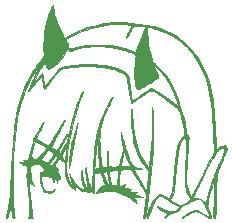
<source format=gbr>
G04 #@! TF.GenerationSoftware,KiCad,Pcbnew,(5.1.4)-1*
G04 #@! TF.CreationDate,2021-04-03T16:46:08-04:00*
G04 #@! TF.ProjectId,f103,66313033-2e6b-4696-9361-645f70636258,rev?*
G04 #@! TF.SameCoordinates,Original*
G04 #@! TF.FileFunction,Legend,Top*
G04 #@! TF.FilePolarity,Positive*
%FSLAX46Y46*%
G04 Gerber Fmt 4.6, Leading zero omitted, Abs format (unit mm)*
G04 Created by KiCad (PCBNEW (5.1.4)-1) date 2021-04-03 16:46:08*
%MOMM*%
%LPD*%
G04 APERTURE LIST*
%ADD10C,0.010000*%
%ADD11C,3.987800*%
%ADD12C,1.750000*%
%ADD13C,2.000000*%
%ADD14O,2.000000X3.200000*%
%ADD15R,2.000000X2.000000*%
%ADD16C,0.650000*%
%ADD17O,1.200000X2.300000*%
%ADD18O,1.200000X1.800000*%
%ADD19R,1.800000X1.800000*%
%ADD20C,1.800000*%
%ADD21C,3.048000*%
%ADD22C,5.000000*%
G04 APERTURE END LIST*
D10*
G36*
X45499866Y-77347233D02*
G01*
X45501386Y-77362305D01*
X45499866Y-77364166D01*
X45492316Y-77362423D01*
X45491400Y-77355700D01*
X45496046Y-77345246D01*
X45499866Y-77347233D01*
X45499866Y-77347233D01*
G37*
X45499866Y-77347233D02*
X45501386Y-77362305D01*
X45499866Y-77364166D01*
X45492316Y-77362423D01*
X45491400Y-77355700D01*
X45496046Y-77345246D01*
X45499866Y-77347233D01*
G36*
X39213366Y-78706133D02*
G01*
X39214886Y-78721205D01*
X39213366Y-78723066D01*
X39205816Y-78721323D01*
X39204900Y-78714600D01*
X39209546Y-78704146D01*
X39213366Y-78706133D01*
X39213366Y-78706133D01*
G37*
X39213366Y-78706133D02*
X39214886Y-78721205D01*
X39213366Y-78723066D01*
X39205816Y-78721323D01*
X39204900Y-78714600D01*
X39209546Y-78704146D01*
X39213366Y-78706133D01*
G36*
X39199222Y-78757295D02*
G01*
X39192973Y-78793258D01*
X39182636Y-78850877D01*
X39168520Y-78928500D01*
X39150935Y-79024474D01*
X39130188Y-79137149D01*
X39106591Y-79264871D01*
X39080451Y-79405988D01*
X39052078Y-79558849D01*
X39021780Y-79721802D01*
X38989869Y-79893193D01*
X38956651Y-80071372D01*
X38922437Y-80254686D01*
X38887536Y-80441483D01*
X38852257Y-80630111D01*
X38816908Y-80818918D01*
X38781800Y-81006252D01*
X38747241Y-81190460D01*
X38713541Y-81369891D01*
X38681009Y-81542893D01*
X38649953Y-81707813D01*
X38620684Y-81862999D01*
X38593509Y-82006800D01*
X38568739Y-82137563D01*
X38546683Y-82253636D01*
X38527649Y-82353367D01*
X38511947Y-82435103D01*
X38499887Y-82497194D01*
X38491776Y-82537987D01*
X38487925Y-82555829D01*
X38487763Y-82556350D01*
X38485849Y-82549588D01*
X38484129Y-82521833D01*
X38482789Y-82477492D01*
X38482013Y-82420972D01*
X38482002Y-82419334D01*
X38485770Y-82195143D01*
X38499624Y-81951113D01*
X38523108Y-81690512D01*
X38555768Y-81416609D01*
X38597146Y-81132673D01*
X38646787Y-80841973D01*
X38704236Y-80547777D01*
X38769037Y-80253355D01*
X38804916Y-80103567D01*
X38826870Y-80016584D01*
X38852569Y-79918368D01*
X38881294Y-79811394D01*
X38912321Y-79698139D01*
X38944929Y-79581077D01*
X38978397Y-79462685D01*
X39012002Y-79345437D01*
X39045024Y-79231809D01*
X39076740Y-79124277D01*
X39106430Y-79025316D01*
X39133370Y-78937402D01*
X39156840Y-78863010D01*
X39176118Y-78804615D01*
X39190482Y-78764694D01*
X39199211Y-78745721D01*
X39201074Y-78744640D01*
X39199222Y-78757295D01*
X39199222Y-78757295D01*
G37*
X39199222Y-78757295D02*
X39192973Y-78793258D01*
X39182636Y-78850877D01*
X39168520Y-78928500D01*
X39150935Y-79024474D01*
X39130188Y-79137149D01*
X39106591Y-79264871D01*
X39080451Y-79405988D01*
X39052078Y-79558849D01*
X39021780Y-79721802D01*
X38989869Y-79893193D01*
X38956651Y-80071372D01*
X38922437Y-80254686D01*
X38887536Y-80441483D01*
X38852257Y-80630111D01*
X38816908Y-80818918D01*
X38781800Y-81006252D01*
X38747241Y-81190460D01*
X38713541Y-81369891D01*
X38681009Y-81542893D01*
X38649953Y-81707813D01*
X38620684Y-81862999D01*
X38593509Y-82006800D01*
X38568739Y-82137563D01*
X38546683Y-82253636D01*
X38527649Y-82353367D01*
X38511947Y-82435103D01*
X38499887Y-82497194D01*
X38491776Y-82537987D01*
X38487925Y-82555829D01*
X38487763Y-82556350D01*
X38485849Y-82549588D01*
X38484129Y-82521833D01*
X38482789Y-82477492D01*
X38482013Y-82420972D01*
X38482002Y-82419334D01*
X38485770Y-82195143D01*
X38499624Y-81951113D01*
X38523108Y-81690512D01*
X38555768Y-81416609D01*
X38597146Y-81132673D01*
X38646787Y-80841973D01*
X38704236Y-80547777D01*
X38769037Y-80253355D01*
X38804916Y-80103567D01*
X38826870Y-80016584D01*
X38852569Y-79918368D01*
X38881294Y-79811394D01*
X38912321Y-79698139D01*
X38944929Y-79581077D01*
X38978397Y-79462685D01*
X39012002Y-79345437D01*
X39045024Y-79231809D01*
X39076740Y-79124277D01*
X39106430Y-79025316D01*
X39133370Y-78937402D01*
X39156840Y-78863010D01*
X39176118Y-78804615D01*
X39190482Y-78764694D01*
X39199211Y-78745721D01*
X39201074Y-78744640D01*
X39199222Y-78757295D01*
G36*
X37486375Y-83792218D02*
G01*
X37487889Y-83812067D01*
X37485372Y-83816560D01*
X37479600Y-83812772D01*
X37478702Y-83799891D01*
X37481804Y-83786340D01*
X37486375Y-83792218D01*
X37486375Y-83792218D01*
G37*
X37486375Y-83792218D02*
X37487889Y-83812067D01*
X37485372Y-83816560D01*
X37479600Y-83812772D01*
X37478702Y-83799891D01*
X37481804Y-83786340D01*
X37486375Y-83792218D01*
G36*
X49321811Y-86115477D02*
G01*
X49375656Y-86122806D01*
X49403000Y-86130658D01*
X49432838Y-86145151D01*
X49478945Y-86170369D01*
X49538604Y-86204617D01*
X49609098Y-86246204D01*
X49687709Y-86293435D01*
X49771720Y-86344616D01*
X49858415Y-86398055D01*
X49945075Y-86452058D01*
X50028983Y-86504932D01*
X50107423Y-86554983D01*
X50177676Y-86600517D01*
X50237026Y-86639842D01*
X50282756Y-86671264D01*
X50312147Y-86693089D01*
X50322484Y-86703624D01*
X50322480Y-86703690D01*
X50319428Y-86727467D01*
X50319305Y-86728300D01*
X50306789Y-86736930D01*
X50278839Y-86740960D01*
X50275531Y-86741000D01*
X50246997Y-86733026D01*
X50200133Y-86709632D01*
X50136164Y-86671605D01*
X50056316Y-86619734D01*
X49961815Y-86554805D01*
X49853886Y-86477606D01*
X49770539Y-86416345D01*
X49638431Y-86329340D01*
X49508682Y-86265988D01*
X49382195Y-86226606D01*
X49259871Y-86211510D01*
X49193450Y-86213790D01*
X49128662Y-86222616D01*
X49064091Y-86237674D01*
X48995993Y-86260492D01*
X48920624Y-86292601D01*
X48834239Y-86335529D01*
X48733094Y-86390806D01*
X48666400Y-86429005D01*
X48543536Y-86500223D01*
X48440633Y-86559707D01*
X48355701Y-86608511D01*
X48286753Y-86647689D01*
X48231802Y-86678294D01*
X48188859Y-86701378D01*
X48155939Y-86717997D01*
X48131052Y-86729202D01*
X48112212Y-86736047D01*
X48097430Y-86739586D01*
X48084720Y-86740871D01*
X48077696Y-86741000D01*
X48047572Y-86739752D01*
X48031991Y-86736668D01*
X48031400Y-86735847D01*
X48041408Y-86726121D01*
X48069235Y-86704604D01*
X48111578Y-86673618D01*
X48165139Y-86635484D01*
X48226615Y-86592524D01*
X48292708Y-86547061D01*
X48360116Y-86501417D01*
X48425540Y-86457913D01*
X48438921Y-86449133D01*
X48577271Y-86363747D01*
X48714696Y-86288761D01*
X48848142Y-86225430D01*
X48974550Y-86175010D01*
X49090864Y-86138755D01*
X49194027Y-86117922D01*
X49256950Y-86113186D01*
X49321811Y-86115477D01*
X49321811Y-86115477D01*
G37*
X49321811Y-86115477D02*
X49375656Y-86122806D01*
X49403000Y-86130658D01*
X49432838Y-86145151D01*
X49478945Y-86170369D01*
X49538604Y-86204617D01*
X49609098Y-86246204D01*
X49687709Y-86293435D01*
X49771720Y-86344616D01*
X49858415Y-86398055D01*
X49945075Y-86452058D01*
X50028983Y-86504932D01*
X50107423Y-86554983D01*
X50177676Y-86600517D01*
X50237026Y-86639842D01*
X50282756Y-86671264D01*
X50312147Y-86693089D01*
X50322484Y-86703624D01*
X50322480Y-86703690D01*
X50319428Y-86727467D01*
X50319305Y-86728300D01*
X50306789Y-86736930D01*
X50278839Y-86740960D01*
X50275531Y-86741000D01*
X50246997Y-86733026D01*
X50200133Y-86709632D01*
X50136164Y-86671605D01*
X50056316Y-86619734D01*
X49961815Y-86554805D01*
X49853886Y-86477606D01*
X49770539Y-86416345D01*
X49638431Y-86329340D01*
X49508682Y-86265988D01*
X49382195Y-86226606D01*
X49259871Y-86211510D01*
X49193450Y-86213790D01*
X49128662Y-86222616D01*
X49064091Y-86237674D01*
X48995993Y-86260492D01*
X48920624Y-86292601D01*
X48834239Y-86335529D01*
X48733094Y-86390806D01*
X48666400Y-86429005D01*
X48543536Y-86500223D01*
X48440633Y-86559707D01*
X48355701Y-86608511D01*
X48286753Y-86647689D01*
X48231802Y-86678294D01*
X48188859Y-86701378D01*
X48155939Y-86717997D01*
X48131052Y-86729202D01*
X48112212Y-86736047D01*
X48097430Y-86739586D01*
X48084720Y-86740871D01*
X48077696Y-86741000D01*
X48047572Y-86739752D01*
X48031991Y-86736668D01*
X48031400Y-86735847D01*
X48041408Y-86726121D01*
X48069235Y-86704604D01*
X48111578Y-86673618D01*
X48165139Y-86635484D01*
X48226615Y-86592524D01*
X48292708Y-86547061D01*
X48360116Y-86501417D01*
X48425540Y-86457913D01*
X48438921Y-86449133D01*
X48577271Y-86363747D01*
X48714696Y-86288761D01*
X48848142Y-86225430D01*
X48974550Y-86175010D01*
X49090864Y-86138755D01*
X49194027Y-86117922D01*
X49256950Y-86113186D01*
X49321811Y-86115477D01*
G36*
X39674282Y-76056091D02*
G01*
X39674295Y-76056370D01*
X39670164Y-76071449D01*
X39658195Y-76107515D01*
X39639388Y-76161741D01*
X39614742Y-76231300D01*
X39585259Y-76313366D01*
X39551938Y-76405112D01*
X39521502Y-76488170D01*
X39436508Y-76721230D01*
X39359962Y-76935824D01*
X39290307Y-77136831D01*
X39225981Y-77329130D01*
X39165427Y-77517599D01*
X39107086Y-77707117D01*
X39049398Y-77902564D01*
X38990804Y-78108818D01*
X38929744Y-78330758D01*
X38913511Y-78390750D01*
X38761500Y-78984934D01*
X38629738Y-79565821D01*
X38517922Y-80135038D01*
X38425747Y-80694213D01*
X38352911Y-81244972D01*
X38316554Y-81591150D01*
X38294939Y-81835531D01*
X38278503Y-82056135D01*
X38267223Y-82254045D01*
X38261076Y-82430345D01*
X38260039Y-82586118D01*
X38264088Y-82722449D01*
X38273202Y-82840421D01*
X38287356Y-82941118D01*
X38287825Y-82943700D01*
X38338848Y-83171340D01*
X38406948Y-83392608D01*
X38490427Y-83603124D01*
X38587585Y-83798511D01*
X38675976Y-83943926D01*
X38710086Y-83993011D01*
X38745427Y-84040425D01*
X38778657Y-84082088D01*
X38806433Y-84113925D01*
X38825415Y-84131857D01*
X38831701Y-84133931D01*
X38829639Y-84120575D01*
X38820530Y-84085809D01*
X38805210Y-84032369D01*
X38784518Y-83962993D01*
X38759289Y-83880415D01*
X38730360Y-83787371D01*
X38698567Y-83686599D01*
X38664747Y-83580834D01*
X38629737Y-83472812D01*
X38626902Y-83464131D01*
X38600251Y-83378378D01*
X38575482Y-83290880D01*
X38553796Y-83206616D01*
X38536394Y-83130561D01*
X38524475Y-83067694D01*
X38519240Y-83022991D01*
X38519100Y-83017056D01*
X38524499Y-83023438D01*
X38539410Y-83048992D01*
X38561903Y-83090210D01*
X38590047Y-83143589D01*
X38609177Y-83180645D01*
X38721300Y-83388788D01*
X38832819Y-83573406D01*
X38945391Y-83736273D01*
X39060671Y-83879162D01*
X39180317Y-84003849D01*
X39305983Y-84112106D01*
X39439326Y-84205708D01*
X39582001Y-84286429D01*
X39687609Y-84335914D01*
X39734214Y-84355268D01*
X39771320Y-84369094D01*
X39793366Y-84375393D01*
X39796909Y-84375223D01*
X39794788Y-84361991D01*
X39785372Y-84328888D01*
X39769924Y-84279957D01*
X39749712Y-84219241D01*
X39731986Y-84167826D01*
X39663703Y-83964751D01*
X39607968Y-83780991D01*
X39564427Y-83613983D01*
X39532725Y-83461164D01*
X39512510Y-83319968D01*
X39503429Y-83187832D01*
X39505126Y-83062192D01*
X39517250Y-82940483D01*
X39539445Y-82820143D01*
X39543648Y-82801942D01*
X39565708Y-82708750D01*
X39581597Y-82905600D01*
X39608990Y-83152005D01*
X39650206Y-83388102D01*
X39704398Y-83609941D01*
X39770720Y-83813572D01*
X39783096Y-83845982D01*
X39807402Y-83904312D01*
X39838608Y-83973450D01*
X39874415Y-84048868D01*
X39912522Y-84126034D01*
X39950629Y-84200417D01*
X39986438Y-84267487D01*
X40017648Y-84322714D01*
X40041960Y-84361567D01*
X40050882Y-84373523D01*
X40082021Y-84410550D01*
X40074610Y-84296250D01*
X40067372Y-84198080D01*
X40058439Y-84104931D01*
X40047028Y-84011053D01*
X40032354Y-83910697D01*
X40013631Y-83798115D01*
X39990076Y-83667558D01*
X39985355Y-83642200D01*
X39961266Y-83512696D01*
X39941521Y-83404599D01*
X39925634Y-83314376D01*
X39913120Y-83238498D01*
X39903492Y-83173432D01*
X39896267Y-83115648D01*
X39890957Y-83061614D01*
X39887079Y-83007801D01*
X39884145Y-82950676D01*
X39881735Y-82888508D01*
X39880096Y-82803531D01*
X39880887Y-82718711D01*
X39883818Y-82637818D01*
X39888598Y-82564621D01*
X39894939Y-82502891D01*
X39902550Y-82456398D01*
X39911141Y-82428912D01*
X39917531Y-82423000D01*
X39922571Y-82434739D01*
X39926481Y-82466127D01*
X39928670Y-82511416D01*
X39928935Y-82534125D01*
X39935415Y-82704014D01*
X39953707Y-82889180D01*
X39982673Y-83083047D01*
X40021180Y-83279041D01*
X40068090Y-83470586D01*
X40121420Y-83648550D01*
X40143915Y-83711595D01*
X40171871Y-83782419D01*
X40203776Y-83857925D01*
X40238113Y-83935016D01*
X40273368Y-84010596D01*
X40308026Y-84081568D01*
X40340571Y-84144835D01*
X40369489Y-84197301D01*
X40393265Y-84235869D01*
X40410383Y-84257443D01*
X40419329Y-84258925D01*
X40419641Y-84258101D01*
X40420903Y-84244002D01*
X40423520Y-84206482D01*
X40427374Y-84147476D01*
X40432352Y-84068920D01*
X40438337Y-83972750D01*
X40445215Y-83860902D01*
X40452871Y-83735311D01*
X40461189Y-83597914D01*
X40470054Y-83450646D01*
X40479350Y-83295444D01*
X40488964Y-83134242D01*
X40498778Y-82968977D01*
X40503676Y-82886157D01*
X41328831Y-82886157D01*
X41332820Y-82898088D01*
X41345583Y-82931032D01*
X41366133Y-82982553D01*
X41393481Y-83050215D01*
X41426642Y-83131581D01*
X41464626Y-83224214D01*
X41506449Y-83325679D01*
X41530184Y-83383052D01*
X41574254Y-83489484D01*
X41615590Y-83589399D01*
X41653116Y-83680185D01*
X41685753Y-83759233D01*
X41712425Y-83823933D01*
X41732053Y-83871673D01*
X41743561Y-83899844D01*
X41745914Y-83905725D01*
X41753318Y-83923846D01*
X41761804Y-83931615D01*
X41777932Y-83929294D01*
X41808260Y-83917145D01*
X41827276Y-83908974D01*
X41863740Y-83890707D01*
X41879523Y-83874763D01*
X41879985Y-83861349D01*
X41876536Y-83844262D01*
X41869389Y-83804931D01*
X41859029Y-83746167D01*
X41845945Y-83670778D01*
X41830622Y-83581573D01*
X41813547Y-83481363D01*
X41795206Y-83372956D01*
X41789218Y-83337400D01*
X41770662Y-83227377D01*
X41753304Y-83124994D01*
X41737617Y-83033001D01*
X41724075Y-82954149D01*
X41713151Y-82891189D01*
X41705318Y-82846871D01*
X41701048Y-82823947D01*
X41700502Y-82821546D01*
X41687917Y-82817492D01*
X41653907Y-82819904D01*
X41597473Y-82828908D01*
X41517616Y-82844631D01*
X41514164Y-82845350D01*
X41449749Y-82858938D01*
X41394887Y-82870768D01*
X41354041Y-82879859D01*
X41331668Y-82885230D01*
X41328831Y-82886157D01*
X40503676Y-82886157D01*
X40508350Y-82807139D01*
X41865289Y-82807139D01*
X41868672Y-82837945D01*
X41872281Y-82861150D01*
X41876916Y-82889702D01*
X41884761Y-82939621D01*
X41895240Y-83007158D01*
X41907773Y-83088563D01*
X41921781Y-83180088D01*
X41936686Y-83277984D01*
X41941313Y-83308475D01*
X41961721Y-83440373D01*
X41979695Y-83549696D01*
X41995892Y-83639081D01*
X42010969Y-83711165D01*
X42025583Y-83768584D01*
X42040390Y-83813975D01*
X42056047Y-83849974D01*
X42073211Y-83879218D01*
X42088566Y-83899639D01*
X42132998Y-83944261D01*
X42183106Y-83973786D01*
X42247393Y-83992809D01*
X42268181Y-83996723D01*
X42302693Y-84000261D01*
X42349552Y-84001994D01*
X42401917Y-84002067D01*
X42452950Y-84000622D01*
X42495810Y-83997804D01*
X42523660Y-83993755D01*
X42529915Y-83991231D01*
X42532400Y-83978190D01*
X42537515Y-83942826D01*
X42544908Y-83888007D01*
X42554227Y-83816600D01*
X42565121Y-83731472D01*
X42577238Y-83635492D01*
X42590227Y-83531525D01*
X42603737Y-83422441D01*
X42617415Y-83311105D01*
X42630911Y-83200385D01*
X42643873Y-83093150D01*
X42655949Y-82992265D01*
X42666788Y-82900598D01*
X42676039Y-82821017D01*
X42683350Y-82756389D01*
X42688369Y-82709581D01*
X42690745Y-82683461D01*
X42690780Y-82678925D01*
X42677730Y-82679568D01*
X42643161Y-82683371D01*
X42590688Y-82689835D01*
X42523926Y-82698459D01*
X42446492Y-82708741D01*
X42362000Y-82720182D01*
X42274067Y-82732280D01*
X42186306Y-82744534D01*
X42102335Y-82756445D01*
X42025768Y-82767511D01*
X41960221Y-82777231D01*
X41909309Y-82785106D01*
X41876647Y-82790633D01*
X41865857Y-82793173D01*
X41865289Y-82807139D01*
X40508350Y-82807139D01*
X40508679Y-82801585D01*
X40518551Y-82634002D01*
X40520486Y-82601014D01*
X40640000Y-82601014D01*
X40651577Y-82601522D01*
X40683010Y-82597523D01*
X40729354Y-82589983D01*
X40785662Y-82579870D01*
X40846987Y-82568151D01*
X40908383Y-82555793D01*
X40964903Y-82543764D01*
X41011602Y-82533030D01*
X41043533Y-82524558D01*
X41055457Y-82519775D01*
X41055506Y-82506372D01*
X41053531Y-82469896D01*
X41049716Y-82412578D01*
X41044248Y-82336650D01*
X41037311Y-82244342D01*
X41029091Y-82137886D01*
X41019774Y-82019512D01*
X41009544Y-81891452D01*
X40998587Y-81755936D01*
X40987088Y-81615196D01*
X40975234Y-81471462D01*
X40963208Y-81326966D01*
X40951197Y-81183939D01*
X40939386Y-81044611D01*
X40927960Y-80911214D01*
X40917105Y-80785979D01*
X40907006Y-80671136D01*
X40897848Y-80568917D01*
X40889817Y-80481553D01*
X40883098Y-80411275D01*
X40877877Y-80360314D01*
X40874339Y-80330900D01*
X40873046Y-80324419D01*
X40856594Y-80315490D01*
X40849714Y-80314800D01*
X40836515Y-80327327D01*
X40826909Y-80364696D01*
X40824657Y-80381475D01*
X40822757Y-80401433D01*
X40818995Y-80444025D01*
X40813560Y-80507012D01*
X40806637Y-80588150D01*
X40798412Y-80685200D01*
X40789073Y-80795919D01*
X40778805Y-80918068D01*
X40767795Y-81049405D01*
X40756230Y-81187690D01*
X40744296Y-81330680D01*
X40732179Y-81476135D01*
X40720065Y-81621814D01*
X40708143Y-81765475D01*
X40696596Y-81904879D01*
X40685613Y-82037783D01*
X40675380Y-82161947D01*
X40666083Y-82275129D01*
X40657908Y-82375089D01*
X40651042Y-82459585D01*
X40645672Y-82526377D01*
X40641983Y-82573223D01*
X40640163Y-82597882D01*
X40640000Y-82601014D01*
X40520486Y-82601014D01*
X40528279Y-82468163D01*
X40537747Y-82306004D01*
X40546841Y-82149461D01*
X40555445Y-82000471D01*
X40563443Y-81860968D01*
X40570722Y-81732889D01*
X40577165Y-81618169D01*
X40582518Y-81521300D01*
X40588704Y-81413560D01*
X40595680Y-81301156D01*
X40603022Y-81190371D01*
X40610300Y-81087487D01*
X40617090Y-80998787D01*
X40621774Y-80943450D01*
X40678795Y-80448632D01*
X40760119Y-79960045D01*
X40865897Y-79477152D01*
X40996279Y-78999416D01*
X41151413Y-78526302D01*
X41331449Y-78057273D01*
X41536538Y-77591792D01*
X41585148Y-77489573D01*
X41631528Y-77395240D01*
X41683352Y-77293104D01*
X41738370Y-77187337D01*
X41794329Y-77082108D01*
X41848979Y-76981588D01*
X41900071Y-76889949D01*
X41945351Y-76811360D01*
X41982571Y-76749993D01*
X41993247Y-76733400D01*
X42022139Y-76692311D01*
X42056255Y-76648094D01*
X42092260Y-76604505D01*
X42126819Y-76565302D01*
X42156594Y-76534243D01*
X42178252Y-76515086D01*
X42188455Y-76511587D01*
X42188827Y-76513078D01*
X42183438Y-76531406D01*
X42166866Y-76571956D01*
X42139331Y-76634255D01*
X42101053Y-76717829D01*
X42052253Y-76822204D01*
X41993151Y-76946906D01*
X41923967Y-77091462D01*
X41844923Y-77255397D01*
X41811728Y-77323950D01*
X41706220Y-77543760D01*
X41612533Y-77743839D01*
X41529814Y-77926470D01*
X41457208Y-78093933D01*
X41393864Y-78248511D01*
X41338926Y-78392485D01*
X41291543Y-78528136D01*
X41250861Y-78657746D01*
X41216027Y-78783597D01*
X41186186Y-78907970D01*
X41160487Y-79033147D01*
X41149124Y-79095600D01*
X41121733Y-79281585D01*
X41100470Y-79489193D01*
X41085342Y-79715393D01*
X41076360Y-79957156D01*
X41073533Y-80211452D01*
X41076871Y-80475250D01*
X41086382Y-80745522D01*
X41102078Y-81019236D01*
X41123966Y-81293364D01*
X41141695Y-81471973D01*
X41152196Y-81565652D01*
X41164415Y-81667569D01*
X41177918Y-81774705D01*
X41192272Y-81884044D01*
X41207043Y-81992566D01*
X41221798Y-82097254D01*
X41236102Y-82195090D01*
X41249523Y-82283057D01*
X41261625Y-82358136D01*
X41271977Y-82417309D01*
X41280143Y-82457559D01*
X41285691Y-82475867D01*
X41286022Y-82476309D01*
X41300690Y-82477464D01*
X41335942Y-82474873D01*
X41387316Y-82469018D01*
X41450351Y-82460379D01*
X41490900Y-82454219D01*
X41558889Y-82443612D01*
X41617954Y-82434554D01*
X41663577Y-82427725D01*
X41691243Y-82423806D01*
X41697275Y-82423134D01*
X41699130Y-82410806D01*
X41700866Y-82375472D01*
X41702448Y-82319524D01*
X41703839Y-82245356D01*
X41705004Y-82155361D01*
X41705907Y-82051934D01*
X41706513Y-81937465D01*
X41706787Y-81814350D01*
X41706800Y-81781650D01*
X41706800Y-81140300D01*
X41808400Y-81140300D01*
X41808400Y-82371547D01*
X41843428Y-82389661D01*
X41870013Y-82396926D01*
X41917416Y-82403475D01*
X41981063Y-82409167D01*
X42056378Y-82413858D01*
X42138786Y-82417407D01*
X42223712Y-82419673D01*
X42306582Y-82420514D01*
X42382819Y-82419788D01*
X42447850Y-82417353D01*
X42497098Y-82413067D01*
X42513250Y-82410423D01*
X42601657Y-82385085D01*
X42638706Y-82365131D01*
X42864670Y-82365131D01*
X42878077Y-82366688D01*
X42913123Y-82369063D01*
X42966069Y-82372087D01*
X43033174Y-82375594D01*
X43110696Y-82379416D01*
X43194894Y-82383384D01*
X43282028Y-82387332D01*
X43368357Y-82391092D01*
X43450140Y-82394495D01*
X43523636Y-82397375D01*
X43585104Y-82399564D01*
X43630804Y-82400894D01*
X43656994Y-82401198D01*
X43661753Y-82400852D01*
X43658210Y-82388721D01*
X43646027Y-82355168D01*
X43626038Y-82302338D01*
X43599078Y-82232374D01*
X43565979Y-82147423D01*
X43527577Y-82049627D01*
X43484706Y-81941133D01*
X43438199Y-81824085D01*
X43408600Y-81749900D01*
X43360162Y-81628898D01*
X43314555Y-81515378D01*
X43272641Y-81411457D01*
X43235281Y-81319253D01*
X43203338Y-81240884D01*
X43177675Y-81178468D01*
X43159153Y-81134123D01*
X43148634Y-81109967D01*
X43146515Y-81106050D01*
X43142800Y-81119035D01*
X43134290Y-81153878D01*
X43121623Y-81207732D01*
X43105437Y-81277750D01*
X43086369Y-81361083D01*
X43065057Y-81454885D01*
X43042137Y-81556307D01*
X43018248Y-81662503D01*
X42994026Y-81770624D01*
X42970110Y-81877824D01*
X42947137Y-81981254D01*
X42925743Y-82078066D01*
X42906567Y-82165415D01*
X42890246Y-82240451D01*
X42877417Y-82300327D01*
X42868718Y-82342196D01*
X42864786Y-82363209D01*
X42864670Y-82365131D01*
X42638706Y-82365131D01*
X42669643Y-82348469D01*
X42720743Y-82297736D01*
X42758493Y-82230051D01*
X42767668Y-82206227D01*
X42776475Y-82174851D01*
X42788106Y-82123931D01*
X42801412Y-82059009D01*
X42815239Y-81985628D01*
X42824613Y-81932190D01*
X42846227Y-81815755D01*
X42868613Y-81718414D01*
X42893334Y-81633875D01*
X42911345Y-81582940D01*
X42967218Y-81414049D01*
X43007229Y-81242912D01*
X43031425Y-81066846D01*
X43039853Y-80883169D01*
X43032562Y-80689197D01*
X43009598Y-80482249D01*
X42971010Y-80259640D01*
X42937565Y-80105250D01*
X42918116Y-80012606D01*
X42902357Y-79916695D01*
X42889586Y-79811839D01*
X42879099Y-79692364D01*
X42871065Y-79568221D01*
X42868970Y-79524079D01*
X42868249Y-79492461D01*
X42869021Y-79479324D01*
X42869278Y-79479321D01*
X42873536Y-79491896D01*
X42884168Y-79526143D01*
X42900364Y-79579373D01*
X42921313Y-79648894D01*
X42946205Y-79732018D01*
X42974230Y-79826053D01*
X43004578Y-79928309D01*
X43008084Y-79940150D01*
X43072772Y-80158184D01*
X43131032Y-80353487D01*
X43183398Y-80527753D01*
X43230406Y-80682676D01*
X43272592Y-80819951D01*
X43310489Y-80941273D01*
X43344634Y-81048336D01*
X43375562Y-81142835D01*
X43403809Y-81226465D01*
X43429908Y-81300921D01*
X43454396Y-81367896D01*
X43477808Y-81429087D01*
X43480595Y-81436183D01*
X43513174Y-81521584D01*
X43545288Y-81610556D01*
X43574563Y-81696176D01*
X43598624Y-81771516D01*
X43613902Y-81824976D01*
X43663989Y-81985257D01*
X43725892Y-82123413D01*
X43800543Y-82240271D01*
X43888874Y-82336657D01*
X43991817Y-82413396D01*
X44110304Y-82471315D01*
X44245268Y-82511239D01*
X44397639Y-82533994D01*
X44415789Y-82535506D01*
X44489766Y-82542903D01*
X44543621Y-82553232D01*
X44582618Y-82568579D01*
X44612021Y-82591032D01*
X44637092Y-82622677D01*
X44637606Y-82623449D01*
X44656298Y-82651600D01*
X44353124Y-82651485D01*
X44049950Y-82651371D01*
X44016861Y-82691625D01*
X43983773Y-82731880D01*
X44474061Y-83549740D01*
X44964350Y-84367599D01*
X45002053Y-84360261D01*
X45031801Y-84352164D01*
X45048610Y-84343636D01*
X45052334Y-84328963D01*
X45058654Y-84291371D01*
X45067274Y-84233174D01*
X45077897Y-84156690D01*
X45090226Y-84064233D01*
X45103966Y-83958118D01*
X45118819Y-83840662D01*
X45134490Y-83714180D01*
X45150682Y-83580986D01*
X45167098Y-83443398D01*
X45183443Y-83303730D01*
X45198307Y-83174117D01*
X45210747Y-83058996D01*
X45219645Y-82964385D01*
X45224917Y-82891437D01*
X45226481Y-82841305D01*
X45224325Y-82815393D01*
X45207134Y-82774207D01*
X45176264Y-82726079D01*
X45129339Y-82667601D01*
X45092095Y-82625696D01*
X44993164Y-82511334D01*
X44889083Y-82380190D01*
X44784632Y-82238862D01*
X44684588Y-82093947D01*
X44593732Y-81952042D01*
X44546121Y-81871967D01*
X44393871Y-81583800D01*
X44257607Y-81276466D01*
X44137304Y-80949864D01*
X44032936Y-80603896D01*
X43944478Y-80238465D01*
X43871903Y-79853470D01*
X43815185Y-79448815D01*
X43774300Y-79024400D01*
X43764661Y-78886050D01*
X43756561Y-78752954D01*
X43748905Y-78616492D01*
X43741809Y-78479593D01*
X43735389Y-78345188D01*
X43729762Y-78216207D01*
X43725042Y-78095581D01*
X43721347Y-77986241D01*
X43718791Y-77891117D01*
X43717493Y-77813139D01*
X43717566Y-77755239D01*
X43718690Y-77725359D01*
X43724209Y-77657474D01*
X43729955Y-77610971D01*
X43737333Y-77581860D01*
X43747750Y-77566149D01*
X43762614Y-77559849D01*
X43777362Y-77558900D01*
X43786304Y-77558416D01*
X43793855Y-77558295D01*
X43800280Y-77560528D01*
X43805841Y-77567108D01*
X43810801Y-77580028D01*
X43815423Y-77601282D01*
X43819971Y-77632861D01*
X43824706Y-77676759D01*
X43829893Y-77734968D01*
X43835794Y-77809481D01*
X43842672Y-77902291D01*
X43850790Y-78015391D01*
X43860412Y-78150773D01*
X43866193Y-78232000D01*
X43883317Y-78465686D01*
X43899820Y-78676682D01*
X43916008Y-78867678D01*
X43932188Y-79041365D01*
X43948668Y-79200437D01*
X43965755Y-79347583D01*
X43983756Y-79485496D01*
X44002978Y-79616867D01*
X44023728Y-79744389D01*
X44046314Y-79870752D01*
X44063310Y-79959601D01*
X44141617Y-80314572D01*
X44233905Y-80652569D01*
X44339803Y-80972621D01*
X44458937Y-81273758D01*
X44590935Y-81555008D01*
X44735426Y-81815400D01*
X44834274Y-81970641D01*
X44863161Y-82012525D01*
X44900811Y-82065506D01*
X44944731Y-82126241D01*
X44992430Y-82191388D01*
X45041417Y-82257604D01*
X45089199Y-82321545D01*
X45133286Y-82379868D01*
X45171185Y-82429231D01*
X45200405Y-82466290D01*
X45218454Y-82487702D01*
X45222424Y-82491443D01*
X45226904Y-82481156D01*
X45233761Y-82447785D01*
X45242730Y-82393511D01*
X45253549Y-82320514D01*
X45265954Y-82230972D01*
X45279682Y-82127066D01*
X45294470Y-82010976D01*
X45310054Y-81884880D01*
X45326170Y-81750959D01*
X45342556Y-81611391D01*
X45358948Y-81468358D01*
X45375083Y-81324037D01*
X45390697Y-81180610D01*
X45405527Y-81040255D01*
X45419309Y-80905152D01*
X45431781Y-80777481D01*
X45439399Y-80695800D01*
X45462251Y-80435766D01*
X45481481Y-80194964D01*
X45497401Y-79967532D01*
X45510326Y-79747609D01*
X45520570Y-79529334D01*
X45528445Y-79306845D01*
X45534266Y-79074281D01*
X45537971Y-78854300D01*
X45539565Y-78724638D01*
X45540567Y-78607866D01*
X45540895Y-78500132D01*
X45540472Y-78397584D01*
X45539217Y-78296368D01*
X45537053Y-78192632D01*
X45533898Y-78082524D01*
X45529674Y-77962190D01*
X45524303Y-77827779D01*
X45517703Y-77675438D01*
X45510402Y-77514450D01*
X45504559Y-77387450D01*
X45554681Y-77581934D01*
X45574144Y-77662628D01*
X45592520Y-77748114D01*
X45608019Y-77829430D01*
X45618849Y-77897611D01*
X45620685Y-77912134D01*
X45623927Y-77953606D01*
X45626825Y-78018092D01*
X45629378Y-78103206D01*
X45631587Y-78206566D01*
X45633451Y-78325786D01*
X45634969Y-78458483D01*
X45636141Y-78602272D01*
X45636968Y-78754768D01*
X45637448Y-78913588D01*
X45637581Y-79076348D01*
X45637366Y-79240662D01*
X45636804Y-79404147D01*
X45635895Y-79564419D01*
X45634637Y-79719093D01*
X45633030Y-79865785D01*
X45631074Y-80002111D01*
X45628769Y-80125686D01*
X45626115Y-80234126D01*
X45623110Y-80325047D01*
X45621052Y-80371950D01*
X45608061Y-80624251D01*
X45594722Y-80863402D01*
X45580746Y-81092857D01*
X45565847Y-81316072D01*
X45549737Y-81536501D01*
X45532129Y-81757601D01*
X45512735Y-81982826D01*
X45491268Y-82215631D01*
X45467441Y-82459473D01*
X45440965Y-82717806D01*
X45411555Y-82994085D01*
X45378921Y-83291766D01*
X45375969Y-83318350D01*
X45363344Y-83431222D01*
X45348826Y-83559749D01*
X45332660Y-83701841D01*
X45315092Y-83855410D01*
X45296365Y-84018367D01*
X45276724Y-84188622D01*
X45256413Y-84364087D01*
X45235677Y-84542673D01*
X45214760Y-84722291D01*
X45193908Y-84900852D01*
X45173364Y-85076268D01*
X45153372Y-85246448D01*
X45134178Y-85409306D01*
X45116026Y-85562751D01*
X45099160Y-85704694D01*
X45083826Y-85833047D01*
X45070266Y-85945721D01*
X45058726Y-86040628D01*
X45049451Y-86115677D01*
X45042684Y-86168780D01*
X45040027Y-86188550D01*
X45028316Y-86268455D01*
X45014996Y-86352774D01*
X45000825Y-86437337D01*
X44986565Y-86517976D01*
X44972974Y-86590521D01*
X44960812Y-86650802D01*
X44950841Y-86694651D01*
X44943818Y-86717898D01*
X44943390Y-86718775D01*
X44931369Y-86731361D01*
X44908044Y-86738253D01*
X44867448Y-86740848D01*
X44848486Y-86741000D01*
X44765267Y-86741000D01*
X44772814Y-86693375D01*
X44782876Y-86626593D01*
X44795438Y-86537910D01*
X44810084Y-86430653D01*
X44826397Y-86308154D01*
X44843960Y-86173740D01*
X44862355Y-86030742D01*
X44881166Y-85882489D01*
X44899975Y-85732310D01*
X44918365Y-85583536D01*
X44935920Y-85439495D01*
X44952221Y-85303518D01*
X44966853Y-85178932D01*
X44979398Y-85069069D01*
X44989438Y-84977258D01*
X44996364Y-84908873D01*
X45000386Y-84868632D01*
X45003708Y-84833309D01*
X45005510Y-84801155D01*
X45004975Y-84770417D01*
X45001285Y-84739346D01*
X44993623Y-84706188D01*
X44981169Y-84669194D01*
X44963106Y-84626611D01*
X44938617Y-84576689D01*
X44906883Y-84517677D01*
X44867086Y-84447822D01*
X44818408Y-84365375D01*
X44760031Y-84268582D01*
X44691138Y-84155695D01*
X44610910Y-84024960D01*
X44518530Y-83874627D01*
X44496678Y-83839050D01*
X44382018Y-83652700D01*
X44276428Y-83481846D01*
X44180354Y-83327190D01*
X44094241Y-83189435D01*
X44018533Y-83069285D01*
X43953677Y-82967442D01*
X43900118Y-82884611D01*
X43858299Y-82821493D01*
X43828667Y-82778793D01*
X43812208Y-82757777D01*
X43778948Y-82728468D01*
X43735155Y-82697300D01*
X43709092Y-82681577D01*
X43643550Y-82645250D01*
X43364150Y-82645250D01*
X43250905Y-82645966D01*
X43159615Y-82648597D01*
X43086860Y-82653865D01*
X43029223Y-82662492D01*
X42983287Y-82675200D01*
X42945632Y-82692712D01*
X42912841Y-82715750D01*
X42881495Y-82745037D01*
X42878811Y-82747814D01*
X42849645Y-82782894D01*
X42824798Y-82824293D01*
X42803573Y-82874780D01*
X42785274Y-82937127D01*
X42769204Y-83014102D01*
X42754666Y-83108476D01*
X42740964Y-83223019D01*
X42728947Y-83343750D01*
X42721363Y-83424477D01*
X42713653Y-83505095D01*
X42706505Y-83578494D01*
X42700608Y-83637567D01*
X42698175Y-83661119D01*
X42694508Y-83782895D01*
X42708762Y-83898652D01*
X42729020Y-83972032D01*
X42752981Y-84026430D01*
X42780217Y-84058878D01*
X42814170Y-84072827D01*
X42830730Y-84074000D01*
X42881742Y-84067063D01*
X42945915Y-84048318D01*
X43015846Y-84020863D01*
X43084130Y-83987797D01*
X43143363Y-83952218D01*
X43170417Y-83931851D01*
X43198880Y-83909838D01*
X43218733Y-83898047D01*
X43223656Y-83897523D01*
X43221332Y-83910740D01*
X43210996Y-83942984D01*
X43194210Y-83989756D01*
X43172538Y-84046560D01*
X43166611Y-84061622D01*
X43143407Y-84121361D01*
X43124075Y-84173271D01*
X43110375Y-84212466D01*
X43104067Y-84234056D01*
X43103846Y-84235925D01*
X43114856Y-84247537D01*
X43139462Y-84251800D01*
X43161583Y-84252647D01*
X43204468Y-84254987D01*
X43263545Y-84258518D01*
X43334241Y-84262939D01*
X43411984Y-84267947D01*
X43492201Y-84273241D01*
X43570321Y-84278519D01*
X43641769Y-84283479D01*
X43701975Y-84287820D01*
X43746365Y-84291239D01*
X43770367Y-84293434D01*
X43770550Y-84293456D01*
X43772967Y-84300912D01*
X43754489Y-84319265D01*
X43716605Y-84347411D01*
X43660807Y-84384244D01*
X43588583Y-84428659D01*
X43586904Y-84429663D01*
X43578557Y-84445472D01*
X43592629Y-84467780D01*
X43627472Y-84494963D01*
X43681438Y-84525399D01*
X43686840Y-84528076D01*
X43711542Y-84539878D01*
X43733627Y-84548662D01*
X43757279Y-84554875D01*
X43786679Y-84558962D01*
X43826010Y-84561367D01*
X43879455Y-84562537D01*
X43951196Y-84562916D01*
X44014381Y-84562950D01*
X44115062Y-84563656D01*
X44193221Y-84565746D01*
X44248042Y-84569180D01*
X44278709Y-84573916D01*
X44284670Y-84576698D01*
X44282689Y-84585029D01*
X44261773Y-84596723D01*
X44220162Y-84612516D01*
X44156094Y-84633144D01*
X44132854Y-84640198D01*
X44060400Y-84662875D01*
X44009753Y-84681054D01*
X43977981Y-84695980D01*
X43962150Y-84708900D01*
X43959631Y-84713760D01*
X43958999Y-84736858D01*
X43964997Y-84745510D01*
X43979929Y-84751203D01*
X44016034Y-84763553D01*
X44070267Y-84781561D01*
X44139584Y-84804227D01*
X44220938Y-84830553D01*
X44311285Y-84859539D01*
X44354017Y-84873169D01*
X44453253Y-84905235D01*
X44540696Y-84934419D01*
X44613968Y-84959869D01*
X44670691Y-84980730D01*
X44708487Y-84996149D01*
X44724980Y-85005272D01*
X44725482Y-85006519D01*
X44711630Y-85011314D01*
X44673367Y-85015357D01*
X44610467Y-85018661D01*
X44522701Y-85021236D01*
X44409844Y-85023093D01*
X44369572Y-85023525D01*
X44278068Y-85024788D01*
X44195442Y-85026664D01*
X44124925Y-85029020D01*
X44069751Y-85031725D01*
X44033150Y-85034643D01*
X44018357Y-85037644D01*
X44018200Y-85037978D01*
X44023551Y-85052261D01*
X44038487Y-85085723D01*
X44061331Y-85134775D01*
X44090407Y-85195826D01*
X44124037Y-85265290D01*
X44132035Y-85281658D01*
X44166145Y-85351966D01*
X44195750Y-85414164D01*
X44219256Y-85464799D01*
X44235064Y-85500418D01*
X44241578Y-85517568D01*
X44241578Y-85518555D01*
X44230795Y-85512430D01*
X44203544Y-85492779D01*
X44163089Y-85462072D01*
X44112691Y-85422779D01*
X44064636Y-85384604D01*
X43842926Y-85214888D01*
X43621398Y-85060608D01*
X43402476Y-84923218D01*
X43188586Y-84804167D01*
X42982154Y-84704909D01*
X42818746Y-84638791D01*
X42568954Y-84559345D01*
X42320367Y-84505019D01*
X42072258Y-84475820D01*
X41823904Y-84471752D01*
X41574577Y-84492821D01*
X41323553Y-84539035D01*
X41070106Y-84610397D01*
X40946789Y-84653806D01*
X40882284Y-84676337D01*
X40837065Y-84687479D01*
X40807682Y-84687162D01*
X40790682Y-84675318D01*
X40782616Y-84651877D01*
X40782403Y-84650518D01*
X40788124Y-84633213D01*
X40805925Y-84598956D01*
X40833345Y-84551621D01*
X40867924Y-84495082D01*
X40907201Y-84433214D01*
X40948716Y-84369891D01*
X40990008Y-84308987D01*
X41028617Y-84254377D01*
X41062082Y-84209934D01*
X41062735Y-84209109D01*
X41121456Y-84151436D01*
X41204677Y-84095383D01*
X41311520Y-84041487D01*
X41391072Y-84008687D01*
X41445248Y-83986981D01*
X41489421Y-83967493D01*
X41518895Y-83952419D01*
X41529000Y-83944187D01*
X41524607Y-83929812D01*
X41512192Y-83894771D01*
X41492899Y-83842067D01*
X41467872Y-83774702D01*
X41438256Y-83695678D01*
X41405194Y-83607998D01*
X41369831Y-83514665D01*
X41333311Y-83418681D01*
X41296778Y-83323048D01*
X41261376Y-83230768D01*
X41228250Y-83144845D01*
X41198544Y-83068281D01*
X41173402Y-83004077D01*
X41153968Y-82955237D01*
X41141387Y-82924763D01*
X41137016Y-82915615D01*
X41122454Y-82914654D01*
X41086763Y-82917276D01*
X41033894Y-82923044D01*
X40967797Y-82931520D01*
X40892425Y-82942267D01*
X40881155Y-82943958D01*
X40804641Y-82955455D01*
X40736763Y-82965542D01*
X40681505Y-82973637D01*
X40642848Y-82979158D01*
X40624775Y-82981522D01*
X40624125Y-82981568D01*
X40622481Y-82993956D01*
X40620928Y-83029633D01*
X40619489Y-83086484D01*
X40618188Y-83162399D01*
X40617050Y-83255264D01*
X40616100Y-83362967D01*
X40615361Y-83483396D01*
X40614859Y-83614439D01*
X40614618Y-83753983D01*
X40614600Y-83805261D01*
X40614600Y-84628722D01*
X40584718Y-84642337D01*
X40573454Y-84645940D01*
X40561608Y-84644400D01*
X40546638Y-84635352D01*
X40526002Y-84616430D01*
X40497155Y-84585270D01*
X40457557Y-84539508D01*
X40404663Y-84476777D01*
X40397393Y-84468105D01*
X40348539Y-84410209D01*
X40305457Y-84359902D01*
X40270695Y-84320095D01*
X40246798Y-84293702D01*
X40236313Y-84283633D01*
X40236095Y-84283641D01*
X40236428Y-84296773D01*
X40240561Y-84329089D01*
X40247701Y-84374795D01*
X40251929Y-84399588D01*
X40260743Y-84451848D01*
X40267529Y-84495641D01*
X40271254Y-84524152D01*
X40271659Y-84529976D01*
X40259818Y-84537137D01*
X40227195Y-84541256D01*
X40178198Y-84542546D01*
X40117234Y-84541219D01*
X40048712Y-84537489D01*
X39977040Y-84531569D01*
X39906627Y-84523672D01*
X39841879Y-84514011D01*
X39808150Y-84507576D01*
X39633966Y-84458082D01*
X39465643Y-84385240D01*
X39306331Y-84290953D01*
X39159181Y-84177128D01*
X39027345Y-84045671D01*
X39008753Y-84024157D01*
X38975621Y-83985589D01*
X38949361Y-83956070D01*
X38933699Y-83939734D01*
X38930972Y-83937829D01*
X38932666Y-83950547D01*
X38938808Y-83983924D01*
X38948584Y-84033770D01*
X38961177Y-84095895D01*
X38971107Y-84143850D01*
X38988104Y-84225575D01*
X39000271Y-84285742D01*
X39007987Y-84327651D01*
X39011634Y-84354602D01*
X39011594Y-84369898D01*
X39008246Y-84376837D01*
X39001973Y-84378721D01*
X38998236Y-84378800D01*
X38969923Y-84370611D01*
X38927800Y-84348200D01*
X38876509Y-84314794D01*
X38820694Y-84273621D01*
X38764998Y-84227912D01*
X38715132Y-84181950D01*
X38604413Y-84057212D01*
X38501822Y-83910876D01*
X38408529Y-83745769D01*
X38325705Y-83564721D01*
X38254521Y-83370561D01*
X38196149Y-83166120D01*
X38151758Y-82954225D01*
X38124168Y-82754092D01*
X38117356Y-82657437D01*
X38114900Y-82548115D01*
X38116560Y-82433668D01*
X38122091Y-82321637D01*
X38131253Y-82219564D01*
X38143802Y-82134991D01*
X38144111Y-82133397D01*
X38148302Y-82104876D01*
X38153979Y-82055662D01*
X38160908Y-81988571D01*
X38168857Y-81906423D01*
X38177593Y-81812035D01*
X38186883Y-81708225D01*
X38196494Y-81597810D01*
X38206193Y-81483610D01*
X38215748Y-81368441D01*
X38224924Y-81255122D01*
X38233491Y-81146471D01*
X38241213Y-81045305D01*
X38247860Y-80954443D01*
X38253197Y-80876702D01*
X38256993Y-80814900D01*
X38259013Y-80771856D01*
X38259025Y-80750387D01*
X38258567Y-80748534D01*
X38251631Y-80754182D01*
X38234988Y-80776272D01*
X38208055Y-80815691D01*
X38170251Y-80873326D01*
X38120994Y-80950063D01*
X38059700Y-81046790D01*
X37989874Y-81157875D01*
X37945086Y-81230309D01*
X37912741Y-81285352D01*
X37891031Y-81326637D01*
X37878151Y-81357801D01*
X37872295Y-81382479D01*
X37871400Y-81396417D01*
X37874839Y-81420564D01*
X37885733Y-81456935D01*
X37904940Y-81507684D01*
X37933321Y-81574968D01*
X37971736Y-81660942D01*
X38010997Y-81746187D01*
X38048266Y-81826838D01*
X38081462Y-81899622D01*
X38109222Y-81961469D01*
X38130181Y-82009311D01*
X38142975Y-82040080D01*
X38146351Y-82050681D01*
X38134747Y-82045652D01*
X38104455Y-82029248D01*
X38058535Y-82003219D01*
X38000047Y-81969313D01*
X37932050Y-81929280D01*
X37884943Y-81901243D01*
X37803395Y-81852669D01*
X37740813Y-81815972D01*
X37694453Y-81789847D01*
X37661567Y-81772990D01*
X37639411Y-81764095D01*
X37625239Y-81761860D01*
X37616306Y-81764979D01*
X37610713Y-81770956D01*
X37598517Y-81787548D01*
X37573578Y-81821378D01*
X37538248Y-81869258D01*
X37494882Y-81928000D01*
X37445831Y-81994416D01*
X37415370Y-82035650D01*
X37365162Y-82103941D01*
X37320396Y-82165474D01*
X37283173Y-82217308D01*
X37255591Y-82256505D01*
X37239751Y-82280124D01*
X37236745Y-82285690D01*
X37244637Y-82297422D01*
X37266898Y-82325278D01*
X37301089Y-82366341D01*
X37344770Y-82417692D01*
X37395499Y-82476414D01*
X37414199Y-82497860D01*
X37466861Y-82558641D01*
X37513329Y-82613280D01*
X37551151Y-82658813D01*
X37577873Y-82692270D01*
X37591044Y-82710684D01*
X37591999Y-82712990D01*
X37583320Y-82730309D01*
X37574610Y-82739121D01*
X37564842Y-82740898D01*
X37547898Y-82733593D01*
X37521527Y-82715510D01*
X37483478Y-82684951D01*
X37431498Y-82640219D01*
X37365060Y-82581163D01*
X37307291Y-82529798D01*
X37256513Y-82485532D01*
X37215501Y-82450711D01*
X37187031Y-82427680D01*
X37173878Y-82418786D01*
X37173309Y-82419061D01*
X37181816Y-82437846D01*
X37204968Y-82472409D01*
X37240394Y-82519674D01*
X37285722Y-82576562D01*
X37338581Y-82639996D01*
X37384725Y-82693419D01*
X37474987Y-82799255D01*
X37547611Y-82891863D01*
X37604252Y-82974532D01*
X37646568Y-83050551D01*
X37676215Y-83123208D01*
X37694852Y-83195792D01*
X37704133Y-83271594D01*
X37705954Y-83331050D01*
X37704922Y-83392723D01*
X37700565Y-83431541D01*
X37690903Y-83450016D01*
X37673951Y-83450656D01*
X37647729Y-83435973D01*
X37631962Y-83424731D01*
X37600285Y-83404083D01*
X37576789Y-83393603D01*
X37569188Y-83393917D01*
X37563900Y-83408910D01*
X37555321Y-83444319D01*
X37544459Y-83495523D01*
X37532322Y-83557904D01*
X37526581Y-83589122D01*
X37515006Y-83650338D01*
X37504987Y-83697877D01*
X37497280Y-83728575D01*
X37492644Y-83739270D01*
X37491656Y-83734900D01*
X37481987Y-83649912D01*
X37459566Y-83578898D01*
X37425877Y-83526282D01*
X37419452Y-83519782D01*
X37386396Y-83495721D01*
X37345197Y-83475433D01*
X37302740Y-83461070D01*
X37265908Y-83454787D01*
X37241587Y-83458738D01*
X37237376Y-83462820D01*
X37231802Y-83480580D01*
X37223504Y-83517693D01*
X37213681Y-83568419D01*
X37205175Y-83617065D01*
X37195478Y-83672321D01*
X37186829Y-83716370D01*
X37180233Y-83744416D01*
X37176891Y-83752024D01*
X37171672Y-83738382D01*
X37161733Y-83705824D01*
X37148759Y-83660016D01*
X37140903Y-83631086D01*
X37109360Y-83527668D01*
X37074096Y-83446013D01*
X37031564Y-83383018D01*
X36978214Y-83335578D01*
X36910498Y-83300589D01*
X36824868Y-83274947D01*
X36717776Y-83255547D01*
X36710428Y-83254491D01*
X36648416Y-83247049D01*
X36570353Y-83239699D01*
X36485580Y-83233222D01*
X36403436Y-83228398D01*
X36391613Y-83227851D01*
X36303547Y-83224936D01*
X36232836Y-83226300D01*
X36178177Y-83234208D01*
X36138273Y-83250921D01*
X36111824Y-83278702D01*
X36097529Y-83319814D01*
X36094090Y-83376520D01*
X36100208Y-83451083D01*
X36114582Y-83545765D01*
X36135913Y-83662829D01*
X36137373Y-83670546D01*
X36167953Y-83819658D01*
X36199492Y-83946661D01*
X36233312Y-84054841D01*
X36270731Y-84147486D01*
X36313070Y-84227884D01*
X36361651Y-84299322D01*
X36415251Y-84362380D01*
X36496099Y-84436468D01*
X36580165Y-84487479D01*
X36672162Y-84517689D01*
X36759347Y-84528677D01*
X36864237Y-84526073D01*
X36963345Y-84505722D01*
X37061169Y-84466026D01*
X37162207Y-84405384D01*
X37215933Y-84366250D01*
X37254049Y-84337925D01*
X37283128Y-84318006D01*
X37298566Y-84309578D01*
X37299900Y-84309994D01*
X37294342Y-84324518D01*
X37279781Y-84354749D01*
X37259685Y-84393544D01*
X37196992Y-84488191D01*
X37121476Y-84561024D01*
X37047873Y-84605413D01*
X37009433Y-84621824D01*
X36974431Y-84631771D01*
X36934331Y-84636695D01*
X36880594Y-84638039D01*
X36855400Y-84637916D01*
X36794291Y-84636110D01*
X36743560Y-84630771D01*
X36693410Y-84620105D01*
X36634042Y-84602318D01*
X36601400Y-84591408D01*
X36540256Y-84571631D01*
X36481454Y-84554420D01*
X36433006Y-84542031D01*
X36409826Y-84537475D01*
X36372179Y-84530628D01*
X36344976Y-84523282D01*
X36339001Y-84520548D01*
X36329565Y-84505285D01*
X36313613Y-84469631D01*
X36292509Y-84417340D01*
X36267617Y-84352165D01*
X36240301Y-84277862D01*
X36211926Y-84198186D01*
X36183856Y-84116890D01*
X36157454Y-84037730D01*
X36134084Y-83964460D01*
X36119942Y-83917597D01*
X36079843Y-83770281D01*
X36050810Y-83637783D01*
X36031809Y-83512590D01*
X36021808Y-83387187D01*
X36019773Y-83254060D01*
X36020937Y-83197700D01*
X36024181Y-83117256D01*
X36028868Y-83042190D01*
X36034537Y-82978055D01*
X36040731Y-82930407D01*
X36044534Y-82911950D01*
X36061650Y-82848450D01*
X36131500Y-82845361D01*
X36218631Y-82838971D01*
X36284108Y-82827246D01*
X36331453Y-82808206D01*
X36364189Y-82779873D01*
X36385838Y-82740268D01*
X36398326Y-82695442D01*
X36406566Y-82631421D01*
X36398810Y-82582708D01*
X36372301Y-82542934D01*
X36324286Y-82505730D01*
X36313284Y-82498899D01*
X36270093Y-82470169D01*
X36217223Y-82431317D01*
X36163885Y-82389206D01*
X36146083Y-82374348D01*
X36085296Y-82322824D01*
X36038416Y-82285224D01*
X35999684Y-82259399D01*
X35963336Y-82243202D01*
X35923610Y-82234486D01*
X35874746Y-82231104D01*
X35810982Y-82230908D01*
X35762628Y-82231432D01*
X35661733Y-82233517D01*
X35581383Y-82237891D01*
X35516765Y-82245308D01*
X35463069Y-82256522D01*
X35415485Y-82272288D01*
X35369923Y-82292995D01*
X35307008Y-82335416D01*
X35260807Y-82391940D01*
X35229310Y-82465708D01*
X35213659Y-82537230D01*
X35208887Y-82576306D01*
X35206621Y-82619173D01*
X35206967Y-82670404D01*
X35210029Y-82734576D01*
X35215913Y-82816262D01*
X35221624Y-82884670D01*
X35234333Y-83029613D01*
X35245841Y-83152545D01*
X35256984Y-83256776D01*
X35268597Y-83345613D01*
X35281514Y-83422365D01*
X35296570Y-83490340D01*
X35314600Y-83552846D01*
X35336440Y-83613192D01*
X35362924Y-83674685D01*
X35394886Y-83740635D01*
X35433163Y-83814349D01*
X35476807Y-83895831D01*
X35509311Y-83956898D01*
X35536658Y-84009717D01*
X35556929Y-84050464D01*
X35568204Y-84075312D01*
X35569773Y-84081160D01*
X35559350Y-84074448D01*
X35532278Y-84053238D01*
X35491120Y-84019643D01*
X35438439Y-83975779D01*
X35376797Y-83923760D01*
X35311817Y-83868325D01*
X35232429Y-83800688D01*
X35170176Y-83748724D01*
X35123311Y-83711121D01*
X35090085Y-83686565D01*
X35068751Y-83673742D01*
X35057561Y-83671339D01*
X35054824Y-83675176D01*
X35055909Y-83689905D01*
X35059727Y-83727958D01*
X35066061Y-83787434D01*
X35074689Y-83866431D01*
X35085395Y-83963046D01*
X35097958Y-84075377D01*
X35112159Y-84201520D01*
X35127780Y-84339574D01*
X35144602Y-84487637D01*
X35162406Y-84643805D01*
X35180972Y-84806176D01*
X35200082Y-84972849D01*
X35219517Y-85141919D01*
X35239058Y-85311486D01*
X35258485Y-85479646D01*
X35277581Y-85644497D01*
X35296125Y-85804137D01*
X35313899Y-85956663D01*
X35330684Y-86100172D01*
X35346261Y-86232763D01*
X35360412Y-86352533D01*
X35372916Y-86457578D01*
X35383555Y-86545998D01*
X35392110Y-86615889D01*
X35398362Y-86665349D01*
X35402093Y-86692476D01*
X35402190Y-86693090D01*
X35409736Y-86740430D01*
X35229554Y-86740182D01*
X35049373Y-86739933D01*
X35056687Y-86699191D01*
X35065645Y-86634569D01*
X35073642Y-86547961D01*
X35080627Y-86442761D01*
X35086553Y-86322366D01*
X35091369Y-86190172D01*
X35095028Y-86049577D01*
X35097481Y-85903975D01*
X35098678Y-85756764D01*
X35098572Y-85611339D01*
X35097113Y-85471097D01*
X35094252Y-85339433D01*
X35089941Y-85219745D01*
X35084131Y-85115429D01*
X35080170Y-85064600D01*
X35061612Y-84863898D01*
X35041139Y-84660883D01*
X35018155Y-84450106D01*
X34992062Y-84226120D01*
X34962261Y-83983478D01*
X34956868Y-83940650D01*
X34938238Y-83791291D01*
X34922971Y-83663324D01*
X34910866Y-83552992D01*
X34901722Y-83456538D01*
X34895337Y-83370204D01*
X34891511Y-83290234D01*
X34890042Y-83212871D01*
X34890729Y-83134358D01*
X34893370Y-83050937D01*
X34897765Y-82958851D01*
X34901087Y-82899151D01*
X34905974Y-82809512D01*
X34910097Y-82724547D01*
X34913275Y-82648791D01*
X34915327Y-82586781D01*
X34916072Y-82543055D01*
X34915853Y-82528293D01*
X34906124Y-82455090D01*
X34881958Y-82396491D01*
X34840610Y-82349327D01*
X34779334Y-82310424D01*
X34698962Y-82277821D01*
X34639046Y-82255740D01*
X34574595Y-82229399D01*
X34528911Y-82208863D01*
X34487208Y-82187479D01*
X34473251Y-82179690D01*
X36804464Y-82179690D01*
X36901999Y-82263245D01*
X36943034Y-82298195D01*
X36976088Y-82325965D01*
X36996974Y-82343058D01*
X37002098Y-82346800D01*
X37010136Y-82337133D01*
X37031187Y-82310083D01*
X37063012Y-82268578D01*
X37103370Y-82215545D01*
X37150021Y-82153910D01*
X37169775Y-82127725D01*
X37246286Y-82025798D01*
X37308583Y-81941671D01*
X37358070Y-81873114D01*
X37396155Y-81817898D01*
X37424241Y-81773792D01*
X37443735Y-81738568D01*
X37456044Y-81709995D01*
X37462571Y-81685845D01*
X37464724Y-81663887D01*
X37464755Y-81659863D01*
X37461129Y-81612135D01*
X37452311Y-81558666D01*
X37448050Y-81540350D01*
X37437457Y-81503170D01*
X37426430Y-81484372D01*
X37408412Y-81477688D01*
X37381620Y-81476850D01*
X37331650Y-81476850D01*
X37106450Y-81775300D01*
X37047131Y-81853984D01*
X36990980Y-81928598D01*
X36940342Y-81996017D01*
X36897562Y-82053115D01*
X36864984Y-82096764D01*
X36844954Y-82123841D01*
X36842857Y-82126720D01*
X36804464Y-82179690D01*
X34473251Y-82179690D01*
X34439245Y-82160713D01*
X34389668Y-82131453D01*
X34343118Y-82102589D01*
X34304242Y-82077010D01*
X34277684Y-82057607D01*
X34268086Y-82047267D01*
X34268325Y-82046740D01*
X34281908Y-82045973D01*
X34316406Y-82046808D01*
X34367405Y-82048994D01*
X34430489Y-82052280D01*
X34501240Y-82056417D01*
X34575245Y-82061152D01*
X34648086Y-82066236D01*
X34715347Y-82071418D01*
X34741246Y-82073595D01*
X34784027Y-82076596D01*
X34809299Y-82074563D01*
X34824822Y-82065019D01*
X34838358Y-82045490D01*
X34840456Y-82041954D01*
X34863071Y-82003670D01*
X34808310Y-81979915D01*
X34765630Y-81961246D01*
X34713523Y-81938247D01*
X34678497Y-81922681D01*
X34603444Y-81889204D01*
X34630998Y-81859873D01*
X34645036Y-81846031D01*
X34659100Y-81838338D01*
X34679278Y-81836281D01*
X34711662Y-81839344D01*
X34762340Y-81847013D01*
X34769551Y-81848157D01*
X34843934Y-81857796D01*
X34899227Y-81859047D01*
X34940561Y-81851177D01*
X34973064Y-81833453D01*
X34991776Y-81816416D01*
X35002955Y-81803532D01*
X35013437Y-81787955D01*
X35024133Y-81767053D01*
X35035955Y-81738189D01*
X35049812Y-81698729D01*
X35066617Y-81646038D01*
X35087279Y-81577483D01*
X35112711Y-81490427D01*
X35136701Y-81407000D01*
X35290956Y-81407000D01*
X35295522Y-81483397D01*
X35315815Y-81545456D01*
X35354764Y-81600774D01*
X35372841Y-81619459D01*
X35399062Y-81642418D01*
X35437873Y-81673315D01*
X35484641Y-81708808D01*
X35534733Y-81745554D01*
X35583519Y-81780210D01*
X35626364Y-81809435D01*
X35658638Y-81829884D01*
X35675709Y-81838216D01*
X35676038Y-81838252D01*
X35685805Y-81829171D01*
X35698750Y-81815600D01*
X36157178Y-81815600D01*
X36168852Y-81857267D01*
X36202589Y-81900476D01*
X36255482Y-81942124D01*
X36299168Y-81967096D01*
X36336185Y-81983316D01*
X36386404Y-82001971D01*
X36444856Y-82021602D01*
X36506569Y-82040754D01*
X36566575Y-82057968D01*
X36619903Y-82071789D01*
X36661583Y-82080758D01*
X36686644Y-82083420D01*
X36691291Y-82082052D01*
X36701332Y-82069329D01*
X36723598Y-82040406D01*
X36754984Y-81999335D01*
X36792388Y-81950169D01*
X36799802Y-81940400D01*
X36892561Y-81817286D01*
X36970214Y-81711979D01*
X37033718Y-81622607D01*
X37084028Y-81547301D01*
X37122099Y-81484188D01*
X37148888Y-81431400D01*
X37165351Y-81387064D01*
X37172443Y-81349311D01*
X37171121Y-81316268D01*
X37162340Y-81286067D01*
X37148157Y-81258627D01*
X37123635Y-81228666D01*
X37083313Y-81190384D01*
X37032040Y-81147360D01*
X36974669Y-81103172D01*
X36916050Y-81061399D01*
X36861032Y-81025619D01*
X36814468Y-80999409D01*
X36781208Y-80986348D01*
X36778361Y-80985838D01*
X36764516Y-80986622D01*
X36748965Y-80994845D01*
X36728972Y-81013320D01*
X36701799Y-81044860D01*
X36664709Y-81092280D01*
X36629769Y-81138581D01*
X36576603Y-81208541D01*
X36516700Y-81285681D01*
X36457084Y-81361045D01*
X36404780Y-81425677D01*
X36400592Y-81430757D01*
X36328475Y-81518991D01*
X36271640Y-81590974D01*
X36228408Y-81649359D01*
X36197101Y-81696802D01*
X36176038Y-81735958D01*
X36163541Y-81769481D01*
X36157931Y-81800026D01*
X36157178Y-81815600D01*
X35698750Y-81815600D01*
X35710888Y-81802876D01*
X35749696Y-81761109D01*
X35800640Y-81705613D01*
X35862128Y-81638129D01*
X35932571Y-81560401D01*
X36010378Y-81474170D01*
X36093959Y-81381178D01*
X36133126Y-81337484D01*
X36218762Y-81241753D01*
X36299164Y-81151650D01*
X36372754Y-81068955D01*
X36437956Y-80995453D01*
X36493193Y-80932925D01*
X36536890Y-80883153D01*
X36567468Y-80847920D01*
X36583351Y-80829009D01*
X36585281Y-80826309D01*
X36575481Y-80817810D01*
X36546174Y-80797444D01*
X36499522Y-80766601D01*
X36437688Y-80726666D01*
X36362832Y-80679028D01*
X36277116Y-80625075D01*
X36182702Y-80566193D01*
X36109143Y-80520657D01*
X35629850Y-80224865D01*
X35525894Y-80539887D01*
X35482323Y-80674669D01*
X35441355Y-80806717D01*
X35403751Y-80933225D01*
X35370272Y-81051387D01*
X35341677Y-81158395D01*
X35318728Y-81251444D01*
X35302184Y-81327727D01*
X35292806Y-81384438D01*
X35290956Y-81407000D01*
X35136701Y-81407000D01*
X35143822Y-81382237D01*
X35153088Y-81349850D01*
X35179244Y-81258579D01*
X35210300Y-81150550D01*
X35244056Y-81033394D01*
X35278313Y-80914742D01*
X35310870Y-80802222D01*
X35325156Y-80752950D01*
X35361603Y-80624356D01*
X35390308Y-80515508D01*
X35412063Y-80422230D01*
X35427664Y-80340345D01*
X35437904Y-80265677D01*
X35443576Y-80194049D01*
X35445475Y-80121285D01*
X35445479Y-80119901D01*
X35446539Y-80081822D01*
X35451772Y-80053745D01*
X35464660Y-80027817D01*
X35488689Y-79996186D01*
X35513091Y-79967501D01*
X35547154Y-79927695D01*
X35576935Y-79891736D01*
X35604029Y-79857015D01*
X35630032Y-79820923D01*
X35656537Y-79780850D01*
X35685140Y-79734186D01*
X35717435Y-79678321D01*
X35755017Y-79610645D01*
X35799481Y-79528549D01*
X35852422Y-79429422D01*
X35915433Y-79310656D01*
X35921714Y-79298800D01*
X35990000Y-79170326D01*
X36048108Y-79062345D01*
X36097458Y-78972753D01*
X36139469Y-78899445D01*
X36175559Y-78840315D01*
X36207148Y-78793259D01*
X36235654Y-78756173D01*
X36262498Y-78726950D01*
X36289098Y-78703487D01*
X36316872Y-78683678D01*
X36347241Y-78665419D01*
X36349645Y-78664063D01*
X36402023Y-78634625D01*
X36245404Y-78938137D01*
X36199681Y-79026705D01*
X36145231Y-79132117D01*
X36085006Y-79248661D01*
X36021958Y-79370624D01*
X35959041Y-79492296D01*
X35899205Y-79607964D01*
X35876764Y-79651331D01*
X35664743Y-80061012D01*
X35850496Y-80158400D01*
X35919269Y-80194521D01*
X36003797Y-80239019D01*
X36097395Y-80288369D01*
X36193378Y-80339045D01*
X36285063Y-80387523D01*
X36304352Y-80397733D01*
X36400607Y-80448452D01*
X36477440Y-80488242D01*
X36537705Y-80518377D01*
X36584257Y-80540130D01*
X36619951Y-80554773D01*
X36647640Y-80563581D01*
X36670181Y-80567827D01*
X36687904Y-80568800D01*
X36730925Y-80558807D01*
X36779943Y-80532078D01*
X36827603Y-80493485D01*
X36863299Y-80452579D01*
X36877293Y-80431374D01*
X36903224Y-80390446D01*
X36939876Y-80331788D01*
X36986032Y-80257393D01*
X37040476Y-80169255D01*
X37101991Y-80069366D01*
X37169360Y-79959721D01*
X37241366Y-79842311D01*
X37316794Y-79719131D01*
X37394427Y-79592173D01*
X37473047Y-79463430D01*
X37551439Y-79334896D01*
X37628386Y-79208564D01*
X37702670Y-79086428D01*
X37773076Y-78970479D01*
X37838387Y-78862712D01*
X37897386Y-78765120D01*
X37948857Y-78679696D01*
X37991583Y-78608432D01*
X38024347Y-78553323D01*
X38045933Y-78516362D01*
X38054055Y-78501750D01*
X38069260Y-78475052D01*
X38082833Y-78467483D01*
X38104572Y-78475491D01*
X38113665Y-78480149D01*
X38151950Y-78499947D01*
X38114821Y-78565998D01*
X38085177Y-78619468D01*
X38046937Y-78689611D01*
X38001068Y-78774585D01*
X37948537Y-78872550D01*
X37890308Y-78981663D01*
X37827349Y-79100081D01*
X37760625Y-79225963D01*
X37691103Y-79357468D01*
X37619749Y-79492752D01*
X37547529Y-79629974D01*
X37475409Y-79767293D01*
X37404355Y-79902866D01*
X37335334Y-80034850D01*
X37269311Y-80161406D01*
X37207253Y-80280689D01*
X37150126Y-80390859D01*
X37098896Y-80490074D01*
X37054529Y-80576490D01*
X37017992Y-80648268D01*
X36990250Y-80703564D01*
X36972270Y-80740536D01*
X36965018Y-80757344D01*
X36964969Y-80758163D01*
X36979714Y-80768531D01*
X37011446Y-80789407D01*
X37056336Y-80818375D01*
X37110555Y-80853017D01*
X37170271Y-80890918D01*
X37231657Y-80929660D01*
X37290882Y-80966826D01*
X37344117Y-80999999D01*
X37387531Y-81026764D01*
X37417296Y-81044702D01*
X37429582Y-81051397D01*
X37429622Y-81051400D01*
X37437165Y-81040860D01*
X37456806Y-81010454D01*
X37487418Y-80961996D01*
X37527873Y-80897305D01*
X37577041Y-80818196D01*
X37633795Y-80726487D01*
X37697006Y-80623994D01*
X37765545Y-80512533D01*
X37838286Y-80393922D01*
X37859520Y-80359240D01*
X37945778Y-80218437D01*
X38019871Y-80097865D01*
X38082783Y-79996023D01*
X38135500Y-79911412D01*
X38179007Y-79842532D01*
X38214290Y-79787883D01*
X38242333Y-79745966D01*
X38264123Y-79715280D01*
X38280644Y-79694327D01*
X38292881Y-79681605D01*
X38301821Y-79675615D01*
X38308449Y-79674858D01*
X38309041Y-79675018D01*
X38332383Y-79683551D01*
X38340467Y-79687953D01*
X38341598Y-79703680D01*
X38335128Y-79736358D01*
X38323011Y-79779404D01*
X38307199Y-79826234D01*
X38289644Y-79870266D01*
X38280736Y-79889350D01*
X38263073Y-79922951D01*
X38234455Y-79975287D01*
X38196711Y-80043147D01*
X38151672Y-80123318D01*
X38101168Y-80212588D01*
X38047028Y-80307745D01*
X37991083Y-80405576D01*
X37935161Y-80502870D01*
X37881095Y-80596414D01*
X37830712Y-80682996D01*
X37785844Y-80759404D01*
X37766092Y-80792717D01*
X37709217Y-80888769D01*
X37664703Y-80965826D01*
X37631620Y-81026539D01*
X37609041Y-81073558D01*
X37596038Y-81109534D01*
X37591680Y-81137119D01*
X37595040Y-81158963D01*
X37605190Y-81177716D01*
X37621200Y-81196031D01*
X37623871Y-81198726D01*
X37648412Y-81218360D01*
X37680972Y-81238608D01*
X37713994Y-81255528D01*
X37739924Y-81265176D01*
X37750618Y-81264868D01*
X37757996Y-81253472D01*
X37776982Y-81223398D01*
X37805764Y-81177537D01*
X37842533Y-81118778D01*
X37885478Y-81050010D01*
X37928161Y-80981550D01*
X38022115Y-80826659D01*
X38106967Y-80678506D01*
X38181362Y-80539721D01*
X38243941Y-80412932D01*
X38293349Y-80300768D01*
X38327756Y-80207334D01*
X38338785Y-80169013D01*
X38354355Y-80109376D01*
X38373622Y-80031932D01*
X38395742Y-79940186D01*
X38419871Y-79837648D01*
X38445165Y-79727823D01*
X38470780Y-79614220D01*
X38474558Y-79597250D01*
X38561476Y-79215720D01*
X38647595Y-78857307D01*
X38733551Y-78519769D01*
X38819974Y-78200862D01*
X38907497Y-77898345D01*
X38996753Y-77609974D01*
X39088374Y-77333506D01*
X39182993Y-77066700D01*
X39205252Y-77006450D01*
X39254914Y-76875034D01*
X39305358Y-76745257D01*
X39355047Y-76620859D01*
X39402444Y-76505581D01*
X39446011Y-76403165D01*
X39484212Y-76317351D01*
X39514682Y-76253515D01*
X39536745Y-76214600D01*
X39564511Y-76172515D01*
X39594706Y-76131304D01*
X39624055Y-76095012D01*
X39649284Y-76067683D01*
X39667118Y-76053361D01*
X39674282Y-76056091D01*
X39674282Y-76056091D01*
G37*
X39674282Y-76056091D02*
X39674295Y-76056370D01*
X39670164Y-76071449D01*
X39658195Y-76107515D01*
X39639388Y-76161741D01*
X39614742Y-76231300D01*
X39585259Y-76313366D01*
X39551938Y-76405112D01*
X39521502Y-76488170D01*
X39436508Y-76721230D01*
X39359962Y-76935824D01*
X39290307Y-77136831D01*
X39225981Y-77329130D01*
X39165427Y-77517599D01*
X39107086Y-77707117D01*
X39049398Y-77902564D01*
X38990804Y-78108818D01*
X38929744Y-78330758D01*
X38913511Y-78390750D01*
X38761500Y-78984934D01*
X38629738Y-79565821D01*
X38517922Y-80135038D01*
X38425747Y-80694213D01*
X38352911Y-81244972D01*
X38316554Y-81591150D01*
X38294939Y-81835531D01*
X38278503Y-82056135D01*
X38267223Y-82254045D01*
X38261076Y-82430345D01*
X38260039Y-82586118D01*
X38264088Y-82722449D01*
X38273202Y-82840421D01*
X38287356Y-82941118D01*
X38287825Y-82943700D01*
X38338848Y-83171340D01*
X38406948Y-83392608D01*
X38490427Y-83603124D01*
X38587585Y-83798511D01*
X38675976Y-83943926D01*
X38710086Y-83993011D01*
X38745427Y-84040425D01*
X38778657Y-84082088D01*
X38806433Y-84113925D01*
X38825415Y-84131857D01*
X38831701Y-84133931D01*
X38829639Y-84120575D01*
X38820530Y-84085809D01*
X38805210Y-84032369D01*
X38784518Y-83962993D01*
X38759289Y-83880415D01*
X38730360Y-83787371D01*
X38698567Y-83686599D01*
X38664747Y-83580834D01*
X38629737Y-83472812D01*
X38626902Y-83464131D01*
X38600251Y-83378378D01*
X38575482Y-83290880D01*
X38553796Y-83206616D01*
X38536394Y-83130561D01*
X38524475Y-83067694D01*
X38519240Y-83022991D01*
X38519100Y-83017056D01*
X38524499Y-83023438D01*
X38539410Y-83048992D01*
X38561903Y-83090210D01*
X38590047Y-83143589D01*
X38609177Y-83180645D01*
X38721300Y-83388788D01*
X38832819Y-83573406D01*
X38945391Y-83736273D01*
X39060671Y-83879162D01*
X39180317Y-84003849D01*
X39305983Y-84112106D01*
X39439326Y-84205708D01*
X39582001Y-84286429D01*
X39687609Y-84335914D01*
X39734214Y-84355268D01*
X39771320Y-84369094D01*
X39793366Y-84375393D01*
X39796909Y-84375223D01*
X39794788Y-84361991D01*
X39785372Y-84328888D01*
X39769924Y-84279957D01*
X39749712Y-84219241D01*
X39731986Y-84167826D01*
X39663703Y-83964751D01*
X39607968Y-83780991D01*
X39564427Y-83613983D01*
X39532725Y-83461164D01*
X39512510Y-83319968D01*
X39503429Y-83187832D01*
X39505126Y-83062192D01*
X39517250Y-82940483D01*
X39539445Y-82820143D01*
X39543648Y-82801942D01*
X39565708Y-82708750D01*
X39581597Y-82905600D01*
X39608990Y-83152005D01*
X39650206Y-83388102D01*
X39704398Y-83609941D01*
X39770720Y-83813572D01*
X39783096Y-83845982D01*
X39807402Y-83904312D01*
X39838608Y-83973450D01*
X39874415Y-84048868D01*
X39912522Y-84126034D01*
X39950629Y-84200417D01*
X39986438Y-84267487D01*
X40017648Y-84322714D01*
X40041960Y-84361567D01*
X40050882Y-84373523D01*
X40082021Y-84410550D01*
X40074610Y-84296250D01*
X40067372Y-84198080D01*
X40058439Y-84104931D01*
X40047028Y-84011053D01*
X40032354Y-83910697D01*
X40013631Y-83798115D01*
X39990076Y-83667558D01*
X39985355Y-83642200D01*
X39961266Y-83512696D01*
X39941521Y-83404599D01*
X39925634Y-83314376D01*
X39913120Y-83238498D01*
X39903492Y-83173432D01*
X39896267Y-83115648D01*
X39890957Y-83061614D01*
X39887079Y-83007801D01*
X39884145Y-82950676D01*
X39881735Y-82888508D01*
X39880096Y-82803531D01*
X39880887Y-82718711D01*
X39883818Y-82637818D01*
X39888598Y-82564621D01*
X39894939Y-82502891D01*
X39902550Y-82456398D01*
X39911141Y-82428912D01*
X39917531Y-82423000D01*
X39922571Y-82434739D01*
X39926481Y-82466127D01*
X39928670Y-82511416D01*
X39928935Y-82534125D01*
X39935415Y-82704014D01*
X39953707Y-82889180D01*
X39982673Y-83083047D01*
X40021180Y-83279041D01*
X40068090Y-83470586D01*
X40121420Y-83648550D01*
X40143915Y-83711595D01*
X40171871Y-83782419D01*
X40203776Y-83857925D01*
X40238113Y-83935016D01*
X40273368Y-84010596D01*
X40308026Y-84081568D01*
X40340571Y-84144835D01*
X40369489Y-84197301D01*
X40393265Y-84235869D01*
X40410383Y-84257443D01*
X40419329Y-84258925D01*
X40419641Y-84258101D01*
X40420903Y-84244002D01*
X40423520Y-84206482D01*
X40427374Y-84147476D01*
X40432352Y-84068920D01*
X40438337Y-83972750D01*
X40445215Y-83860902D01*
X40452871Y-83735311D01*
X40461189Y-83597914D01*
X40470054Y-83450646D01*
X40479350Y-83295444D01*
X40488964Y-83134242D01*
X40498778Y-82968977D01*
X40503676Y-82886157D01*
X41328831Y-82886157D01*
X41332820Y-82898088D01*
X41345583Y-82931032D01*
X41366133Y-82982553D01*
X41393481Y-83050215D01*
X41426642Y-83131581D01*
X41464626Y-83224214D01*
X41506449Y-83325679D01*
X41530184Y-83383052D01*
X41574254Y-83489484D01*
X41615590Y-83589399D01*
X41653116Y-83680185D01*
X41685753Y-83759233D01*
X41712425Y-83823933D01*
X41732053Y-83871673D01*
X41743561Y-83899844D01*
X41745914Y-83905725D01*
X41753318Y-83923846D01*
X41761804Y-83931615D01*
X41777932Y-83929294D01*
X41808260Y-83917145D01*
X41827276Y-83908974D01*
X41863740Y-83890707D01*
X41879523Y-83874763D01*
X41879985Y-83861349D01*
X41876536Y-83844262D01*
X41869389Y-83804931D01*
X41859029Y-83746167D01*
X41845945Y-83670778D01*
X41830622Y-83581573D01*
X41813547Y-83481363D01*
X41795206Y-83372956D01*
X41789218Y-83337400D01*
X41770662Y-83227377D01*
X41753304Y-83124994D01*
X41737617Y-83033001D01*
X41724075Y-82954149D01*
X41713151Y-82891189D01*
X41705318Y-82846871D01*
X41701048Y-82823947D01*
X41700502Y-82821546D01*
X41687917Y-82817492D01*
X41653907Y-82819904D01*
X41597473Y-82828908D01*
X41517616Y-82844631D01*
X41514164Y-82845350D01*
X41449749Y-82858938D01*
X41394887Y-82870768D01*
X41354041Y-82879859D01*
X41331668Y-82885230D01*
X41328831Y-82886157D01*
X40503676Y-82886157D01*
X40508350Y-82807139D01*
X41865289Y-82807139D01*
X41868672Y-82837945D01*
X41872281Y-82861150D01*
X41876916Y-82889702D01*
X41884761Y-82939621D01*
X41895240Y-83007158D01*
X41907773Y-83088563D01*
X41921781Y-83180088D01*
X41936686Y-83277984D01*
X41941313Y-83308475D01*
X41961721Y-83440373D01*
X41979695Y-83549696D01*
X41995892Y-83639081D01*
X42010969Y-83711165D01*
X42025583Y-83768584D01*
X42040390Y-83813975D01*
X42056047Y-83849974D01*
X42073211Y-83879218D01*
X42088566Y-83899639D01*
X42132998Y-83944261D01*
X42183106Y-83973786D01*
X42247393Y-83992809D01*
X42268181Y-83996723D01*
X42302693Y-84000261D01*
X42349552Y-84001994D01*
X42401917Y-84002067D01*
X42452950Y-84000622D01*
X42495810Y-83997804D01*
X42523660Y-83993755D01*
X42529915Y-83991231D01*
X42532400Y-83978190D01*
X42537515Y-83942826D01*
X42544908Y-83888007D01*
X42554227Y-83816600D01*
X42565121Y-83731472D01*
X42577238Y-83635492D01*
X42590227Y-83531525D01*
X42603737Y-83422441D01*
X42617415Y-83311105D01*
X42630911Y-83200385D01*
X42643873Y-83093150D01*
X42655949Y-82992265D01*
X42666788Y-82900598D01*
X42676039Y-82821017D01*
X42683350Y-82756389D01*
X42688369Y-82709581D01*
X42690745Y-82683461D01*
X42690780Y-82678925D01*
X42677730Y-82679568D01*
X42643161Y-82683371D01*
X42590688Y-82689835D01*
X42523926Y-82698459D01*
X42446492Y-82708741D01*
X42362000Y-82720182D01*
X42274067Y-82732280D01*
X42186306Y-82744534D01*
X42102335Y-82756445D01*
X42025768Y-82767511D01*
X41960221Y-82777231D01*
X41909309Y-82785106D01*
X41876647Y-82790633D01*
X41865857Y-82793173D01*
X41865289Y-82807139D01*
X40508350Y-82807139D01*
X40508679Y-82801585D01*
X40518551Y-82634002D01*
X40520486Y-82601014D01*
X40640000Y-82601014D01*
X40651577Y-82601522D01*
X40683010Y-82597523D01*
X40729354Y-82589983D01*
X40785662Y-82579870D01*
X40846987Y-82568151D01*
X40908383Y-82555793D01*
X40964903Y-82543764D01*
X41011602Y-82533030D01*
X41043533Y-82524558D01*
X41055457Y-82519775D01*
X41055506Y-82506372D01*
X41053531Y-82469896D01*
X41049716Y-82412578D01*
X41044248Y-82336650D01*
X41037311Y-82244342D01*
X41029091Y-82137886D01*
X41019774Y-82019512D01*
X41009544Y-81891452D01*
X40998587Y-81755936D01*
X40987088Y-81615196D01*
X40975234Y-81471462D01*
X40963208Y-81326966D01*
X40951197Y-81183939D01*
X40939386Y-81044611D01*
X40927960Y-80911214D01*
X40917105Y-80785979D01*
X40907006Y-80671136D01*
X40897848Y-80568917D01*
X40889817Y-80481553D01*
X40883098Y-80411275D01*
X40877877Y-80360314D01*
X40874339Y-80330900D01*
X40873046Y-80324419D01*
X40856594Y-80315490D01*
X40849714Y-80314800D01*
X40836515Y-80327327D01*
X40826909Y-80364696D01*
X40824657Y-80381475D01*
X40822757Y-80401433D01*
X40818995Y-80444025D01*
X40813560Y-80507012D01*
X40806637Y-80588150D01*
X40798412Y-80685200D01*
X40789073Y-80795919D01*
X40778805Y-80918068D01*
X40767795Y-81049405D01*
X40756230Y-81187690D01*
X40744296Y-81330680D01*
X40732179Y-81476135D01*
X40720065Y-81621814D01*
X40708143Y-81765475D01*
X40696596Y-81904879D01*
X40685613Y-82037783D01*
X40675380Y-82161947D01*
X40666083Y-82275129D01*
X40657908Y-82375089D01*
X40651042Y-82459585D01*
X40645672Y-82526377D01*
X40641983Y-82573223D01*
X40640163Y-82597882D01*
X40640000Y-82601014D01*
X40520486Y-82601014D01*
X40528279Y-82468163D01*
X40537747Y-82306004D01*
X40546841Y-82149461D01*
X40555445Y-82000471D01*
X40563443Y-81860968D01*
X40570722Y-81732889D01*
X40577165Y-81618169D01*
X40582518Y-81521300D01*
X40588704Y-81413560D01*
X40595680Y-81301156D01*
X40603022Y-81190371D01*
X40610300Y-81087487D01*
X40617090Y-80998787D01*
X40621774Y-80943450D01*
X40678795Y-80448632D01*
X40760119Y-79960045D01*
X40865897Y-79477152D01*
X40996279Y-78999416D01*
X41151413Y-78526302D01*
X41331449Y-78057273D01*
X41536538Y-77591792D01*
X41585148Y-77489573D01*
X41631528Y-77395240D01*
X41683352Y-77293104D01*
X41738370Y-77187337D01*
X41794329Y-77082108D01*
X41848979Y-76981588D01*
X41900071Y-76889949D01*
X41945351Y-76811360D01*
X41982571Y-76749993D01*
X41993247Y-76733400D01*
X42022139Y-76692311D01*
X42056255Y-76648094D01*
X42092260Y-76604505D01*
X42126819Y-76565302D01*
X42156594Y-76534243D01*
X42178252Y-76515086D01*
X42188455Y-76511587D01*
X42188827Y-76513078D01*
X42183438Y-76531406D01*
X42166866Y-76571956D01*
X42139331Y-76634255D01*
X42101053Y-76717829D01*
X42052253Y-76822204D01*
X41993151Y-76946906D01*
X41923967Y-77091462D01*
X41844923Y-77255397D01*
X41811728Y-77323950D01*
X41706220Y-77543760D01*
X41612533Y-77743839D01*
X41529814Y-77926470D01*
X41457208Y-78093933D01*
X41393864Y-78248511D01*
X41338926Y-78392485D01*
X41291543Y-78528136D01*
X41250861Y-78657746D01*
X41216027Y-78783597D01*
X41186186Y-78907970D01*
X41160487Y-79033147D01*
X41149124Y-79095600D01*
X41121733Y-79281585D01*
X41100470Y-79489193D01*
X41085342Y-79715393D01*
X41076360Y-79957156D01*
X41073533Y-80211452D01*
X41076871Y-80475250D01*
X41086382Y-80745522D01*
X41102078Y-81019236D01*
X41123966Y-81293364D01*
X41141695Y-81471973D01*
X41152196Y-81565652D01*
X41164415Y-81667569D01*
X41177918Y-81774705D01*
X41192272Y-81884044D01*
X41207043Y-81992566D01*
X41221798Y-82097254D01*
X41236102Y-82195090D01*
X41249523Y-82283057D01*
X41261625Y-82358136D01*
X41271977Y-82417309D01*
X41280143Y-82457559D01*
X41285691Y-82475867D01*
X41286022Y-82476309D01*
X41300690Y-82477464D01*
X41335942Y-82474873D01*
X41387316Y-82469018D01*
X41450351Y-82460379D01*
X41490900Y-82454219D01*
X41558889Y-82443612D01*
X41617954Y-82434554D01*
X41663577Y-82427725D01*
X41691243Y-82423806D01*
X41697275Y-82423134D01*
X41699130Y-82410806D01*
X41700866Y-82375472D01*
X41702448Y-82319524D01*
X41703839Y-82245356D01*
X41705004Y-82155361D01*
X41705907Y-82051934D01*
X41706513Y-81937465D01*
X41706787Y-81814350D01*
X41706800Y-81781650D01*
X41706800Y-81140300D01*
X41808400Y-81140300D01*
X41808400Y-82371547D01*
X41843428Y-82389661D01*
X41870013Y-82396926D01*
X41917416Y-82403475D01*
X41981063Y-82409167D01*
X42056378Y-82413858D01*
X42138786Y-82417407D01*
X42223712Y-82419673D01*
X42306582Y-82420514D01*
X42382819Y-82419788D01*
X42447850Y-82417353D01*
X42497098Y-82413067D01*
X42513250Y-82410423D01*
X42601657Y-82385085D01*
X42638706Y-82365131D01*
X42864670Y-82365131D01*
X42878077Y-82366688D01*
X42913123Y-82369063D01*
X42966069Y-82372087D01*
X43033174Y-82375594D01*
X43110696Y-82379416D01*
X43194894Y-82383384D01*
X43282028Y-82387332D01*
X43368357Y-82391092D01*
X43450140Y-82394495D01*
X43523636Y-82397375D01*
X43585104Y-82399564D01*
X43630804Y-82400894D01*
X43656994Y-82401198D01*
X43661753Y-82400852D01*
X43658210Y-82388721D01*
X43646027Y-82355168D01*
X43626038Y-82302338D01*
X43599078Y-82232374D01*
X43565979Y-82147423D01*
X43527577Y-82049627D01*
X43484706Y-81941133D01*
X43438199Y-81824085D01*
X43408600Y-81749900D01*
X43360162Y-81628898D01*
X43314555Y-81515378D01*
X43272641Y-81411457D01*
X43235281Y-81319253D01*
X43203338Y-81240884D01*
X43177675Y-81178468D01*
X43159153Y-81134123D01*
X43148634Y-81109967D01*
X43146515Y-81106050D01*
X43142800Y-81119035D01*
X43134290Y-81153878D01*
X43121623Y-81207732D01*
X43105437Y-81277750D01*
X43086369Y-81361083D01*
X43065057Y-81454885D01*
X43042137Y-81556307D01*
X43018248Y-81662503D01*
X42994026Y-81770624D01*
X42970110Y-81877824D01*
X42947137Y-81981254D01*
X42925743Y-82078066D01*
X42906567Y-82165415D01*
X42890246Y-82240451D01*
X42877417Y-82300327D01*
X42868718Y-82342196D01*
X42864786Y-82363209D01*
X42864670Y-82365131D01*
X42638706Y-82365131D01*
X42669643Y-82348469D01*
X42720743Y-82297736D01*
X42758493Y-82230051D01*
X42767668Y-82206227D01*
X42776475Y-82174851D01*
X42788106Y-82123931D01*
X42801412Y-82059009D01*
X42815239Y-81985628D01*
X42824613Y-81932190D01*
X42846227Y-81815755D01*
X42868613Y-81718414D01*
X42893334Y-81633875D01*
X42911345Y-81582940D01*
X42967218Y-81414049D01*
X43007229Y-81242912D01*
X43031425Y-81066846D01*
X43039853Y-80883169D01*
X43032562Y-80689197D01*
X43009598Y-80482249D01*
X42971010Y-80259640D01*
X42937565Y-80105250D01*
X42918116Y-80012606D01*
X42902357Y-79916695D01*
X42889586Y-79811839D01*
X42879099Y-79692364D01*
X42871065Y-79568221D01*
X42868970Y-79524079D01*
X42868249Y-79492461D01*
X42869021Y-79479324D01*
X42869278Y-79479321D01*
X42873536Y-79491896D01*
X42884168Y-79526143D01*
X42900364Y-79579373D01*
X42921313Y-79648894D01*
X42946205Y-79732018D01*
X42974230Y-79826053D01*
X43004578Y-79928309D01*
X43008084Y-79940150D01*
X43072772Y-80158184D01*
X43131032Y-80353487D01*
X43183398Y-80527753D01*
X43230406Y-80682676D01*
X43272592Y-80819951D01*
X43310489Y-80941273D01*
X43344634Y-81048336D01*
X43375562Y-81142835D01*
X43403809Y-81226465D01*
X43429908Y-81300921D01*
X43454396Y-81367896D01*
X43477808Y-81429087D01*
X43480595Y-81436183D01*
X43513174Y-81521584D01*
X43545288Y-81610556D01*
X43574563Y-81696176D01*
X43598624Y-81771516D01*
X43613902Y-81824976D01*
X43663989Y-81985257D01*
X43725892Y-82123413D01*
X43800543Y-82240271D01*
X43888874Y-82336657D01*
X43991817Y-82413396D01*
X44110304Y-82471315D01*
X44245268Y-82511239D01*
X44397639Y-82533994D01*
X44415789Y-82535506D01*
X44489766Y-82542903D01*
X44543621Y-82553232D01*
X44582618Y-82568579D01*
X44612021Y-82591032D01*
X44637092Y-82622677D01*
X44637606Y-82623449D01*
X44656298Y-82651600D01*
X44353124Y-82651485D01*
X44049950Y-82651371D01*
X44016861Y-82691625D01*
X43983773Y-82731880D01*
X44474061Y-83549740D01*
X44964350Y-84367599D01*
X45002053Y-84360261D01*
X45031801Y-84352164D01*
X45048610Y-84343636D01*
X45052334Y-84328963D01*
X45058654Y-84291371D01*
X45067274Y-84233174D01*
X45077897Y-84156690D01*
X45090226Y-84064233D01*
X45103966Y-83958118D01*
X45118819Y-83840662D01*
X45134490Y-83714180D01*
X45150682Y-83580986D01*
X45167098Y-83443398D01*
X45183443Y-83303730D01*
X45198307Y-83174117D01*
X45210747Y-83058996D01*
X45219645Y-82964385D01*
X45224917Y-82891437D01*
X45226481Y-82841305D01*
X45224325Y-82815393D01*
X45207134Y-82774207D01*
X45176264Y-82726079D01*
X45129339Y-82667601D01*
X45092095Y-82625696D01*
X44993164Y-82511334D01*
X44889083Y-82380190D01*
X44784632Y-82238862D01*
X44684588Y-82093947D01*
X44593732Y-81952042D01*
X44546121Y-81871967D01*
X44393871Y-81583800D01*
X44257607Y-81276466D01*
X44137304Y-80949864D01*
X44032936Y-80603896D01*
X43944478Y-80238465D01*
X43871903Y-79853470D01*
X43815185Y-79448815D01*
X43774300Y-79024400D01*
X43764661Y-78886050D01*
X43756561Y-78752954D01*
X43748905Y-78616492D01*
X43741809Y-78479593D01*
X43735389Y-78345188D01*
X43729762Y-78216207D01*
X43725042Y-78095581D01*
X43721347Y-77986241D01*
X43718791Y-77891117D01*
X43717493Y-77813139D01*
X43717566Y-77755239D01*
X43718690Y-77725359D01*
X43724209Y-77657474D01*
X43729955Y-77610971D01*
X43737333Y-77581860D01*
X43747750Y-77566149D01*
X43762614Y-77559849D01*
X43777362Y-77558900D01*
X43786304Y-77558416D01*
X43793855Y-77558295D01*
X43800280Y-77560528D01*
X43805841Y-77567108D01*
X43810801Y-77580028D01*
X43815423Y-77601282D01*
X43819971Y-77632861D01*
X43824706Y-77676759D01*
X43829893Y-77734968D01*
X43835794Y-77809481D01*
X43842672Y-77902291D01*
X43850790Y-78015391D01*
X43860412Y-78150773D01*
X43866193Y-78232000D01*
X43883317Y-78465686D01*
X43899820Y-78676682D01*
X43916008Y-78867678D01*
X43932188Y-79041365D01*
X43948668Y-79200437D01*
X43965755Y-79347583D01*
X43983756Y-79485496D01*
X44002978Y-79616867D01*
X44023728Y-79744389D01*
X44046314Y-79870752D01*
X44063310Y-79959601D01*
X44141617Y-80314572D01*
X44233905Y-80652569D01*
X44339803Y-80972621D01*
X44458937Y-81273758D01*
X44590935Y-81555008D01*
X44735426Y-81815400D01*
X44834274Y-81970641D01*
X44863161Y-82012525D01*
X44900811Y-82065506D01*
X44944731Y-82126241D01*
X44992430Y-82191388D01*
X45041417Y-82257604D01*
X45089199Y-82321545D01*
X45133286Y-82379868D01*
X45171185Y-82429231D01*
X45200405Y-82466290D01*
X45218454Y-82487702D01*
X45222424Y-82491443D01*
X45226904Y-82481156D01*
X45233761Y-82447785D01*
X45242730Y-82393511D01*
X45253549Y-82320514D01*
X45265954Y-82230972D01*
X45279682Y-82127066D01*
X45294470Y-82010976D01*
X45310054Y-81884880D01*
X45326170Y-81750959D01*
X45342556Y-81611391D01*
X45358948Y-81468358D01*
X45375083Y-81324037D01*
X45390697Y-81180610D01*
X45405527Y-81040255D01*
X45419309Y-80905152D01*
X45431781Y-80777481D01*
X45439399Y-80695800D01*
X45462251Y-80435766D01*
X45481481Y-80194964D01*
X45497401Y-79967532D01*
X45510326Y-79747609D01*
X45520570Y-79529334D01*
X45528445Y-79306845D01*
X45534266Y-79074281D01*
X45537971Y-78854300D01*
X45539565Y-78724638D01*
X45540567Y-78607866D01*
X45540895Y-78500132D01*
X45540472Y-78397584D01*
X45539217Y-78296368D01*
X45537053Y-78192632D01*
X45533898Y-78082524D01*
X45529674Y-77962190D01*
X45524303Y-77827779D01*
X45517703Y-77675438D01*
X45510402Y-77514450D01*
X45504559Y-77387450D01*
X45554681Y-77581934D01*
X45574144Y-77662628D01*
X45592520Y-77748114D01*
X45608019Y-77829430D01*
X45618849Y-77897611D01*
X45620685Y-77912134D01*
X45623927Y-77953606D01*
X45626825Y-78018092D01*
X45629378Y-78103206D01*
X45631587Y-78206566D01*
X45633451Y-78325786D01*
X45634969Y-78458483D01*
X45636141Y-78602272D01*
X45636968Y-78754768D01*
X45637448Y-78913588D01*
X45637581Y-79076348D01*
X45637366Y-79240662D01*
X45636804Y-79404147D01*
X45635895Y-79564419D01*
X45634637Y-79719093D01*
X45633030Y-79865785D01*
X45631074Y-80002111D01*
X45628769Y-80125686D01*
X45626115Y-80234126D01*
X45623110Y-80325047D01*
X45621052Y-80371950D01*
X45608061Y-80624251D01*
X45594722Y-80863402D01*
X45580746Y-81092857D01*
X45565847Y-81316072D01*
X45549737Y-81536501D01*
X45532129Y-81757601D01*
X45512735Y-81982826D01*
X45491268Y-82215631D01*
X45467441Y-82459473D01*
X45440965Y-82717806D01*
X45411555Y-82994085D01*
X45378921Y-83291766D01*
X45375969Y-83318350D01*
X45363344Y-83431222D01*
X45348826Y-83559749D01*
X45332660Y-83701841D01*
X45315092Y-83855410D01*
X45296365Y-84018367D01*
X45276724Y-84188622D01*
X45256413Y-84364087D01*
X45235677Y-84542673D01*
X45214760Y-84722291D01*
X45193908Y-84900852D01*
X45173364Y-85076268D01*
X45153372Y-85246448D01*
X45134178Y-85409306D01*
X45116026Y-85562751D01*
X45099160Y-85704694D01*
X45083826Y-85833047D01*
X45070266Y-85945721D01*
X45058726Y-86040628D01*
X45049451Y-86115677D01*
X45042684Y-86168780D01*
X45040027Y-86188550D01*
X45028316Y-86268455D01*
X45014996Y-86352774D01*
X45000825Y-86437337D01*
X44986565Y-86517976D01*
X44972974Y-86590521D01*
X44960812Y-86650802D01*
X44950841Y-86694651D01*
X44943818Y-86717898D01*
X44943390Y-86718775D01*
X44931369Y-86731361D01*
X44908044Y-86738253D01*
X44867448Y-86740848D01*
X44848486Y-86741000D01*
X44765267Y-86741000D01*
X44772814Y-86693375D01*
X44782876Y-86626593D01*
X44795438Y-86537910D01*
X44810084Y-86430653D01*
X44826397Y-86308154D01*
X44843960Y-86173740D01*
X44862355Y-86030742D01*
X44881166Y-85882489D01*
X44899975Y-85732310D01*
X44918365Y-85583536D01*
X44935920Y-85439495D01*
X44952221Y-85303518D01*
X44966853Y-85178932D01*
X44979398Y-85069069D01*
X44989438Y-84977258D01*
X44996364Y-84908873D01*
X45000386Y-84868632D01*
X45003708Y-84833309D01*
X45005510Y-84801155D01*
X45004975Y-84770417D01*
X45001285Y-84739346D01*
X44993623Y-84706188D01*
X44981169Y-84669194D01*
X44963106Y-84626611D01*
X44938617Y-84576689D01*
X44906883Y-84517677D01*
X44867086Y-84447822D01*
X44818408Y-84365375D01*
X44760031Y-84268582D01*
X44691138Y-84155695D01*
X44610910Y-84024960D01*
X44518530Y-83874627D01*
X44496678Y-83839050D01*
X44382018Y-83652700D01*
X44276428Y-83481846D01*
X44180354Y-83327190D01*
X44094241Y-83189435D01*
X44018533Y-83069285D01*
X43953677Y-82967442D01*
X43900118Y-82884611D01*
X43858299Y-82821493D01*
X43828667Y-82778793D01*
X43812208Y-82757777D01*
X43778948Y-82728468D01*
X43735155Y-82697300D01*
X43709092Y-82681577D01*
X43643550Y-82645250D01*
X43364150Y-82645250D01*
X43250905Y-82645966D01*
X43159615Y-82648597D01*
X43086860Y-82653865D01*
X43029223Y-82662492D01*
X42983287Y-82675200D01*
X42945632Y-82692712D01*
X42912841Y-82715750D01*
X42881495Y-82745037D01*
X42878811Y-82747814D01*
X42849645Y-82782894D01*
X42824798Y-82824293D01*
X42803573Y-82874780D01*
X42785274Y-82937127D01*
X42769204Y-83014102D01*
X42754666Y-83108476D01*
X42740964Y-83223019D01*
X42728947Y-83343750D01*
X42721363Y-83424477D01*
X42713653Y-83505095D01*
X42706505Y-83578494D01*
X42700608Y-83637567D01*
X42698175Y-83661119D01*
X42694508Y-83782895D01*
X42708762Y-83898652D01*
X42729020Y-83972032D01*
X42752981Y-84026430D01*
X42780217Y-84058878D01*
X42814170Y-84072827D01*
X42830730Y-84074000D01*
X42881742Y-84067063D01*
X42945915Y-84048318D01*
X43015846Y-84020863D01*
X43084130Y-83987797D01*
X43143363Y-83952218D01*
X43170417Y-83931851D01*
X43198880Y-83909838D01*
X43218733Y-83898047D01*
X43223656Y-83897523D01*
X43221332Y-83910740D01*
X43210996Y-83942984D01*
X43194210Y-83989756D01*
X43172538Y-84046560D01*
X43166611Y-84061622D01*
X43143407Y-84121361D01*
X43124075Y-84173271D01*
X43110375Y-84212466D01*
X43104067Y-84234056D01*
X43103846Y-84235925D01*
X43114856Y-84247537D01*
X43139462Y-84251800D01*
X43161583Y-84252647D01*
X43204468Y-84254987D01*
X43263545Y-84258518D01*
X43334241Y-84262939D01*
X43411984Y-84267947D01*
X43492201Y-84273241D01*
X43570321Y-84278519D01*
X43641769Y-84283479D01*
X43701975Y-84287820D01*
X43746365Y-84291239D01*
X43770367Y-84293434D01*
X43770550Y-84293456D01*
X43772967Y-84300912D01*
X43754489Y-84319265D01*
X43716605Y-84347411D01*
X43660807Y-84384244D01*
X43588583Y-84428659D01*
X43586904Y-84429663D01*
X43578557Y-84445472D01*
X43592629Y-84467780D01*
X43627472Y-84494963D01*
X43681438Y-84525399D01*
X43686840Y-84528076D01*
X43711542Y-84539878D01*
X43733627Y-84548662D01*
X43757279Y-84554875D01*
X43786679Y-84558962D01*
X43826010Y-84561367D01*
X43879455Y-84562537D01*
X43951196Y-84562916D01*
X44014381Y-84562950D01*
X44115062Y-84563656D01*
X44193221Y-84565746D01*
X44248042Y-84569180D01*
X44278709Y-84573916D01*
X44284670Y-84576698D01*
X44282689Y-84585029D01*
X44261773Y-84596723D01*
X44220162Y-84612516D01*
X44156094Y-84633144D01*
X44132854Y-84640198D01*
X44060400Y-84662875D01*
X44009753Y-84681054D01*
X43977981Y-84695980D01*
X43962150Y-84708900D01*
X43959631Y-84713760D01*
X43958999Y-84736858D01*
X43964997Y-84745510D01*
X43979929Y-84751203D01*
X44016034Y-84763553D01*
X44070267Y-84781561D01*
X44139584Y-84804227D01*
X44220938Y-84830553D01*
X44311285Y-84859539D01*
X44354017Y-84873169D01*
X44453253Y-84905235D01*
X44540696Y-84934419D01*
X44613968Y-84959869D01*
X44670691Y-84980730D01*
X44708487Y-84996149D01*
X44724980Y-85005272D01*
X44725482Y-85006519D01*
X44711630Y-85011314D01*
X44673367Y-85015357D01*
X44610467Y-85018661D01*
X44522701Y-85021236D01*
X44409844Y-85023093D01*
X44369572Y-85023525D01*
X44278068Y-85024788D01*
X44195442Y-85026664D01*
X44124925Y-85029020D01*
X44069751Y-85031725D01*
X44033150Y-85034643D01*
X44018357Y-85037644D01*
X44018200Y-85037978D01*
X44023551Y-85052261D01*
X44038487Y-85085723D01*
X44061331Y-85134775D01*
X44090407Y-85195826D01*
X44124037Y-85265290D01*
X44132035Y-85281658D01*
X44166145Y-85351966D01*
X44195750Y-85414164D01*
X44219256Y-85464799D01*
X44235064Y-85500418D01*
X44241578Y-85517568D01*
X44241578Y-85518555D01*
X44230795Y-85512430D01*
X44203544Y-85492779D01*
X44163089Y-85462072D01*
X44112691Y-85422779D01*
X44064636Y-85384604D01*
X43842926Y-85214888D01*
X43621398Y-85060608D01*
X43402476Y-84923218D01*
X43188586Y-84804167D01*
X42982154Y-84704909D01*
X42818746Y-84638791D01*
X42568954Y-84559345D01*
X42320367Y-84505019D01*
X42072258Y-84475820D01*
X41823904Y-84471752D01*
X41574577Y-84492821D01*
X41323553Y-84539035D01*
X41070106Y-84610397D01*
X40946789Y-84653806D01*
X40882284Y-84676337D01*
X40837065Y-84687479D01*
X40807682Y-84687162D01*
X40790682Y-84675318D01*
X40782616Y-84651877D01*
X40782403Y-84650518D01*
X40788124Y-84633213D01*
X40805925Y-84598956D01*
X40833345Y-84551621D01*
X40867924Y-84495082D01*
X40907201Y-84433214D01*
X40948716Y-84369891D01*
X40990008Y-84308987D01*
X41028617Y-84254377D01*
X41062082Y-84209934D01*
X41062735Y-84209109D01*
X41121456Y-84151436D01*
X41204677Y-84095383D01*
X41311520Y-84041487D01*
X41391072Y-84008687D01*
X41445248Y-83986981D01*
X41489421Y-83967493D01*
X41518895Y-83952419D01*
X41529000Y-83944187D01*
X41524607Y-83929812D01*
X41512192Y-83894771D01*
X41492899Y-83842067D01*
X41467872Y-83774702D01*
X41438256Y-83695678D01*
X41405194Y-83607998D01*
X41369831Y-83514665D01*
X41333311Y-83418681D01*
X41296778Y-83323048D01*
X41261376Y-83230768D01*
X41228250Y-83144845D01*
X41198544Y-83068281D01*
X41173402Y-83004077D01*
X41153968Y-82955237D01*
X41141387Y-82924763D01*
X41137016Y-82915615D01*
X41122454Y-82914654D01*
X41086763Y-82917276D01*
X41033894Y-82923044D01*
X40967797Y-82931520D01*
X40892425Y-82942267D01*
X40881155Y-82943958D01*
X40804641Y-82955455D01*
X40736763Y-82965542D01*
X40681505Y-82973637D01*
X40642848Y-82979158D01*
X40624775Y-82981522D01*
X40624125Y-82981568D01*
X40622481Y-82993956D01*
X40620928Y-83029633D01*
X40619489Y-83086484D01*
X40618188Y-83162399D01*
X40617050Y-83255264D01*
X40616100Y-83362967D01*
X40615361Y-83483396D01*
X40614859Y-83614439D01*
X40614618Y-83753983D01*
X40614600Y-83805261D01*
X40614600Y-84628722D01*
X40584718Y-84642337D01*
X40573454Y-84645940D01*
X40561608Y-84644400D01*
X40546638Y-84635352D01*
X40526002Y-84616430D01*
X40497155Y-84585270D01*
X40457557Y-84539508D01*
X40404663Y-84476777D01*
X40397393Y-84468105D01*
X40348539Y-84410209D01*
X40305457Y-84359902D01*
X40270695Y-84320095D01*
X40246798Y-84293702D01*
X40236313Y-84283633D01*
X40236095Y-84283641D01*
X40236428Y-84296773D01*
X40240561Y-84329089D01*
X40247701Y-84374795D01*
X40251929Y-84399588D01*
X40260743Y-84451848D01*
X40267529Y-84495641D01*
X40271254Y-84524152D01*
X40271659Y-84529976D01*
X40259818Y-84537137D01*
X40227195Y-84541256D01*
X40178198Y-84542546D01*
X40117234Y-84541219D01*
X40048712Y-84537489D01*
X39977040Y-84531569D01*
X39906627Y-84523672D01*
X39841879Y-84514011D01*
X39808150Y-84507576D01*
X39633966Y-84458082D01*
X39465643Y-84385240D01*
X39306331Y-84290953D01*
X39159181Y-84177128D01*
X39027345Y-84045671D01*
X39008753Y-84024157D01*
X38975621Y-83985589D01*
X38949361Y-83956070D01*
X38933699Y-83939734D01*
X38930972Y-83937829D01*
X38932666Y-83950547D01*
X38938808Y-83983924D01*
X38948584Y-84033770D01*
X38961177Y-84095895D01*
X38971107Y-84143850D01*
X38988104Y-84225575D01*
X39000271Y-84285742D01*
X39007987Y-84327651D01*
X39011634Y-84354602D01*
X39011594Y-84369898D01*
X39008246Y-84376837D01*
X39001973Y-84378721D01*
X38998236Y-84378800D01*
X38969923Y-84370611D01*
X38927800Y-84348200D01*
X38876509Y-84314794D01*
X38820694Y-84273621D01*
X38764998Y-84227912D01*
X38715132Y-84181950D01*
X38604413Y-84057212D01*
X38501822Y-83910876D01*
X38408529Y-83745769D01*
X38325705Y-83564721D01*
X38254521Y-83370561D01*
X38196149Y-83166120D01*
X38151758Y-82954225D01*
X38124168Y-82754092D01*
X38117356Y-82657437D01*
X38114900Y-82548115D01*
X38116560Y-82433668D01*
X38122091Y-82321637D01*
X38131253Y-82219564D01*
X38143802Y-82134991D01*
X38144111Y-82133397D01*
X38148302Y-82104876D01*
X38153979Y-82055662D01*
X38160908Y-81988571D01*
X38168857Y-81906423D01*
X38177593Y-81812035D01*
X38186883Y-81708225D01*
X38196494Y-81597810D01*
X38206193Y-81483610D01*
X38215748Y-81368441D01*
X38224924Y-81255122D01*
X38233491Y-81146471D01*
X38241213Y-81045305D01*
X38247860Y-80954443D01*
X38253197Y-80876702D01*
X38256993Y-80814900D01*
X38259013Y-80771856D01*
X38259025Y-80750387D01*
X38258567Y-80748534D01*
X38251631Y-80754182D01*
X38234988Y-80776272D01*
X38208055Y-80815691D01*
X38170251Y-80873326D01*
X38120994Y-80950063D01*
X38059700Y-81046790D01*
X37989874Y-81157875D01*
X37945086Y-81230309D01*
X37912741Y-81285352D01*
X37891031Y-81326637D01*
X37878151Y-81357801D01*
X37872295Y-81382479D01*
X37871400Y-81396417D01*
X37874839Y-81420564D01*
X37885733Y-81456935D01*
X37904940Y-81507684D01*
X37933321Y-81574968D01*
X37971736Y-81660942D01*
X38010997Y-81746187D01*
X38048266Y-81826838D01*
X38081462Y-81899622D01*
X38109222Y-81961469D01*
X38130181Y-82009311D01*
X38142975Y-82040080D01*
X38146351Y-82050681D01*
X38134747Y-82045652D01*
X38104455Y-82029248D01*
X38058535Y-82003219D01*
X38000047Y-81969313D01*
X37932050Y-81929280D01*
X37884943Y-81901243D01*
X37803395Y-81852669D01*
X37740813Y-81815972D01*
X37694453Y-81789847D01*
X37661567Y-81772990D01*
X37639411Y-81764095D01*
X37625239Y-81761860D01*
X37616306Y-81764979D01*
X37610713Y-81770956D01*
X37598517Y-81787548D01*
X37573578Y-81821378D01*
X37538248Y-81869258D01*
X37494882Y-81928000D01*
X37445831Y-81994416D01*
X37415370Y-82035650D01*
X37365162Y-82103941D01*
X37320396Y-82165474D01*
X37283173Y-82217308D01*
X37255591Y-82256505D01*
X37239751Y-82280124D01*
X37236745Y-82285690D01*
X37244637Y-82297422D01*
X37266898Y-82325278D01*
X37301089Y-82366341D01*
X37344770Y-82417692D01*
X37395499Y-82476414D01*
X37414199Y-82497860D01*
X37466861Y-82558641D01*
X37513329Y-82613280D01*
X37551151Y-82658813D01*
X37577873Y-82692270D01*
X37591044Y-82710684D01*
X37591999Y-82712990D01*
X37583320Y-82730309D01*
X37574610Y-82739121D01*
X37564842Y-82740898D01*
X37547898Y-82733593D01*
X37521527Y-82715510D01*
X37483478Y-82684951D01*
X37431498Y-82640219D01*
X37365060Y-82581163D01*
X37307291Y-82529798D01*
X37256513Y-82485532D01*
X37215501Y-82450711D01*
X37187031Y-82427680D01*
X37173878Y-82418786D01*
X37173309Y-82419061D01*
X37181816Y-82437846D01*
X37204968Y-82472409D01*
X37240394Y-82519674D01*
X37285722Y-82576562D01*
X37338581Y-82639996D01*
X37384725Y-82693419D01*
X37474987Y-82799255D01*
X37547611Y-82891863D01*
X37604252Y-82974532D01*
X37646568Y-83050551D01*
X37676215Y-83123208D01*
X37694852Y-83195792D01*
X37704133Y-83271594D01*
X37705954Y-83331050D01*
X37704922Y-83392723D01*
X37700565Y-83431541D01*
X37690903Y-83450016D01*
X37673951Y-83450656D01*
X37647729Y-83435973D01*
X37631962Y-83424731D01*
X37600285Y-83404083D01*
X37576789Y-83393603D01*
X37569188Y-83393917D01*
X37563900Y-83408910D01*
X37555321Y-83444319D01*
X37544459Y-83495523D01*
X37532322Y-83557904D01*
X37526581Y-83589122D01*
X37515006Y-83650338D01*
X37504987Y-83697877D01*
X37497280Y-83728575D01*
X37492644Y-83739270D01*
X37491656Y-83734900D01*
X37481987Y-83649912D01*
X37459566Y-83578898D01*
X37425877Y-83526282D01*
X37419452Y-83519782D01*
X37386396Y-83495721D01*
X37345197Y-83475433D01*
X37302740Y-83461070D01*
X37265908Y-83454787D01*
X37241587Y-83458738D01*
X37237376Y-83462820D01*
X37231802Y-83480580D01*
X37223504Y-83517693D01*
X37213681Y-83568419D01*
X37205175Y-83617065D01*
X37195478Y-83672321D01*
X37186829Y-83716370D01*
X37180233Y-83744416D01*
X37176891Y-83752024D01*
X37171672Y-83738382D01*
X37161733Y-83705824D01*
X37148759Y-83660016D01*
X37140903Y-83631086D01*
X37109360Y-83527668D01*
X37074096Y-83446013D01*
X37031564Y-83383018D01*
X36978214Y-83335578D01*
X36910498Y-83300589D01*
X36824868Y-83274947D01*
X36717776Y-83255547D01*
X36710428Y-83254491D01*
X36648416Y-83247049D01*
X36570353Y-83239699D01*
X36485580Y-83233222D01*
X36403436Y-83228398D01*
X36391613Y-83227851D01*
X36303547Y-83224936D01*
X36232836Y-83226300D01*
X36178177Y-83234208D01*
X36138273Y-83250921D01*
X36111824Y-83278702D01*
X36097529Y-83319814D01*
X36094090Y-83376520D01*
X36100208Y-83451083D01*
X36114582Y-83545765D01*
X36135913Y-83662829D01*
X36137373Y-83670546D01*
X36167953Y-83819658D01*
X36199492Y-83946661D01*
X36233312Y-84054841D01*
X36270731Y-84147486D01*
X36313070Y-84227884D01*
X36361651Y-84299322D01*
X36415251Y-84362380D01*
X36496099Y-84436468D01*
X36580165Y-84487479D01*
X36672162Y-84517689D01*
X36759347Y-84528677D01*
X36864237Y-84526073D01*
X36963345Y-84505722D01*
X37061169Y-84466026D01*
X37162207Y-84405384D01*
X37215933Y-84366250D01*
X37254049Y-84337925D01*
X37283128Y-84318006D01*
X37298566Y-84309578D01*
X37299900Y-84309994D01*
X37294342Y-84324518D01*
X37279781Y-84354749D01*
X37259685Y-84393544D01*
X37196992Y-84488191D01*
X37121476Y-84561024D01*
X37047873Y-84605413D01*
X37009433Y-84621824D01*
X36974431Y-84631771D01*
X36934331Y-84636695D01*
X36880594Y-84638039D01*
X36855400Y-84637916D01*
X36794291Y-84636110D01*
X36743560Y-84630771D01*
X36693410Y-84620105D01*
X36634042Y-84602318D01*
X36601400Y-84591408D01*
X36540256Y-84571631D01*
X36481454Y-84554420D01*
X36433006Y-84542031D01*
X36409826Y-84537475D01*
X36372179Y-84530628D01*
X36344976Y-84523282D01*
X36339001Y-84520548D01*
X36329565Y-84505285D01*
X36313613Y-84469631D01*
X36292509Y-84417340D01*
X36267617Y-84352165D01*
X36240301Y-84277862D01*
X36211926Y-84198186D01*
X36183856Y-84116890D01*
X36157454Y-84037730D01*
X36134084Y-83964460D01*
X36119942Y-83917597D01*
X36079843Y-83770281D01*
X36050810Y-83637783D01*
X36031809Y-83512590D01*
X36021808Y-83387187D01*
X36019773Y-83254060D01*
X36020937Y-83197700D01*
X36024181Y-83117256D01*
X36028868Y-83042190D01*
X36034537Y-82978055D01*
X36040731Y-82930407D01*
X36044534Y-82911950D01*
X36061650Y-82848450D01*
X36131500Y-82845361D01*
X36218631Y-82838971D01*
X36284108Y-82827246D01*
X36331453Y-82808206D01*
X36364189Y-82779873D01*
X36385838Y-82740268D01*
X36398326Y-82695442D01*
X36406566Y-82631421D01*
X36398810Y-82582708D01*
X36372301Y-82542934D01*
X36324286Y-82505730D01*
X36313284Y-82498899D01*
X36270093Y-82470169D01*
X36217223Y-82431317D01*
X36163885Y-82389206D01*
X36146083Y-82374348D01*
X36085296Y-82322824D01*
X36038416Y-82285224D01*
X35999684Y-82259399D01*
X35963336Y-82243202D01*
X35923610Y-82234486D01*
X35874746Y-82231104D01*
X35810982Y-82230908D01*
X35762628Y-82231432D01*
X35661733Y-82233517D01*
X35581383Y-82237891D01*
X35516765Y-82245308D01*
X35463069Y-82256522D01*
X35415485Y-82272288D01*
X35369923Y-82292995D01*
X35307008Y-82335416D01*
X35260807Y-82391940D01*
X35229310Y-82465708D01*
X35213659Y-82537230D01*
X35208887Y-82576306D01*
X35206621Y-82619173D01*
X35206967Y-82670404D01*
X35210029Y-82734576D01*
X35215913Y-82816262D01*
X35221624Y-82884670D01*
X35234333Y-83029613D01*
X35245841Y-83152545D01*
X35256984Y-83256776D01*
X35268597Y-83345613D01*
X35281514Y-83422365D01*
X35296570Y-83490340D01*
X35314600Y-83552846D01*
X35336440Y-83613192D01*
X35362924Y-83674685D01*
X35394886Y-83740635D01*
X35433163Y-83814349D01*
X35476807Y-83895831D01*
X35509311Y-83956898D01*
X35536658Y-84009717D01*
X35556929Y-84050464D01*
X35568204Y-84075312D01*
X35569773Y-84081160D01*
X35559350Y-84074448D01*
X35532278Y-84053238D01*
X35491120Y-84019643D01*
X35438439Y-83975779D01*
X35376797Y-83923760D01*
X35311817Y-83868325D01*
X35232429Y-83800688D01*
X35170176Y-83748724D01*
X35123311Y-83711121D01*
X35090085Y-83686565D01*
X35068751Y-83673742D01*
X35057561Y-83671339D01*
X35054824Y-83675176D01*
X35055909Y-83689905D01*
X35059727Y-83727958D01*
X35066061Y-83787434D01*
X35074689Y-83866431D01*
X35085395Y-83963046D01*
X35097958Y-84075377D01*
X35112159Y-84201520D01*
X35127780Y-84339574D01*
X35144602Y-84487637D01*
X35162406Y-84643805D01*
X35180972Y-84806176D01*
X35200082Y-84972849D01*
X35219517Y-85141919D01*
X35239058Y-85311486D01*
X35258485Y-85479646D01*
X35277581Y-85644497D01*
X35296125Y-85804137D01*
X35313899Y-85956663D01*
X35330684Y-86100172D01*
X35346261Y-86232763D01*
X35360412Y-86352533D01*
X35372916Y-86457578D01*
X35383555Y-86545998D01*
X35392110Y-86615889D01*
X35398362Y-86665349D01*
X35402093Y-86692476D01*
X35402190Y-86693090D01*
X35409736Y-86740430D01*
X35229554Y-86740182D01*
X35049373Y-86739933D01*
X35056687Y-86699191D01*
X35065645Y-86634569D01*
X35073642Y-86547961D01*
X35080627Y-86442761D01*
X35086553Y-86322366D01*
X35091369Y-86190172D01*
X35095028Y-86049577D01*
X35097481Y-85903975D01*
X35098678Y-85756764D01*
X35098572Y-85611339D01*
X35097113Y-85471097D01*
X35094252Y-85339433D01*
X35089941Y-85219745D01*
X35084131Y-85115429D01*
X35080170Y-85064600D01*
X35061612Y-84863898D01*
X35041139Y-84660883D01*
X35018155Y-84450106D01*
X34992062Y-84226120D01*
X34962261Y-83983478D01*
X34956868Y-83940650D01*
X34938238Y-83791291D01*
X34922971Y-83663324D01*
X34910866Y-83552992D01*
X34901722Y-83456538D01*
X34895337Y-83370204D01*
X34891511Y-83290234D01*
X34890042Y-83212871D01*
X34890729Y-83134358D01*
X34893370Y-83050937D01*
X34897765Y-82958851D01*
X34901087Y-82899151D01*
X34905974Y-82809512D01*
X34910097Y-82724547D01*
X34913275Y-82648791D01*
X34915327Y-82586781D01*
X34916072Y-82543055D01*
X34915853Y-82528293D01*
X34906124Y-82455090D01*
X34881958Y-82396491D01*
X34840610Y-82349327D01*
X34779334Y-82310424D01*
X34698962Y-82277821D01*
X34639046Y-82255740D01*
X34574595Y-82229399D01*
X34528911Y-82208863D01*
X34487208Y-82187479D01*
X34473251Y-82179690D01*
X36804464Y-82179690D01*
X36901999Y-82263245D01*
X36943034Y-82298195D01*
X36976088Y-82325965D01*
X36996974Y-82343058D01*
X37002098Y-82346800D01*
X37010136Y-82337133D01*
X37031187Y-82310083D01*
X37063012Y-82268578D01*
X37103370Y-82215545D01*
X37150021Y-82153910D01*
X37169775Y-82127725D01*
X37246286Y-82025798D01*
X37308583Y-81941671D01*
X37358070Y-81873114D01*
X37396155Y-81817898D01*
X37424241Y-81773792D01*
X37443735Y-81738568D01*
X37456044Y-81709995D01*
X37462571Y-81685845D01*
X37464724Y-81663887D01*
X37464755Y-81659863D01*
X37461129Y-81612135D01*
X37452311Y-81558666D01*
X37448050Y-81540350D01*
X37437457Y-81503170D01*
X37426430Y-81484372D01*
X37408412Y-81477688D01*
X37381620Y-81476850D01*
X37331650Y-81476850D01*
X37106450Y-81775300D01*
X37047131Y-81853984D01*
X36990980Y-81928598D01*
X36940342Y-81996017D01*
X36897562Y-82053115D01*
X36864984Y-82096764D01*
X36844954Y-82123841D01*
X36842857Y-82126720D01*
X36804464Y-82179690D01*
X34473251Y-82179690D01*
X34439245Y-82160713D01*
X34389668Y-82131453D01*
X34343118Y-82102589D01*
X34304242Y-82077010D01*
X34277684Y-82057607D01*
X34268086Y-82047267D01*
X34268325Y-82046740D01*
X34281908Y-82045973D01*
X34316406Y-82046808D01*
X34367405Y-82048994D01*
X34430489Y-82052280D01*
X34501240Y-82056417D01*
X34575245Y-82061152D01*
X34648086Y-82066236D01*
X34715347Y-82071418D01*
X34741246Y-82073595D01*
X34784027Y-82076596D01*
X34809299Y-82074563D01*
X34824822Y-82065019D01*
X34838358Y-82045490D01*
X34840456Y-82041954D01*
X34863071Y-82003670D01*
X34808310Y-81979915D01*
X34765630Y-81961246D01*
X34713523Y-81938247D01*
X34678497Y-81922681D01*
X34603444Y-81889204D01*
X34630998Y-81859873D01*
X34645036Y-81846031D01*
X34659100Y-81838338D01*
X34679278Y-81836281D01*
X34711662Y-81839344D01*
X34762340Y-81847013D01*
X34769551Y-81848157D01*
X34843934Y-81857796D01*
X34899227Y-81859047D01*
X34940561Y-81851177D01*
X34973064Y-81833453D01*
X34991776Y-81816416D01*
X35002955Y-81803532D01*
X35013437Y-81787955D01*
X35024133Y-81767053D01*
X35035955Y-81738189D01*
X35049812Y-81698729D01*
X35066617Y-81646038D01*
X35087279Y-81577483D01*
X35112711Y-81490427D01*
X35136701Y-81407000D01*
X35290956Y-81407000D01*
X35295522Y-81483397D01*
X35315815Y-81545456D01*
X35354764Y-81600774D01*
X35372841Y-81619459D01*
X35399062Y-81642418D01*
X35437873Y-81673315D01*
X35484641Y-81708808D01*
X35534733Y-81745554D01*
X35583519Y-81780210D01*
X35626364Y-81809435D01*
X35658638Y-81829884D01*
X35675709Y-81838216D01*
X35676038Y-81838252D01*
X35685805Y-81829171D01*
X35698750Y-81815600D01*
X36157178Y-81815600D01*
X36168852Y-81857267D01*
X36202589Y-81900476D01*
X36255482Y-81942124D01*
X36299168Y-81967096D01*
X36336185Y-81983316D01*
X36386404Y-82001971D01*
X36444856Y-82021602D01*
X36506569Y-82040754D01*
X36566575Y-82057968D01*
X36619903Y-82071789D01*
X36661583Y-82080758D01*
X36686644Y-82083420D01*
X36691291Y-82082052D01*
X36701332Y-82069329D01*
X36723598Y-82040406D01*
X36754984Y-81999335D01*
X36792388Y-81950169D01*
X36799802Y-81940400D01*
X36892561Y-81817286D01*
X36970214Y-81711979D01*
X37033718Y-81622607D01*
X37084028Y-81547301D01*
X37122099Y-81484188D01*
X37148888Y-81431400D01*
X37165351Y-81387064D01*
X37172443Y-81349311D01*
X37171121Y-81316268D01*
X37162340Y-81286067D01*
X37148157Y-81258627D01*
X37123635Y-81228666D01*
X37083313Y-81190384D01*
X37032040Y-81147360D01*
X36974669Y-81103172D01*
X36916050Y-81061399D01*
X36861032Y-81025619D01*
X36814468Y-80999409D01*
X36781208Y-80986348D01*
X36778361Y-80985838D01*
X36764516Y-80986622D01*
X36748965Y-80994845D01*
X36728972Y-81013320D01*
X36701799Y-81044860D01*
X36664709Y-81092280D01*
X36629769Y-81138581D01*
X36576603Y-81208541D01*
X36516700Y-81285681D01*
X36457084Y-81361045D01*
X36404780Y-81425677D01*
X36400592Y-81430757D01*
X36328475Y-81518991D01*
X36271640Y-81590974D01*
X36228408Y-81649359D01*
X36197101Y-81696802D01*
X36176038Y-81735958D01*
X36163541Y-81769481D01*
X36157931Y-81800026D01*
X36157178Y-81815600D01*
X35698750Y-81815600D01*
X35710888Y-81802876D01*
X35749696Y-81761109D01*
X35800640Y-81705613D01*
X35862128Y-81638129D01*
X35932571Y-81560401D01*
X36010378Y-81474170D01*
X36093959Y-81381178D01*
X36133126Y-81337484D01*
X36218762Y-81241753D01*
X36299164Y-81151650D01*
X36372754Y-81068955D01*
X36437956Y-80995453D01*
X36493193Y-80932925D01*
X36536890Y-80883153D01*
X36567468Y-80847920D01*
X36583351Y-80829009D01*
X36585281Y-80826309D01*
X36575481Y-80817810D01*
X36546174Y-80797444D01*
X36499522Y-80766601D01*
X36437688Y-80726666D01*
X36362832Y-80679028D01*
X36277116Y-80625075D01*
X36182702Y-80566193D01*
X36109143Y-80520657D01*
X35629850Y-80224865D01*
X35525894Y-80539887D01*
X35482323Y-80674669D01*
X35441355Y-80806717D01*
X35403751Y-80933225D01*
X35370272Y-81051387D01*
X35341677Y-81158395D01*
X35318728Y-81251444D01*
X35302184Y-81327727D01*
X35292806Y-81384438D01*
X35290956Y-81407000D01*
X35136701Y-81407000D01*
X35143822Y-81382237D01*
X35153088Y-81349850D01*
X35179244Y-81258579D01*
X35210300Y-81150550D01*
X35244056Y-81033394D01*
X35278313Y-80914742D01*
X35310870Y-80802222D01*
X35325156Y-80752950D01*
X35361603Y-80624356D01*
X35390308Y-80515508D01*
X35412063Y-80422230D01*
X35427664Y-80340345D01*
X35437904Y-80265677D01*
X35443576Y-80194049D01*
X35445475Y-80121285D01*
X35445479Y-80119901D01*
X35446539Y-80081822D01*
X35451772Y-80053745D01*
X35464660Y-80027817D01*
X35488689Y-79996186D01*
X35513091Y-79967501D01*
X35547154Y-79927695D01*
X35576935Y-79891736D01*
X35604029Y-79857015D01*
X35630032Y-79820923D01*
X35656537Y-79780850D01*
X35685140Y-79734186D01*
X35717435Y-79678321D01*
X35755017Y-79610645D01*
X35799481Y-79528549D01*
X35852422Y-79429422D01*
X35915433Y-79310656D01*
X35921714Y-79298800D01*
X35990000Y-79170326D01*
X36048108Y-79062345D01*
X36097458Y-78972753D01*
X36139469Y-78899445D01*
X36175559Y-78840315D01*
X36207148Y-78793259D01*
X36235654Y-78756173D01*
X36262498Y-78726950D01*
X36289098Y-78703487D01*
X36316872Y-78683678D01*
X36347241Y-78665419D01*
X36349645Y-78664063D01*
X36402023Y-78634625D01*
X36245404Y-78938137D01*
X36199681Y-79026705D01*
X36145231Y-79132117D01*
X36085006Y-79248661D01*
X36021958Y-79370624D01*
X35959041Y-79492296D01*
X35899205Y-79607964D01*
X35876764Y-79651331D01*
X35664743Y-80061012D01*
X35850496Y-80158400D01*
X35919269Y-80194521D01*
X36003797Y-80239019D01*
X36097395Y-80288369D01*
X36193378Y-80339045D01*
X36285063Y-80387523D01*
X36304352Y-80397733D01*
X36400607Y-80448452D01*
X36477440Y-80488242D01*
X36537705Y-80518377D01*
X36584257Y-80540130D01*
X36619951Y-80554773D01*
X36647640Y-80563581D01*
X36670181Y-80567827D01*
X36687904Y-80568800D01*
X36730925Y-80558807D01*
X36779943Y-80532078D01*
X36827603Y-80493485D01*
X36863299Y-80452579D01*
X36877293Y-80431374D01*
X36903224Y-80390446D01*
X36939876Y-80331788D01*
X36986032Y-80257393D01*
X37040476Y-80169255D01*
X37101991Y-80069366D01*
X37169360Y-79959721D01*
X37241366Y-79842311D01*
X37316794Y-79719131D01*
X37394427Y-79592173D01*
X37473047Y-79463430D01*
X37551439Y-79334896D01*
X37628386Y-79208564D01*
X37702670Y-79086428D01*
X37773076Y-78970479D01*
X37838387Y-78862712D01*
X37897386Y-78765120D01*
X37948857Y-78679696D01*
X37991583Y-78608432D01*
X38024347Y-78553323D01*
X38045933Y-78516362D01*
X38054055Y-78501750D01*
X38069260Y-78475052D01*
X38082833Y-78467483D01*
X38104572Y-78475491D01*
X38113665Y-78480149D01*
X38151950Y-78499947D01*
X38114821Y-78565998D01*
X38085177Y-78619468D01*
X38046937Y-78689611D01*
X38001068Y-78774585D01*
X37948537Y-78872550D01*
X37890308Y-78981663D01*
X37827349Y-79100081D01*
X37760625Y-79225963D01*
X37691103Y-79357468D01*
X37619749Y-79492752D01*
X37547529Y-79629974D01*
X37475409Y-79767293D01*
X37404355Y-79902866D01*
X37335334Y-80034850D01*
X37269311Y-80161406D01*
X37207253Y-80280689D01*
X37150126Y-80390859D01*
X37098896Y-80490074D01*
X37054529Y-80576490D01*
X37017992Y-80648268D01*
X36990250Y-80703564D01*
X36972270Y-80740536D01*
X36965018Y-80757344D01*
X36964969Y-80758163D01*
X36979714Y-80768531D01*
X37011446Y-80789407D01*
X37056336Y-80818375D01*
X37110555Y-80853017D01*
X37170271Y-80890918D01*
X37231657Y-80929660D01*
X37290882Y-80966826D01*
X37344117Y-80999999D01*
X37387531Y-81026764D01*
X37417296Y-81044702D01*
X37429582Y-81051397D01*
X37429622Y-81051400D01*
X37437165Y-81040860D01*
X37456806Y-81010454D01*
X37487418Y-80961996D01*
X37527873Y-80897305D01*
X37577041Y-80818196D01*
X37633795Y-80726487D01*
X37697006Y-80623994D01*
X37765545Y-80512533D01*
X37838286Y-80393922D01*
X37859520Y-80359240D01*
X37945778Y-80218437D01*
X38019871Y-80097865D01*
X38082783Y-79996023D01*
X38135500Y-79911412D01*
X38179007Y-79842532D01*
X38214290Y-79787883D01*
X38242333Y-79745966D01*
X38264123Y-79715280D01*
X38280644Y-79694327D01*
X38292881Y-79681605D01*
X38301821Y-79675615D01*
X38308449Y-79674858D01*
X38309041Y-79675018D01*
X38332383Y-79683551D01*
X38340467Y-79687953D01*
X38341598Y-79703680D01*
X38335128Y-79736358D01*
X38323011Y-79779404D01*
X38307199Y-79826234D01*
X38289644Y-79870266D01*
X38280736Y-79889350D01*
X38263073Y-79922951D01*
X38234455Y-79975287D01*
X38196711Y-80043147D01*
X38151672Y-80123318D01*
X38101168Y-80212588D01*
X38047028Y-80307745D01*
X37991083Y-80405576D01*
X37935161Y-80502870D01*
X37881095Y-80596414D01*
X37830712Y-80682996D01*
X37785844Y-80759404D01*
X37766092Y-80792717D01*
X37709217Y-80888769D01*
X37664703Y-80965826D01*
X37631620Y-81026539D01*
X37609041Y-81073558D01*
X37596038Y-81109534D01*
X37591680Y-81137119D01*
X37595040Y-81158963D01*
X37605190Y-81177716D01*
X37621200Y-81196031D01*
X37623871Y-81198726D01*
X37648412Y-81218360D01*
X37680972Y-81238608D01*
X37713994Y-81255528D01*
X37739924Y-81265176D01*
X37750618Y-81264868D01*
X37757996Y-81253472D01*
X37776982Y-81223398D01*
X37805764Y-81177537D01*
X37842533Y-81118778D01*
X37885478Y-81050010D01*
X37928161Y-80981550D01*
X38022115Y-80826659D01*
X38106967Y-80678506D01*
X38181362Y-80539721D01*
X38243941Y-80412932D01*
X38293349Y-80300768D01*
X38327756Y-80207334D01*
X38338785Y-80169013D01*
X38354355Y-80109376D01*
X38373622Y-80031932D01*
X38395742Y-79940186D01*
X38419871Y-79837648D01*
X38445165Y-79727823D01*
X38470780Y-79614220D01*
X38474558Y-79597250D01*
X38561476Y-79215720D01*
X38647595Y-78857307D01*
X38733551Y-78519769D01*
X38819974Y-78200862D01*
X38907497Y-77898345D01*
X38996753Y-77609974D01*
X39088374Y-77333506D01*
X39182993Y-77066700D01*
X39205252Y-77006450D01*
X39254914Y-76875034D01*
X39305358Y-76745257D01*
X39355047Y-76620859D01*
X39402444Y-76505581D01*
X39446011Y-76403165D01*
X39484212Y-76317351D01*
X39514682Y-76253515D01*
X39536745Y-76214600D01*
X39564511Y-76172515D01*
X39594706Y-76131304D01*
X39624055Y-76095012D01*
X39649284Y-76067683D01*
X39667118Y-76053361D01*
X39674282Y-76056091D01*
G36*
X37126359Y-68733327D02*
G01*
X37129395Y-68747368D01*
X37134253Y-68781459D01*
X37140246Y-68830373D01*
X37146258Y-68884800D01*
X37192891Y-69218023D01*
X37263256Y-69558543D01*
X37357050Y-69905444D01*
X37473971Y-70257806D01*
X37613715Y-70614713D01*
X37775980Y-70975248D01*
X37948840Y-71316762D01*
X37985164Y-71384477D01*
X38017819Y-71444580D01*
X38044789Y-71493424D01*
X38064059Y-71527361D01*
X38073614Y-71542742D01*
X38073863Y-71543026D01*
X38087497Y-71540253D01*
X38118021Y-71525505D01*
X38161284Y-71501030D01*
X38213135Y-71469081D01*
X38228386Y-71459258D01*
X38553454Y-71262052D01*
X38899017Y-71079736D01*
X39264961Y-70912351D01*
X39651172Y-70759943D01*
X40057535Y-70622555D01*
X40483935Y-70500230D01*
X40930259Y-70393011D01*
X41154350Y-70346368D01*
X41352758Y-70308141D01*
X41531547Y-70276251D01*
X41695557Y-70250187D01*
X41849626Y-70229437D01*
X41998596Y-70213491D01*
X42147306Y-70201838D01*
X42300596Y-70193966D01*
X42463305Y-70189364D01*
X42640275Y-70187523D01*
X42659300Y-70187470D01*
X42799443Y-70187534D01*
X42919643Y-70188634D01*
X43025345Y-70191148D01*
X43121999Y-70195452D01*
X43215051Y-70201923D01*
X43309947Y-70210939D01*
X43412137Y-70222875D01*
X43527067Y-70238109D01*
X43656250Y-70256448D01*
X43735227Y-70267382D01*
X43833611Y-70280211D01*
X43945543Y-70294217D01*
X44065164Y-70308683D01*
X44186616Y-70322890D01*
X44304040Y-70336121D01*
X44329350Y-70338895D01*
X44568702Y-70366080D01*
X44786067Y-70393282D01*
X44984848Y-70421181D01*
X45168451Y-70450457D01*
X45340279Y-70481789D01*
X45503736Y-70515860D01*
X45662226Y-70553347D01*
X45819154Y-70594931D01*
X45977923Y-70641293D01*
X46141938Y-70693112D01*
X46202600Y-70713126D01*
X46574764Y-70849900D01*
X46931974Y-71007175D01*
X47274171Y-71184910D01*
X47601292Y-71383063D01*
X47913278Y-71601593D01*
X48210069Y-71840461D01*
X48491604Y-72099624D01*
X48757823Y-72379043D01*
X48893285Y-72536050D01*
X49101719Y-72801150D01*
X49303919Y-73088249D01*
X49498275Y-73394368D01*
X49683178Y-73716528D01*
X49857018Y-74051753D01*
X50018184Y-74397065D01*
X50165067Y-74749485D01*
X50296056Y-75106035D01*
X50318114Y-75171300D01*
X50443908Y-75585601D01*
X50546916Y-76006177D01*
X50627757Y-76435830D01*
X50679339Y-76808837D01*
X50681663Y-76833943D01*
X50685567Y-76882444D01*
X50690935Y-76952664D01*
X50697650Y-77042926D01*
X50705597Y-77151555D01*
X50714660Y-77276875D01*
X50724722Y-77417210D01*
X50735667Y-77570884D01*
X50747380Y-77736222D01*
X50759744Y-77911546D01*
X50772643Y-78095183D01*
X50785962Y-78285454D01*
X50799583Y-78480686D01*
X50813392Y-78679201D01*
X50827272Y-78879325D01*
X50841107Y-79079380D01*
X50854780Y-79277691D01*
X50868177Y-79472583D01*
X50881181Y-79662379D01*
X50893675Y-79845404D01*
X50905544Y-80019981D01*
X50916672Y-80184435D01*
X50926942Y-80337089D01*
X50936239Y-80476269D01*
X50944447Y-80600297D01*
X50951449Y-80707499D01*
X50957129Y-80796198D01*
X50961372Y-80864718D01*
X50964061Y-80911384D01*
X50965080Y-80934519D01*
X50965086Y-80935283D01*
X50967689Y-80944910D01*
X50977310Y-80946000D01*
X50996700Y-80937044D01*
X51028611Y-80916531D01*
X51075792Y-80882953D01*
X51120663Y-80849913D01*
X51229430Y-80773500D01*
X51325164Y-80715629D01*
X51410495Y-80674848D01*
X51478943Y-80651976D01*
X51544228Y-80639440D01*
X51613611Y-80633414D01*
X51679520Y-80633921D01*
X51734385Y-80640985D01*
X51764677Y-80651079D01*
X51801051Y-80683819D01*
X51827287Y-80737984D01*
X51842649Y-80811403D01*
X51846564Y-80892650D01*
X51845508Y-80931522D01*
X51842401Y-80965237D01*
X51835829Y-80998897D01*
X51824375Y-81037609D01*
X51806624Y-81086478D01*
X51781160Y-81150609D01*
X51762036Y-81197450D01*
X51735850Y-81260521D01*
X51701509Y-81342063D01*
X51661058Y-81437283D01*
X51616542Y-81541389D01*
X51570007Y-81649591D01*
X51523497Y-81757097D01*
X51504544Y-81800700D01*
X51423934Y-81986224D01*
X51352998Y-82150443D01*
X51291060Y-82295246D01*
X51237444Y-82422523D01*
X51191472Y-82534161D01*
X51152468Y-82632052D01*
X51119756Y-82718085D01*
X51092658Y-82794148D01*
X51070499Y-82862132D01*
X51052601Y-82923926D01*
X51038288Y-82981418D01*
X51026883Y-83036500D01*
X51017710Y-83091060D01*
X51010091Y-83146987D01*
X51004259Y-83197700D01*
X50999731Y-83250498D01*
X50994811Y-83328639D01*
X50989501Y-83432068D01*
X50983803Y-83560731D01*
X50977720Y-83714573D01*
X50971252Y-83893539D01*
X50964402Y-84097576D01*
X50957172Y-84326628D01*
X50949563Y-84580642D01*
X50941577Y-84859563D01*
X50933216Y-85163336D01*
X50924483Y-85491906D01*
X50921063Y-85623400D01*
X50917363Y-85764416D01*
X50913614Y-85903487D01*
X50909906Y-86037505D01*
X50906329Y-86163365D01*
X50902973Y-86277960D01*
X50899929Y-86378185D01*
X50897288Y-86460933D01*
X50895139Y-86523098D01*
X50894202Y-86547325D01*
X50886225Y-86741000D01*
X50812605Y-86741000D01*
X50770916Y-86740195D01*
X50747320Y-86735556D01*
X50734513Y-86723748D01*
X50725192Y-86701435D01*
X50725042Y-86701004D01*
X50719335Y-86674341D01*
X50715233Y-86630873D01*
X50712731Y-86569367D01*
X50711829Y-86488592D01*
X50712524Y-86387316D01*
X50714813Y-86264306D01*
X50718696Y-86118330D01*
X50723767Y-85959950D01*
X50726342Y-85884440D01*
X50729685Y-85786674D01*
X50733687Y-85669780D01*
X50738240Y-85536885D01*
X50743239Y-85391117D01*
X50748574Y-85235605D01*
X50754140Y-85073477D01*
X50759829Y-84907861D01*
X50765533Y-84741885D01*
X50768887Y-84644329D01*
X50774123Y-84489709D01*
X50778994Y-84341169D01*
X50783439Y-84200861D01*
X50787399Y-84070942D01*
X50790811Y-83953565D01*
X50793615Y-83850885D01*
X50795750Y-83765057D01*
X50797155Y-83698236D01*
X50797769Y-83652576D01*
X50797558Y-83630653D01*
X50793650Y-83564299D01*
X50718929Y-83764407D01*
X50586271Y-84138493D01*
X50472579Y-84499985D01*
X50376968Y-84852130D01*
X50298547Y-85198174D01*
X50241605Y-85509100D01*
X50231354Y-85578838D01*
X50223032Y-85648140D01*
X50217551Y-85708545D01*
X50215802Y-85748364D01*
X50216470Y-85774841D01*
X50219000Y-85801948D01*
X50224179Y-85832165D01*
X50232792Y-85867974D01*
X50245628Y-85911856D01*
X50263471Y-85966291D01*
X50287108Y-86033761D01*
X50317327Y-86116747D01*
X50354913Y-86217730D01*
X50400652Y-86339191D01*
X50415725Y-86379050D01*
X50448002Y-86464529D01*
X50477492Y-86542969D01*
X50502940Y-86611003D01*
X50523091Y-86665263D01*
X50536688Y-86702382D01*
X50542412Y-86718775D01*
X50542557Y-86733199D01*
X50527876Y-86739661D01*
X50498523Y-86741000D01*
X50448083Y-86740999D01*
X50396497Y-86629875D01*
X50376402Y-86585625D01*
X50348593Y-86523029D01*
X50315277Y-86447121D01*
X50278659Y-86362938D01*
X50240942Y-86275516D01*
X50222719Y-86233000D01*
X50162346Y-86094561D01*
X50101315Y-85959762D01*
X50041023Y-85831397D01*
X49982869Y-85712260D01*
X49928249Y-85605144D01*
X49878560Y-85512845D01*
X49835201Y-85438155D01*
X49799567Y-85383869D01*
X49794920Y-85377587D01*
X49720364Y-85291489D01*
X49643506Y-85229271D01*
X49561314Y-85189424D01*
X49470757Y-85170436D01*
X49378232Y-85170036D01*
X49325511Y-85176221D01*
X49268223Y-85187719D01*
X49204465Y-85205322D01*
X49132335Y-85229820D01*
X49049929Y-85262002D01*
X48955344Y-85302659D01*
X48846679Y-85352582D01*
X48722030Y-85412560D01*
X48579494Y-85483384D01*
X48417169Y-85565844D01*
X48382857Y-85583445D01*
X48016764Y-85771495D01*
X47972841Y-85862300D01*
X47918111Y-85956876D01*
X47850298Y-86039442D01*
X47767404Y-86111252D01*
X47667431Y-86173558D01*
X47548381Y-86227614D01*
X47408256Y-86274674D01*
X47252054Y-86314432D01*
X47178055Y-86331527D01*
X47122843Y-86346512D01*
X47080307Y-86362316D01*
X47044337Y-86381865D01*
X47008825Y-86408086D01*
X46967660Y-86443907D01*
X46951900Y-86458237D01*
X46873908Y-86528518D01*
X46801517Y-86591922D01*
X46737058Y-86646538D01*
X46682863Y-86690453D01*
X46641261Y-86721755D01*
X46614586Y-86738530D01*
X46607380Y-86740878D01*
X46582227Y-86731897D01*
X46570947Y-86722007D01*
X46567782Y-86712737D01*
X46572319Y-86698599D01*
X46586501Y-86677079D01*
X46612270Y-86645661D01*
X46651569Y-86601831D01*
X46706340Y-86543074D01*
X46721923Y-86526557D01*
X46888661Y-86350100D01*
X46796455Y-86327856D01*
X46609567Y-86271571D01*
X46435441Y-86196463D01*
X46276101Y-86103765D01*
X46133573Y-85994711D01*
X46009885Y-85870533D01*
X45974157Y-85827223D01*
X45929865Y-85770875D01*
X46075757Y-85848412D01*
X46287298Y-85954033D01*
X46488945Y-86040937D01*
X46679636Y-86108786D01*
X46858307Y-86157243D01*
X47023891Y-86185969D01*
X47166862Y-86194679D01*
X47311534Y-86184568D01*
X47442435Y-86154116D01*
X47562383Y-86102215D01*
X47674198Y-86027759D01*
X47741517Y-85968979D01*
X47783912Y-85927532D01*
X47819907Y-85890591D01*
X47845126Y-85862753D01*
X47854526Y-85850269D01*
X47856044Y-85840982D01*
X47849189Y-85829869D01*
X47831275Y-85815091D01*
X47799614Y-85794814D01*
X47751520Y-85767200D01*
X47684307Y-85730414D01*
X47659920Y-85717265D01*
X47500803Y-85629539D01*
X47327950Y-85530460D01*
X47147900Y-85423971D01*
X46967193Y-85314019D01*
X46841721Y-85235450D01*
X47017491Y-85235450D01*
X47031398Y-85243565D01*
X47064903Y-85261532D01*
X47114917Y-85287774D01*
X47178355Y-85320717D01*
X47252127Y-85358784D01*
X47333148Y-85400401D01*
X47418329Y-85443991D01*
X47504583Y-85487979D01*
X47588824Y-85530789D01*
X47667964Y-85570847D01*
X47738915Y-85606576D01*
X47798590Y-85636401D01*
X47843902Y-85658746D01*
X47871764Y-85672036D01*
X47878804Y-85675003D01*
X47914629Y-85683204D01*
X47947882Y-85682871D01*
X47985382Y-85672527D01*
X48033952Y-85650694D01*
X48065245Y-85634627D01*
X48135132Y-85597667D01*
X48213350Y-85555880D01*
X48297005Y-85510854D01*
X48383204Y-85464176D01*
X48469052Y-85417432D01*
X48551655Y-85372210D01*
X48628120Y-85330097D01*
X48695553Y-85292679D01*
X48751060Y-85261545D01*
X48791747Y-85238280D01*
X48814721Y-85224473D01*
X48818800Y-85221369D01*
X48811839Y-85209000D01*
X48793073Y-85180800D01*
X48765677Y-85141451D01*
X48749155Y-85118299D01*
X48945800Y-85118299D01*
X48957939Y-85122482D01*
X48992386Y-85124004D01*
X49046190Y-85122843D01*
X49107725Y-85119549D01*
X49244303Y-85112751D01*
X49357718Y-85111672D01*
X49449564Y-85116363D01*
X49521436Y-85126871D01*
X49546249Y-85133089D01*
X49618109Y-85161509D01*
X49695500Y-85207184D01*
X49780624Y-85271639D01*
X49875685Y-85356400D01*
X49893519Y-85373446D01*
X49939629Y-85416757D01*
X49979415Y-85451939D01*
X50009341Y-85476031D01*
X50025869Y-85486069D01*
X50027697Y-85485886D01*
X50033020Y-85472196D01*
X50044524Y-85436727D01*
X50061412Y-85382123D01*
X50082888Y-85311029D01*
X50108155Y-85226088D01*
X50136418Y-85129946D01*
X50166880Y-85025245D01*
X50177529Y-84988400D01*
X50229696Y-84808310D01*
X50278408Y-84641978D01*
X50324446Y-84487285D01*
X50368586Y-84342108D01*
X50411608Y-84204328D01*
X50454291Y-84071824D01*
X50497413Y-83942476D01*
X50541752Y-83814163D01*
X50588087Y-83684763D01*
X50637196Y-83552158D01*
X50689859Y-83414226D01*
X50746854Y-83268847D01*
X50808958Y-83113899D01*
X50876952Y-82947264D01*
X50951612Y-82766819D01*
X51033719Y-82570445D01*
X51124050Y-82356020D01*
X51223384Y-82121425D01*
X51273273Y-82003900D01*
X51344068Y-81837334D01*
X51405670Y-81692495D01*
X51458712Y-81567683D01*
X51503827Y-81461204D01*
X51541650Y-81371360D01*
X51572813Y-81296455D01*
X51597950Y-81234791D01*
X51617694Y-81184672D01*
X51632680Y-81144402D01*
X51643540Y-81112283D01*
X51650908Y-81086619D01*
X51655417Y-81065713D01*
X51657701Y-81047869D01*
X51658393Y-81031389D01*
X51658127Y-81014578D01*
X51657536Y-80995737D01*
X51657250Y-80975425D01*
X51657250Y-80855000D01*
X51530610Y-80839168D01*
X51455173Y-80831456D01*
X51397386Y-80831203D01*
X51350128Y-80840242D01*
X51306279Y-80860406D01*
X51258720Y-80893529D01*
X51230097Y-80916534D01*
X51180338Y-80960057D01*
X51131264Y-81008526D01*
X51081385Y-81063991D01*
X51029210Y-81128509D01*
X50973248Y-81204131D01*
X50912008Y-81292912D01*
X50844000Y-81396905D01*
X50767732Y-81518164D01*
X50681714Y-81658743D01*
X50634785Y-81736580D01*
X50514798Y-81940873D01*
X50387905Y-82165326D01*
X50256031Y-82406284D01*
X50121101Y-82660093D01*
X49985041Y-82923097D01*
X49849775Y-83191641D01*
X49717230Y-83462070D01*
X49631043Y-83642200D01*
X49578761Y-83752809D01*
X49523189Y-83870784D01*
X49465307Y-83994016D01*
X49406092Y-84120398D01*
X49346523Y-84247821D01*
X49287579Y-84374179D01*
X49230238Y-84497362D01*
X49175480Y-84615263D01*
X49124281Y-84725775D01*
X49077621Y-84826789D01*
X49036479Y-84916197D01*
X49001833Y-84991892D01*
X48974661Y-85051766D01*
X48955942Y-85093710D01*
X48946654Y-85115618D01*
X48945800Y-85118299D01*
X48749155Y-85118299D01*
X48744082Y-85111192D01*
X48624862Y-84925644D01*
X48520409Y-84721305D01*
X48431814Y-84500787D01*
X48360166Y-84266701D01*
X48320982Y-84097655D01*
X48312716Y-84055230D01*
X48306185Y-84016289D01*
X48301200Y-83977141D01*
X48297572Y-83934098D01*
X48295111Y-83883470D01*
X48293629Y-83821567D01*
X48292936Y-83744700D01*
X48292843Y-83649181D01*
X48293086Y-83553300D01*
X48293621Y-83463106D01*
X48294677Y-83373539D01*
X48296345Y-83282450D01*
X48298718Y-83187691D01*
X48301886Y-83087111D01*
X48305942Y-82978563D01*
X48310977Y-82859897D01*
X48317083Y-82728965D01*
X48324351Y-82583617D01*
X48332872Y-82421704D01*
X48342740Y-82241078D01*
X48354044Y-82039589D01*
X48366877Y-81815089D01*
X48368072Y-81794350D01*
X48381296Y-81564358D01*
X48393051Y-81358287D01*
X48403374Y-81174701D01*
X48412303Y-81012165D01*
X48419878Y-80869243D01*
X48426135Y-80744501D01*
X48431114Y-80636503D01*
X48434852Y-80543814D01*
X48437387Y-80465000D01*
X48438758Y-80398624D01*
X48439003Y-80343253D01*
X48438160Y-80297450D01*
X48436267Y-80259781D01*
X48433363Y-80228810D01*
X48429485Y-80203102D01*
X48424671Y-80181223D01*
X48418960Y-80161737D01*
X48412390Y-80143208D01*
X48412007Y-80142193D01*
X48378945Y-80085145D01*
X48332906Y-80047462D01*
X48277945Y-80029669D01*
X48218119Y-80032289D01*
X48157484Y-80055848D01*
X48100097Y-80100868D01*
X48099222Y-80101772D01*
X48076803Y-80125675D01*
X48058168Y-80148159D01*
X48041335Y-80173040D01*
X48024323Y-80204135D01*
X48005150Y-80245261D01*
X47981836Y-80300234D01*
X47952398Y-80372872D01*
X47932076Y-80423752D01*
X47875281Y-80571060D01*
X47830052Y-80699357D01*
X47795416Y-80811721D01*
X47770398Y-80911229D01*
X47758511Y-80972360D01*
X47745371Y-81055070D01*
X47730056Y-81160331D01*
X47712880Y-81285419D01*
X47694160Y-81427608D01*
X47674208Y-81584172D01*
X47653339Y-81752386D01*
X47631869Y-81929524D01*
X47610111Y-82112860D01*
X47588379Y-82299669D01*
X47566989Y-82487226D01*
X47546255Y-82672804D01*
X47526491Y-82853678D01*
X47508012Y-83027122D01*
X47491132Y-83190411D01*
X47476166Y-83340819D01*
X47463428Y-83475621D01*
X47453232Y-83592090D01*
X47446932Y-83672818D01*
X47438439Y-83789867D01*
X47431315Y-83885488D01*
X47425180Y-83963593D01*
X47419657Y-84028093D01*
X47414370Y-84082899D01*
X47408940Y-84131925D01*
X47402991Y-84179080D01*
X47396144Y-84228277D01*
X47388023Y-84283428D01*
X47388005Y-84283550D01*
X47343974Y-84511628D01*
X47282630Y-84721724D01*
X47203643Y-84914747D01*
X47106682Y-85091605D01*
X47076128Y-85138556D01*
X47048651Y-85180321D01*
X47028285Y-85213301D01*
X47018013Y-85232563D01*
X47017491Y-85235450D01*
X46841721Y-85235450D01*
X46792367Y-85204546D01*
X46629962Y-85099499D01*
X46572110Y-85061057D01*
X46486523Y-85005368D01*
X46416473Y-84964060D01*
X46357909Y-84935350D01*
X46306775Y-84917451D01*
X46259020Y-84908581D01*
X46221650Y-84906781D01*
X46159916Y-84912579D01*
X46103107Y-84931060D01*
X46048323Y-84964413D01*
X45992661Y-85014825D01*
X45933219Y-85084484D01*
X45869180Y-85172550D01*
X45816844Y-85250001D01*
X45768827Y-85324655D01*
X45723968Y-85399004D01*
X45681104Y-85475543D01*
X45639072Y-85556765D01*
X45596709Y-85645164D01*
X45552854Y-85743232D01*
X45506343Y-85853465D01*
X45456015Y-85978354D01*
X45400707Y-86120395D01*
X45339255Y-86282080D01*
X45287471Y-86420325D01*
X45251427Y-86516561D01*
X45222830Y-86591530D01*
X45200467Y-86647843D01*
X45183129Y-86688112D01*
X45169604Y-86714949D01*
X45158683Y-86730965D01*
X45149154Y-86738774D01*
X45139808Y-86740986D01*
X45138841Y-86741000D01*
X45111283Y-86729347D01*
X45093116Y-86695667D01*
X45085256Y-86641875D01*
X45085000Y-86628038D01*
X45088758Y-86594747D01*
X45099284Y-86541645D01*
X45115453Y-86473065D01*
X45136142Y-86393339D01*
X45160227Y-86306798D01*
X45186584Y-86217777D01*
X45213830Y-86131400D01*
X45302236Y-85889116D01*
X45404719Y-85659487D01*
X45519904Y-85444853D01*
X45646417Y-85247558D01*
X45782884Y-85069945D01*
X45927097Y-84915162D01*
X45996613Y-84852837D01*
X46058351Y-84809567D01*
X46117733Y-84782708D01*
X46180182Y-84769615D01*
X46230494Y-84767230D01*
X46262287Y-84768124D01*
X46291872Y-84771462D01*
X46322123Y-84778623D01*
X46355916Y-84790988D01*
X46396127Y-84809936D01*
X46445631Y-84836846D01*
X46507303Y-84873097D01*
X46584018Y-84920068D01*
X46678652Y-84979140D01*
X46699520Y-84992238D01*
X46768806Y-85035517D01*
X46830852Y-85073831D01*
X46882450Y-85105238D01*
X46920393Y-85127792D01*
X46941473Y-85139548D01*
X46944563Y-85140800D01*
X46954159Y-85129801D01*
X46971831Y-85099521D01*
X46995668Y-85054028D01*
X47023754Y-84997395D01*
X47054179Y-84933690D01*
X47085029Y-84866986D01*
X47114391Y-84801353D01*
X47140352Y-84740860D01*
X47160999Y-84689580D01*
X47174337Y-84651850D01*
X47182849Y-84620108D01*
X47191714Y-84578747D01*
X47201054Y-84526674D01*
X47210988Y-84462795D01*
X47221637Y-84386015D01*
X47233120Y-84295242D01*
X47245557Y-84189381D01*
X47259068Y-84067339D01*
X47273774Y-83928021D01*
X47289793Y-83770335D01*
X47307248Y-83593186D01*
X47326256Y-83395480D01*
X47346939Y-83176124D01*
X47369415Y-82934023D01*
X47393806Y-82668085D01*
X47402829Y-82569050D01*
X47420837Y-82372425D01*
X47437038Y-82198832D01*
X47451697Y-82045989D01*
X47465085Y-81911614D01*
X47477468Y-81793424D01*
X47489115Y-81689137D01*
X47500294Y-81596469D01*
X47511273Y-81513140D01*
X47522321Y-81436865D01*
X47533704Y-81365362D01*
X47545691Y-81296350D01*
X47558551Y-81227545D01*
X47563168Y-81203800D01*
X47614910Y-80974183D01*
X47679172Y-80746273D01*
X47753956Y-80525994D01*
X47837264Y-80319269D01*
X47920271Y-80145080D01*
X47959112Y-80074716D01*
X47996902Y-80018128D01*
X48041120Y-79965163D01*
X48089869Y-79914893D01*
X48150902Y-79852265D01*
X48194832Y-79800044D01*
X48224337Y-79752703D01*
X48242095Y-79704717D01*
X48250785Y-79650559D01*
X48253086Y-79584704D01*
X48253072Y-79578200D01*
X48251636Y-79529055D01*
X48247269Y-79477431D01*
X48239264Y-79418712D01*
X48226911Y-79348281D01*
X48209503Y-79261523D01*
X48191654Y-79178150D01*
X48170191Y-79079715D01*
X48145179Y-78965022D01*
X48118483Y-78842626D01*
X48091970Y-78721085D01*
X48067505Y-78608954D01*
X48061460Y-78581250D01*
X48032958Y-78453029D01*
X48003999Y-78327180D01*
X47975353Y-78206756D01*
X47947791Y-78094807D01*
X47922086Y-77994387D01*
X47899007Y-77908546D01*
X47879325Y-77840338D01*
X47863813Y-77792813D01*
X47859312Y-77781150D01*
X47829598Y-77719107D01*
X47791148Y-77656774D01*
X47742155Y-77592267D01*
X47680811Y-77523702D01*
X47605307Y-77449192D01*
X47513837Y-77366854D01*
X47404592Y-77274803D01*
X47275765Y-77171154D01*
X47269400Y-77166124D01*
X47174719Y-77091917D01*
X47071897Y-77012305D01*
X46963186Y-76928958D01*
X46850834Y-76843546D01*
X46737094Y-76757738D01*
X46624215Y-76673203D01*
X46514448Y-76591611D01*
X46410045Y-76514631D01*
X46313254Y-76443932D01*
X46226328Y-76381184D01*
X46151516Y-76328057D01*
X46091069Y-76286218D01*
X46047238Y-76257339D01*
X46031150Y-76247652D01*
X45977276Y-76217296D01*
X45910647Y-76179790D01*
X45840655Y-76140419D01*
X45789850Y-76111861D01*
X45697767Y-76062161D01*
X45621856Y-76026258D01*
X45557933Y-76002755D01*
X45501816Y-75990255D01*
X45449324Y-75987358D01*
X45422640Y-75989125D01*
X45370434Y-75997657D01*
X45317884Y-76013576D01*
X45261124Y-76038809D01*
X45196292Y-76075285D01*
X45119523Y-76124930D01*
X45041634Y-76179182D01*
X44983463Y-76220039D01*
X44912003Y-76269289D01*
X44829529Y-76325435D01*
X44738312Y-76386985D01*
X44640627Y-76452442D01*
X44538747Y-76520313D01*
X44434945Y-76589102D01*
X44331495Y-76657314D01*
X44230670Y-76723455D01*
X44134744Y-76786029D01*
X44045990Y-76843543D01*
X43966681Y-76894501D01*
X43899091Y-76937408D01*
X43845494Y-76970769D01*
X43808162Y-76993091D01*
X43789369Y-77002877D01*
X43788528Y-77003125D01*
X43782567Y-77000037D01*
X43774962Y-76987053D01*
X43765126Y-76962218D01*
X43752471Y-76923576D01*
X43736408Y-76869173D01*
X43716351Y-76797054D01*
X43691711Y-76705265D01*
X43661900Y-76591851D01*
X43642987Y-76519161D01*
X43616289Y-76412643D01*
X43592671Y-76309773D01*
X43571405Y-76206318D01*
X43551764Y-76098045D01*
X43533021Y-75980725D01*
X43514450Y-75850124D01*
X43495323Y-75702012D01*
X43478143Y-75559677D01*
X43459217Y-75400738D01*
X43442431Y-75264826D01*
X43427267Y-75149711D01*
X43413210Y-75053160D01*
X43399743Y-74972940D01*
X43386348Y-74906819D01*
X43372511Y-74852565D01*
X43357713Y-74807945D01*
X43341438Y-74770727D01*
X43323170Y-74738680D01*
X43302393Y-74709569D01*
X43278589Y-74681164D01*
X43273533Y-74675497D01*
X43213389Y-74619531D01*
X43131599Y-74560020D01*
X43031399Y-74498535D01*
X42916021Y-74436648D01*
X42788700Y-74375931D01*
X42652670Y-74317956D01*
X42511165Y-74264294D01*
X42367418Y-74216518D01*
X42271950Y-74188716D01*
X42079064Y-74140516D01*
X41864752Y-74095363D01*
X41632870Y-74053850D01*
X41387272Y-74016574D01*
X41131813Y-73984129D01*
X40870350Y-73957110D01*
X40659050Y-73939773D01*
X40278657Y-73920697D01*
X39883542Y-73917054D01*
X39478946Y-73928577D01*
X39070113Y-73954997D01*
X38662286Y-73996046D01*
X38260707Y-74051457D01*
X38163500Y-74067255D01*
X38076712Y-74082342D01*
X38009569Y-74095598D01*
X37956531Y-74108496D01*
X37912058Y-74122511D01*
X37870612Y-74139117D01*
X37839650Y-74153451D01*
X37783645Y-74183073D01*
X37727854Y-74216925D01*
X37682854Y-74248513D01*
X37676463Y-74253667D01*
X37645997Y-74282294D01*
X37605371Y-74326069D01*
X37554075Y-74385638D01*
X37491600Y-74461645D01*
X37417435Y-74554737D01*
X37331071Y-74665559D01*
X37231999Y-74794756D01*
X37119708Y-74942974D01*
X36993688Y-75110858D01*
X36893500Y-75245172D01*
X36801029Y-75369091D01*
X36722180Y-75473972D01*
X36655709Y-75561373D01*
X36600375Y-75632854D01*
X36554934Y-75689972D01*
X36518143Y-75734287D01*
X36488760Y-75767355D01*
X36465541Y-75790737D01*
X36447243Y-75805991D01*
X36444983Y-75807581D01*
X36404230Y-75832271D01*
X36380587Y-75838653D01*
X36375133Y-75835125D01*
X36370688Y-75819998D01*
X36361547Y-75782674D01*
X36348306Y-75725796D01*
X36331562Y-75652009D01*
X36311913Y-75563957D01*
X36289955Y-75464285D01*
X36266285Y-75355638D01*
X36252709Y-75292812D01*
X36228407Y-75180986D01*
X36205457Y-75077234D01*
X36184452Y-74984109D01*
X36165987Y-74904161D01*
X36150657Y-74839944D01*
X36139055Y-74794008D01*
X36131776Y-74768907D01*
X36129781Y-74764900D01*
X36120359Y-74774476D01*
X36096285Y-74802101D01*
X36058936Y-74846120D01*
X36009688Y-74904877D01*
X35949918Y-74976717D01*
X35881001Y-75059984D01*
X35804313Y-75153023D01*
X35721232Y-75254179D01*
X35633134Y-75361795D01*
X35609784Y-75390375D01*
X35520525Y-75499658D01*
X35435948Y-75603189D01*
X35357432Y-75699279D01*
X35286357Y-75786239D01*
X35224104Y-75862382D01*
X35172053Y-75926021D01*
X35131583Y-75975466D01*
X35104075Y-76009030D01*
X35090909Y-76025026D01*
X35090024Y-76026078D01*
X35073349Y-76030585D01*
X35047198Y-76027564D01*
X35023441Y-76019556D01*
X35013900Y-76009776D01*
X35018853Y-75996749D01*
X35033107Y-75962549D01*
X35055756Y-75909262D01*
X35085893Y-75838972D01*
X35122609Y-75753766D01*
X35164999Y-75655728D01*
X35212156Y-75546944D01*
X35263171Y-75429499D01*
X35286481Y-75375931D01*
X35458954Y-75375931D01*
X35461640Y-75374500D01*
X35470989Y-75363841D01*
X35495189Y-75335874D01*
X35532549Y-75292565D01*
X35581376Y-75235878D01*
X35639977Y-75167779D01*
X35706661Y-75090233D01*
X35779735Y-75005206D01*
X35838884Y-74936350D01*
X35915760Y-74846997D01*
X35987655Y-74763740D01*
X36052865Y-74688530D01*
X36109684Y-74623319D01*
X36156409Y-74570058D01*
X36191334Y-74530699D01*
X36212756Y-74507195D01*
X36218968Y-74501132D01*
X36223337Y-74512219D01*
X36231006Y-74545218D01*
X36241366Y-74596946D01*
X36253807Y-74664218D01*
X36267721Y-74743848D01*
X36282499Y-74832653D01*
X36283316Y-74837682D01*
X36300689Y-74944659D01*
X36319299Y-75058915D01*
X36337985Y-75173349D01*
X36355586Y-75280858D01*
X36370942Y-75374341D01*
X36378077Y-75417605D01*
X36417726Y-75657561D01*
X36760056Y-75214405D01*
X36889782Y-75046517D01*
X37005090Y-74897483D01*
X37107067Y-74766041D01*
X37196801Y-74650928D01*
X37275381Y-74550881D01*
X37343894Y-74464636D01*
X37403428Y-74390931D01*
X37455071Y-74328504D01*
X37499911Y-74276090D01*
X37539036Y-74232428D01*
X37573534Y-74196254D01*
X37604492Y-74166305D01*
X37632999Y-74141319D01*
X37660143Y-74120032D01*
X37687011Y-74101182D01*
X37714691Y-74083506D01*
X37744272Y-74065740D01*
X37754982Y-74059440D01*
X37812168Y-74028529D01*
X37874283Y-74000570D01*
X37943518Y-73975094D01*
X38022066Y-73951633D01*
X38112119Y-73929717D01*
X38215869Y-73908877D01*
X38335507Y-73888644D01*
X38473226Y-73868549D01*
X38631218Y-73848122D01*
X38811674Y-73826896D01*
X38874700Y-73819839D01*
X39018272Y-73804256D01*
X39145291Y-73791352D01*
X39260442Y-73780882D01*
X39368411Y-73772604D01*
X39473886Y-73766276D01*
X39581552Y-73761654D01*
X39696098Y-73758495D01*
X39822208Y-73756558D01*
X39964570Y-73755599D01*
X40119300Y-73755373D01*
X40264691Y-73755562D01*
X40388933Y-73756200D01*
X40496274Y-73757494D01*
X40590963Y-73759653D01*
X40677248Y-73762886D01*
X40759378Y-73767402D01*
X40841603Y-73773410D01*
X40928172Y-73781119D01*
X41023332Y-73790736D01*
X41131333Y-73802472D01*
X41173400Y-73807168D01*
X41551516Y-73858991D01*
X41910514Y-73927499D01*
X42250433Y-74012704D01*
X42571315Y-74114617D01*
X42873200Y-74233248D01*
X43033950Y-74306977D01*
X43161345Y-74371700D01*
X43266526Y-74433262D01*
X43351845Y-74494954D01*
X43419655Y-74560071D01*
X43472306Y-74631905D01*
X43512152Y-74713751D01*
X43541545Y-74808900D01*
X43562835Y-74920646D01*
X43578377Y-75052283D01*
X43580162Y-75071753D01*
X43591446Y-75191435D01*
X43604467Y-75316226D01*
X43619583Y-75448982D01*
X43637156Y-75592560D01*
X43657546Y-75749818D01*
X43681113Y-75923612D01*
X43708217Y-76116801D01*
X43738458Y-76327000D01*
X43754910Y-76440103D01*
X43770299Y-76545653D01*
X43784228Y-76640944D01*
X43796300Y-76723270D01*
X43806118Y-76789925D01*
X43813285Y-76838203D01*
X43817402Y-76865398D01*
X43818193Y-76870237D01*
X43828720Y-76865887D01*
X43857898Y-76848010D01*
X43903792Y-76817965D01*
X43964470Y-76777108D01*
X44037999Y-76726797D01*
X44122448Y-76668391D01*
X44215882Y-76603245D01*
X44316369Y-76532718D01*
X44421977Y-76458168D01*
X44530772Y-76380952D01*
X44640823Y-76302427D01*
X44750195Y-76223951D01*
X44856958Y-76146882D01*
X44959177Y-76072577D01*
X45054921Y-76002394D01*
X45078650Y-75984889D01*
X45164111Y-75922766D01*
X45233542Y-75875141D01*
X45290496Y-75840333D01*
X45338523Y-75816662D01*
X45381177Y-75802450D01*
X45422008Y-75796014D01*
X45464569Y-75795677D01*
X45477091Y-75796432D01*
X45528233Y-75802929D01*
X45575359Y-75813669D01*
X45602949Y-75823927D01*
X45620101Y-75834710D01*
X45656215Y-75858905D01*
X45709513Y-75895266D01*
X45778214Y-75942544D01*
X45860539Y-75999491D01*
X45954709Y-76064859D01*
X46058944Y-76137400D01*
X46171466Y-76215866D01*
X46290494Y-76299008D01*
X46414250Y-76385580D01*
X46540954Y-76474333D01*
X46668827Y-76564019D01*
X46796089Y-76653390D01*
X46920961Y-76741198D01*
X47041663Y-76826195D01*
X47156417Y-76907132D01*
X47263443Y-76982763D01*
X47360962Y-77051839D01*
X47447193Y-77113112D01*
X47520359Y-77165333D01*
X47578679Y-77207256D01*
X47620375Y-77237631D01*
X47643666Y-77255212D01*
X47644050Y-77255518D01*
X47681285Y-77284670D01*
X47710770Y-77306405D01*
X47727098Y-77316770D01*
X47728303Y-77317131D01*
X47728957Y-77305887D01*
X47724309Y-77275185D01*
X47715251Y-77230199D01*
X47706957Y-77193775D01*
X47646663Y-76967833D01*
X47571466Y-76732832D01*
X47482801Y-76491355D01*
X47382104Y-76245985D01*
X47270809Y-75999307D01*
X47150351Y-75753903D01*
X47022166Y-75512358D01*
X46887688Y-75277254D01*
X46748352Y-75051176D01*
X46605594Y-74836707D01*
X46460849Y-74636431D01*
X46315551Y-74452931D01*
X46171136Y-74288791D01*
X46029039Y-74146595D01*
X45999400Y-74119559D01*
X45942202Y-74070227D01*
X45883215Y-74022684D01*
X45825630Y-73979122D01*
X45772639Y-73941733D01*
X45727432Y-73912712D01*
X45693200Y-73894249D01*
X45673134Y-73888538D01*
X45669200Y-73892681D01*
X45674517Y-73908059D01*
X45689305Y-73942551D01*
X45711817Y-73992484D01*
X45740307Y-74054181D01*
X45773027Y-74123970D01*
X45808232Y-74198174D01*
X45844174Y-74273120D01*
X45879107Y-74345134D01*
X45911284Y-74410539D01*
X45938959Y-74465663D01*
X45960384Y-74506831D01*
X45966077Y-74517250D01*
X46012514Y-74609430D01*
X46040264Y-74687485D01*
X46049555Y-74754242D01*
X46040618Y-74812528D01*
X46013679Y-74865170D01*
X45996042Y-74887433D01*
X45969678Y-74911586D01*
X45923747Y-74947074D01*
X45860606Y-74992409D01*
X45782614Y-75046099D01*
X45692129Y-75106657D01*
X45591508Y-75172592D01*
X45483109Y-75242416D01*
X45369290Y-75314639D01*
X45252408Y-75387772D01*
X45134822Y-75460326D01*
X45018889Y-75530810D01*
X44906968Y-75597737D01*
X44801415Y-75659617D01*
X44704590Y-75714959D01*
X44618848Y-75762276D01*
X44570650Y-75787779D01*
X44479233Y-75832488D01*
X44405345Y-75861919D01*
X44346200Y-75876041D01*
X44299012Y-75874823D01*
X44260995Y-75858233D01*
X44229362Y-75826242D01*
X44203764Y-75783692D01*
X44161377Y-75683800D01*
X44123531Y-75561897D01*
X44090617Y-75421033D01*
X44063025Y-75264256D01*
X44041146Y-75094614D01*
X44025370Y-74915156D01*
X44016089Y-74728930D01*
X44013692Y-74538984D01*
X44018571Y-74348367D01*
X44018913Y-74340986D01*
X44022365Y-74269418D01*
X44025702Y-74205523D01*
X44029209Y-74145981D01*
X44033170Y-74087469D01*
X44037873Y-74026667D01*
X44043601Y-73960252D01*
X44050640Y-73884904D01*
X44059276Y-73797301D01*
X44069793Y-73694122D01*
X44082477Y-73572046D01*
X44096208Y-73441113D01*
X44108572Y-73320581D01*
X44117698Y-73222470D01*
X44123476Y-73143995D01*
X44125796Y-73082371D01*
X44124549Y-73034811D01*
X44119624Y-72998531D01*
X44110912Y-72970745D01*
X44098303Y-72948668D01*
X44081688Y-72929514D01*
X44075820Y-72923841D01*
X44056633Y-72912154D01*
X44016864Y-72892703D01*
X43959656Y-72866792D01*
X43888155Y-72835721D01*
X43805505Y-72800792D01*
X43714850Y-72763309D01*
X43619336Y-72724572D01*
X43522106Y-72685883D01*
X43426305Y-72648545D01*
X43335078Y-72613859D01*
X43261965Y-72586885D01*
X43099632Y-72533352D01*
X42914969Y-72482410D01*
X42707271Y-72433895D01*
X42475830Y-72387648D01*
X42219940Y-72343505D01*
X42153377Y-72332983D01*
X41720704Y-72275941D01*
X41297662Y-72240742D01*
X40884724Y-72227347D01*
X40482360Y-72235717D01*
X40091041Y-72265814D01*
X39711240Y-72317600D01*
X39343426Y-72391036D01*
X38988071Y-72486084D01*
X38645647Y-72602704D01*
X38590265Y-72624079D01*
X38478851Y-72667819D01*
X38487689Y-72561716D01*
X38496528Y-72455614D01*
X38458392Y-72435894D01*
X38420257Y-72416173D01*
X38319726Y-72520889D01*
X38272866Y-72571683D01*
X38235644Y-72617844D01*
X38202889Y-72666917D01*
X38169428Y-72726448D01*
X38141656Y-72780704D01*
X38012152Y-73019430D01*
X37871917Y-73239517D01*
X37721845Y-73439989D01*
X37562833Y-73619871D01*
X37395773Y-73778186D01*
X37221561Y-73913959D01*
X37041092Y-74026214D01*
X36963350Y-74066255D01*
X36879435Y-74102506D01*
X36810551Y-74122019D01*
X36753151Y-74125380D01*
X36703691Y-74113176D01*
X36697229Y-74110273D01*
X36669671Y-74095100D01*
X36645893Y-74076042D01*
X36624519Y-74050219D01*
X36604170Y-74014747D01*
X36583469Y-73966744D01*
X36561038Y-73903330D01*
X36535499Y-73821621D01*
X36505475Y-73718735D01*
X36498686Y-73694925D01*
X36484834Y-73649397D01*
X36472715Y-73615256D01*
X36464426Y-73598236D01*
X36463024Y-73597324D01*
X36450111Y-73607445D01*
X36424694Y-73634257D01*
X36389686Y-73674263D01*
X36348001Y-73723970D01*
X36302553Y-73779881D01*
X36256255Y-73838501D01*
X36212021Y-73896336D01*
X36197470Y-73915877D01*
X36092645Y-74066582D01*
X35988990Y-74233627D01*
X35885520Y-74418846D01*
X35781249Y-74624073D01*
X35675193Y-74851142D01*
X35588021Y-75050650D01*
X35544029Y-75154595D01*
X35509771Y-75236746D01*
X35484691Y-75298529D01*
X35468233Y-75341369D01*
X35459839Y-75366694D01*
X35458954Y-75375931D01*
X35286481Y-75375931D01*
X35317139Y-75305479D01*
X35373152Y-75176969D01*
X35430302Y-75046054D01*
X35487684Y-74914820D01*
X35544390Y-74785352D01*
X35599513Y-74659735D01*
X35652146Y-74540055D01*
X35701382Y-74428397D01*
X35723382Y-74378625D01*
X35758385Y-74298920D01*
X35789398Y-74227174D01*
X35815094Y-74166551D01*
X35834144Y-74120217D01*
X35845221Y-74091334D01*
X35847436Y-74082903D01*
X35836991Y-74089079D01*
X35812967Y-74109563D01*
X35779645Y-74140603D01*
X35761694Y-74158060D01*
X35716065Y-74209354D01*
X35661505Y-74281411D01*
X35599412Y-74371786D01*
X35531186Y-74478039D01*
X35458226Y-74597726D01*
X35381930Y-74728406D01*
X35303698Y-74867635D01*
X35224928Y-75012971D01*
X35147021Y-75161973D01*
X35071374Y-75312196D01*
X34999386Y-75461199D01*
X34934000Y-75603100D01*
X34798517Y-75917876D01*
X34675086Y-76232218D01*
X34562698Y-76549584D01*
X34460349Y-76873431D01*
X34367029Y-77207217D01*
X34281733Y-77554400D01*
X34203452Y-77918437D01*
X34131181Y-78302788D01*
X34107321Y-78441550D01*
X34041335Y-78851186D01*
X33982166Y-79255429D01*
X33929421Y-79658168D01*
X33882708Y-80063288D01*
X33841636Y-80474678D01*
X33805810Y-80896224D01*
X33774839Y-81331813D01*
X33748329Y-81785333D01*
X33729002Y-82188050D01*
X33725524Y-82285314D01*
X33722510Y-82404853D01*
X33719960Y-82543545D01*
X33717873Y-82698269D01*
X33716249Y-82865903D01*
X33715088Y-83043327D01*
X33714389Y-83227419D01*
X33714153Y-83415058D01*
X33714379Y-83603123D01*
X33715067Y-83788491D01*
X33716216Y-83968043D01*
X33717826Y-84138656D01*
X33719898Y-84297210D01*
X33722430Y-84440582D01*
X33725423Y-84565653D01*
X33728876Y-84669300D01*
X33729200Y-84677250D01*
X33738821Y-84904283D01*
X33747928Y-85108309D01*
X33756683Y-85291708D01*
X33765247Y-85456864D01*
X33773781Y-85606158D01*
X33782446Y-85741974D01*
X33791403Y-85866694D01*
X33800814Y-85982700D01*
X33810840Y-86092375D01*
X33821642Y-86198102D01*
X33833380Y-86302262D01*
X33846217Y-86407238D01*
X33846243Y-86407441D01*
X33856849Y-86492016D01*
X33866285Y-86568783D01*
X33874100Y-86633948D01*
X33879844Y-86683719D01*
X33883065Y-86714300D01*
X33883600Y-86721766D01*
X33872429Y-86733809D01*
X33843996Y-86740863D01*
X33805913Y-86743057D01*
X33765798Y-86740520D01*
X33731265Y-86733383D01*
X33709929Y-86721774D01*
X33707834Y-86718775D01*
X33701953Y-86704162D01*
X33695712Y-86681242D01*
X33688781Y-86647855D01*
X33680823Y-86601842D01*
X33671506Y-86541043D01*
X33660497Y-86463299D01*
X33647461Y-86366451D01*
X33632065Y-86248338D01*
X33617168Y-86131922D01*
X33604645Y-86034400D01*
X33592975Y-85945260D01*
X33582573Y-85867549D01*
X33573856Y-85804312D01*
X33567240Y-85758597D01*
X33563143Y-85733450D01*
X33562144Y-85729511D01*
X33557951Y-85740341D01*
X33547858Y-85773095D01*
X33532604Y-85825181D01*
X33512929Y-85894007D01*
X33489571Y-85976980D01*
X33463271Y-86071507D01*
X33434767Y-86174996D01*
X33426694Y-86204484D01*
X33397352Y-86311562D01*
X33369765Y-86411765D01*
X33344723Y-86502258D01*
X33323017Y-86580205D01*
X33305437Y-86642771D01*
X33292773Y-86687119D01*
X33285815Y-86710415D01*
X33285132Y-86712425D01*
X33276385Y-86728415D01*
X33260655Y-86737040D01*
X33231204Y-86740490D01*
X33197258Y-86741000D01*
X33154674Y-86740142D01*
X33132361Y-86736499D01*
X33125219Y-86728464D01*
X33126692Y-86718775D01*
X33130846Y-86701906D01*
X33139881Y-86662968D01*
X33153182Y-86604688D01*
X33170131Y-86529793D01*
X33190112Y-86441012D01*
X33212509Y-86341073D01*
X33236705Y-86232703D01*
X33247952Y-86182200D01*
X33289848Y-85992026D01*
X33326646Y-85819951D01*
X33358765Y-85662595D01*
X33386622Y-85516578D01*
X33410633Y-85378523D01*
X33431216Y-85245049D01*
X33448787Y-85112778D01*
X33463763Y-84978329D01*
X33476562Y-84838325D01*
X33487600Y-84689385D01*
X33497295Y-84528130D01*
X33506064Y-84351182D01*
X33514323Y-84155161D01*
X33521434Y-83966050D01*
X33526032Y-83842405D01*
X33530884Y-83718493D01*
X33535809Y-83598445D01*
X33540630Y-83486396D01*
X33545167Y-83386479D01*
X33549242Y-83302829D01*
X33552677Y-83239578D01*
X33553289Y-83229450D01*
X33577146Y-82845466D01*
X33599669Y-82485717D01*
X33620947Y-82149077D01*
X33641066Y-81834421D01*
X33660115Y-81540624D01*
X33678181Y-81266559D01*
X33695351Y-81011101D01*
X33711712Y-80773124D01*
X33727353Y-80551504D01*
X33742361Y-80345115D01*
X33756822Y-80152830D01*
X33770826Y-79973526D01*
X33784458Y-79806075D01*
X33797808Y-79649353D01*
X33810961Y-79502234D01*
X33824006Y-79363592D01*
X33837030Y-79232303D01*
X33850121Y-79107240D01*
X33863366Y-78987278D01*
X33876853Y-78871292D01*
X33890669Y-78758155D01*
X33904901Y-78646743D01*
X33916095Y-78562200D01*
X33998580Y-78043117D01*
X34105804Y-77529465D01*
X34237577Y-77021800D01*
X34393711Y-76520674D01*
X34574016Y-76026642D01*
X34778304Y-75540258D01*
X35006386Y-75062076D01*
X35258073Y-74592649D01*
X35286573Y-74542650D01*
X35342773Y-74445484D01*
X35394611Y-74358086D01*
X35444276Y-74277303D01*
X35493959Y-74199987D01*
X35545849Y-74122987D01*
X35602134Y-74043152D01*
X35602571Y-74042555D01*
X35877500Y-74042555D01*
X35882066Y-74053353D01*
X35894242Y-74042234D01*
X35904532Y-74025125D01*
X35913845Y-74005825D01*
X35909016Y-74005797D01*
X35898629Y-74013980D01*
X35881535Y-74032694D01*
X35877500Y-74042555D01*
X35602571Y-74042555D01*
X35658372Y-73966387D01*
X35942545Y-73966387D01*
X35944659Y-73964800D01*
X35961936Y-73946441D01*
X35993360Y-73912330D01*
X36036081Y-73865592D01*
X36087248Y-73809348D01*
X36144011Y-73746721D01*
X36176483Y-73710800D01*
X36235085Y-73645922D01*
X36289592Y-73585603D01*
X36337162Y-73532988D01*
X36374951Y-73491219D01*
X36400118Y-73463441D01*
X36407522Y-73455294D01*
X36437852Y-73422039D01*
X36383752Y-73382253D01*
X36351928Y-73361672D01*
X36328155Y-73351437D01*
X36320269Y-73352008D01*
X36311382Y-73364830D01*
X36290817Y-73396440D01*
X36260336Y-73444074D01*
X36221698Y-73504965D01*
X36176662Y-73576348D01*
X36126989Y-73655455D01*
X36112216Y-73679050D01*
X36063633Y-73757261D01*
X36021374Y-73826409D01*
X35986787Y-73884196D01*
X35961222Y-73928320D01*
X35946025Y-73956484D01*
X35942545Y-73966387D01*
X35658372Y-73966387D01*
X35665005Y-73957333D01*
X35736650Y-73862379D01*
X35819259Y-73755141D01*
X35915022Y-73632467D01*
X35950962Y-73586687D01*
X36029644Y-73486236D01*
X36094205Y-73402903D01*
X36146502Y-73334059D01*
X36188392Y-73277077D01*
X36221734Y-73229331D01*
X36248384Y-73188192D01*
X36270199Y-73151033D01*
X36289037Y-73115226D01*
X36299589Y-73093496D01*
X36341050Y-73005950D01*
X36334700Y-72777350D01*
X36328748Y-72503291D01*
X36326934Y-72250764D01*
X36329487Y-72016201D01*
X36336632Y-71796038D01*
X36343679Y-71672765D01*
X38169946Y-71672765D01*
X38173720Y-71690925D01*
X38191092Y-71720481D01*
X38199626Y-71733082D01*
X38228394Y-71772272D01*
X38265886Y-71819900D01*
X38303015Y-71864507D01*
X38342049Y-71914674D01*
X38380270Y-71971728D01*
X38406847Y-72018497D01*
X38428493Y-72065428D01*
X38439027Y-72100541D01*
X38440667Y-72133640D01*
X38438216Y-72157255D01*
X38427538Y-72204076D01*
X38410873Y-72248141D01*
X38405374Y-72258527D01*
X38391723Y-72286536D01*
X38388483Y-72304135D01*
X38389776Y-72306014D01*
X38411462Y-72316410D01*
X38448921Y-72331557D01*
X38496417Y-72349437D01*
X38548217Y-72368030D01*
X38598587Y-72385317D01*
X38641791Y-72399279D01*
X38672096Y-72407897D01*
X38683549Y-72409451D01*
X38701518Y-72403016D01*
X38740471Y-72391989D01*
X38796597Y-72377285D01*
X38866083Y-72359815D01*
X38945117Y-72340494D01*
X39029888Y-72320235D01*
X39116583Y-72299950D01*
X39201390Y-72280553D01*
X39280498Y-72262957D01*
X39350094Y-72248076D01*
X39395400Y-72238925D01*
X39609768Y-72200595D01*
X39838741Y-72165727D01*
X40071598Y-72135840D01*
X40271700Y-72114818D01*
X40383524Y-72106449D01*
X40515068Y-72099999D01*
X40661185Y-72095468D01*
X40816733Y-72092853D01*
X40976567Y-72092156D01*
X41135544Y-72093374D01*
X41288519Y-72096507D01*
X41430348Y-72101554D01*
X41555888Y-72108513D01*
X41636950Y-72115054D01*
X42050825Y-72163744D01*
X42451453Y-72229880D01*
X42845159Y-72314721D01*
X43238268Y-72419522D01*
X43374679Y-72460469D01*
X43444212Y-72482547D01*
X43523992Y-72508906D01*
X43610177Y-72538174D01*
X43698920Y-72568975D01*
X43786378Y-72599937D01*
X43868704Y-72629685D01*
X43942055Y-72656845D01*
X44002586Y-72680044D01*
X44046451Y-72697907D01*
X44069000Y-72708575D01*
X44095958Y-72716892D01*
X44106457Y-72716759D01*
X44114484Y-72704306D01*
X44131094Y-72668437D01*
X44156118Y-72609577D01*
X44189387Y-72528154D01*
X44230732Y-72424594D01*
X44279982Y-72299324D01*
X44336969Y-72152772D01*
X44401524Y-71985364D01*
X44473476Y-71797527D01*
X44528445Y-71653349D01*
X44581547Y-71513700D01*
X45004327Y-71513700D01*
X45004448Y-71646873D01*
X45005569Y-71758884D01*
X45007846Y-71853957D01*
X45011432Y-71936315D01*
X45016482Y-72010182D01*
X45023151Y-72079782D01*
X45025936Y-72104250D01*
X45075120Y-72439193D01*
X45142090Y-72759081D01*
X45227867Y-73067940D01*
X45333473Y-73369794D01*
X45370631Y-73463150D01*
X45400590Y-73534971D01*
X45431809Y-73607485D01*
X45462559Y-73676926D01*
X45491111Y-73739527D01*
X45515736Y-73791523D01*
X45534703Y-73829145D01*
X45546285Y-73848629D01*
X45548476Y-73850500D01*
X45547345Y-73839639D01*
X45539345Y-73811365D01*
X45528145Y-73777475D01*
X45506850Y-73713299D01*
X45480625Y-73629659D01*
X45450954Y-73531664D01*
X45419323Y-73424426D01*
X45387217Y-73313056D01*
X45356120Y-73202665D01*
X45327519Y-73098364D01*
X45302898Y-73005265D01*
X45296577Y-72980550D01*
X45203518Y-72579559D01*
X45130966Y-72191981D01*
X45078726Y-71816511D01*
X45046602Y-71451846D01*
X45037574Y-71259700D01*
X45034126Y-71170411D01*
X45030429Y-71105664D01*
X45026594Y-71064602D01*
X45022733Y-71046368D01*
X45018960Y-71050106D01*
X45015384Y-71074960D01*
X45012120Y-71120074D01*
X45009278Y-71184590D01*
X45006971Y-71267654D01*
X45005312Y-71368408D01*
X45004411Y-71485996D01*
X45004327Y-71513700D01*
X44581547Y-71513700D01*
X44588045Y-71496613D01*
X44644996Y-71346575D01*
X44698655Y-71204942D01*
X44748380Y-71073425D01*
X44793528Y-70953731D01*
X44833457Y-70847569D01*
X44845560Y-70815266D01*
X45110973Y-70815266D01*
X45112310Y-70899219D01*
X45116084Y-71002689D01*
X45122256Y-71128395D01*
X45123172Y-71145400D01*
X45147521Y-71502319D01*
X45180958Y-71838707D01*
X45224070Y-72157968D01*
X45277442Y-72463504D01*
X45341660Y-72758719D01*
X45417312Y-73047017D01*
X45493922Y-73298050D01*
X45559975Y-73501250D01*
X45643162Y-73584265D01*
X45681416Y-73621366D01*
X45733408Y-73670283D01*
X45793793Y-73726065D01*
X45857230Y-73783762D01*
X45896749Y-73819215D01*
X46150056Y-74061464D01*
X46391099Y-74325204D01*
X46619260Y-74609353D01*
X46833918Y-74912829D01*
X47034455Y-75234551D01*
X47220252Y-75573435D01*
X47390691Y-75928401D01*
X47545152Y-76298366D01*
X47683016Y-76682248D01*
X47803665Y-77078965D01*
X47841138Y-77218443D01*
X47862526Y-77298321D01*
X47884236Y-77375054D01*
X47904628Y-77443155D01*
X47922063Y-77497134D01*
X47934077Y-77529593D01*
X47998594Y-77683779D01*
X48053308Y-77819550D01*
X48099682Y-77941253D01*
X48139176Y-78053239D01*
X48173253Y-78159857D01*
X48203374Y-78265456D01*
X48231002Y-78374385D01*
X48257597Y-78490993D01*
X48258310Y-78494269D01*
X48290681Y-78656663D01*
X48321142Y-78835572D01*
X48348348Y-79022114D01*
X48370952Y-79207411D01*
X48380296Y-79298800D01*
X48389424Y-79395989D01*
X48396759Y-79471456D01*
X48403319Y-79528723D01*
X48410118Y-79571311D01*
X48418174Y-79602742D01*
X48428502Y-79626539D01*
X48442118Y-79646224D01*
X48460038Y-79665317D01*
X48483278Y-79687342D01*
X48495805Y-79699208D01*
X48535598Y-79740469D01*
X48569825Y-79781699D01*
X48592582Y-79815613D01*
X48596224Y-79823112D01*
X48608455Y-79869725D01*
X48614381Y-79936719D01*
X48614024Y-80025329D01*
X48607404Y-80136786D01*
X48602511Y-80193405D01*
X48599326Y-80231384D01*
X48594669Y-80292335D01*
X48588698Y-80373886D01*
X48581573Y-80473662D01*
X48573454Y-80589289D01*
X48564499Y-80718393D01*
X48554869Y-80858599D01*
X48544723Y-81007534D01*
X48534220Y-81162823D01*
X48523519Y-81322093D01*
X48512781Y-81482968D01*
X48502164Y-81643076D01*
X48491827Y-81800041D01*
X48481931Y-81951490D01*
X48472634Y-82095049D01*
X48464097Y-82228343D01*
X48456478Y-82348998D01*
X48449937Y-82454640D01*
X48444633Y-82542895D01*
X48443846Y-82556350D01*
X48435750Y-82707663D01*
X48428890Y-82861005D01*
X48423312Y-83013331D01*
X48419066Y-83161593D01*
X48416200Y-83302746D01*
X48414762Y-83433743D01*
X48414800Y-83551539D01*
X48416363Y-83653086D01*
X48419500Y-83735339D01*
X48424182Y-83794600D01*
X48465773Y-84054109D01*
X48530668Y-84313311D01*
X48619389Y-84573952D01*
X48732456Y-84837779D01*
X48739638Y-84852934D01*
X48811217Y-85003219D01*
X48837233Y-84968467D01*
X48847045Y-84951933D01*
X48867558Y-84914599D01*
X48897839Y-84858243D01*
X48936952Y-84784643D01*
X48983961Y-84695576D01*
X49037933Y-84592820D01*
X49097931Y-84478152D01*
X49163021Y-84353352D01*
X49232268Y-84220195D01*
X49304736Y-84080460D01*
X49330453Y-84030782D01*
X49503127Y-83696888D01*
X49664059Y-83385329D01*
X49813324Y-83095957D01*
X49950997Y-82828625D01*
X50077154Y-82583184D01*
X50191870Y-82359487D01*
X50295221Y-82157386D01*
X50387280Y-81976732D01*
X50468125Y-81817378D01*
X50537830Y-81679176D01*
X50596471Y-81561978D01*
X50644122Y-81465635D01*
X50680860Y-81390000D01*
X50706760Y-81334925D01*
X50721896Y-81300262D01*
X50725416Y-81290653D01*
X50731840Y-81268084D01*
X50737209Y-81243771D01*
X50741510Y-81215844D01*
X50744728Y-81182437D01*
X50746852Y-81141681D01*
X50747865Y-81091709D01*
X50747757Y-81030651D01*
X50746511Y-80956640D01*
X50744115Y-80867808D01*
X50740556Y-80762288D01*
X50735819Y-80638210D01*
X50729891Y-80493707D01*
X50722758Y-80326911D01*
X50717492Y-80206179D01*
X50701626Y-79850408D01*
X50686097Y-79514524D01*
X50670940Y-79199132D01*
X50656187Y-78904838D01*
X50641870Y-78632248D01*
X50628023Y-78381967D01*
X50614677Y-78154601D01*
X50601865Y-77950755D01*
X50589621Y-77771036D01*
X50577977Y-77616048D01*
X50576961Y-77603350D01*
X50529962Y-77124215D01*
X50467410Y-76664204D01*
X50388900Y-76222051D01*
X50294028Y-75796491D01*
X50182389Y-75386260D01*
X50053579Y-74990093D01*
X49907194Y-74606726D01*
X49742830Y-74234892D01*
X49560081Y-73873329D01*
X49358543Y-73520770D01*
X49183113Y-73243748D01*
X48950119Y-72911293D01*
X48705781Y-72601537D01*
X48450034Y-72314421D01*
X48182815Y-72049889D01*
X47904060Y-71807883D01*
X47613706Y-71588343D01*
X47311690Y-71391213D01*
X46997947Y-71216434D01*
X46920150Y-71177439D01*
X46813728Y-71126290D01*
X46709879Y-71078784D01*
X46605603Y-71033823D01*
X46497898Y-70990310D01*
X46383767Y-70947149D01*
X46260208Y-70903244D01*
X46124223Y-70857497D01*
X45972812Y-70808811D01*
X45802975Y-70756091D01*
X45611711Y-70698238D01*
X45599350Y-70694538D01*
X45501519Y-70665271D01*
X45410909Y-70638161D01*
X45330534Y-70614108D01*
X45263409Y-70594017D01*
X45212550Y-70578790D01*
X45180970Y-70569328D01*
X45172065Y-70566653D01*
X45156599Y-70569297D01*
X45142410Y-70590183D01*
X45130790Y-70620181D01*
X45121982Y-70653286D01*
X45115770Y-70695020D01*
X45112113Y-70748106D01*
X45110973Y-70815266D01*
X44845560Y-70815266D01*
X44867523Y-70756649D01*
X44895084Y-70682678D01*
X44915497Y-70627365D01*
X44928119Y-70592420D01*
X44932312Y-70579602D01*
X44920279Y-70573784D01*
X44885892Y-70565329D01*
X44831997Y-70554778D01*
X44761441Y-70542671D01*
X44677070Y-70529549D01*
X44640842Y-70524245D01*
X44488858Y-70504226D01*
X44359399Y-70491352D01*
X44250616Y-70485616D01*
X44160664Y-70487011D01*
X44087693Y-70495531D01*
X44029856Y-70511168D01*
X44005500Y-70521930D01*
X43964380Y-70545814D01*
X43926865Y-70574362D01*
X43891196Y-70610157D01*
X43855614Y-70655785D01*
X43818361Y-70713829D01*
X43777679Y-70786875D01*
X43731809Y-70877507D01*
X43678994Y-70988309D01*
X43659113Y-71031100D01*
X43609784Y-71123793D01*
X43540406Y-71231831D01*
X43466735Y-71334315D01*
X43417879Y-71399262D01*
X43381659Y-71446132D01*
X43355715Y-71477350D01*
X43337686Y-71495338D01*
X43325210Y-71502521D01*
X43315927Y-71501322D01*
X43309243Y-71495986D01*
X43304932Y-71489759D01*
X43303387Y-71480533D01*
X43305499Y-71466296D01*
X43312154Y-71445035D01*
X43324241Y-71414737D01*
X43342648Y-71373389D01*
X43368263Y-71318979D01*
X43401975Y-71249494D01*
X43444671Y-71162921D01*
X43497240Y-71057246D01*
X43545324Y-70960955D01*
X43598217Y-70854896D01*
X43647439Y-70755739D01*
X43691856Y-70665808D01*
X43730330Y-70587424D01*
X43761726Y-70522910D01*
X43784906Y-70474588D01*
X43798734Y-70444779D01*
X43802300Y-70435820D01*
X43792485Y-70429433D01*
X43762429Y-70422202D01*
X43711208Y-70414003D01*
X43637901Y-70404714D01*
X43541588Y-70394214D01*
X43421345Y-70382381D01*
X43345100Y-70375299D01*
X43250550Y-70368349D01*
X43136387Y-70362695D01*
X43007477Y-70358362D01*
X42868687Y-70355376D01*
X42724883Y-70353763D01*
X42580934Y-70353546D01*
X42441704Y-70354753D01*
X42312062Y-70357407D01*
X42196874Y-70361535D01*
X42101008Y-70367161D01*
X42081450Y-70368734D01*
X41634828Y-70417430D01*
X41201543Y-70486097D01*
X40778247Y-70575592D01*
X40361593Y-70686773D01*
X39948231Y-70820500D01*
X39534814Y-70977630D01*
X39274750Y-71088174D01*
X39195578Y-71124113D01*
X39105359Y-71166682D01*
X39006877Y-71214427D01*
X38902920Y-71265899D01*
X38796273Y-71319646D01*
X38689722Y-71374215D01*
X38586053Y-71428155D01*
X38488051Y-71480015D01*
X38398504Y-71528343D01*
X38320196Y-71571687D01*
X38255913Y-71608596D01*
X38208442Y-71637619D01*
X38180568Y-71657302D01*
X38177904Y-71659687D01*
X38169946Y-71672765D01*
X36343679Y-71672765D01*
X36348599Y-71586707D01*
X36365614Y-71384643D01*
X36387906Y-71186280D01*
X36415701Y-70988051D01*
X36449228Y-70786390D01*
X36468460Y-70681850D01*
X36498267Y-70534317D01*
X36533118Y-70378646D01*
X36572200Y-70217458D01*
X36614703Y-70053373D01*
X36659814Y-69889011D01*
X36706722Y-69726994D01*
X36754614Y-69569942D01*
X36802681Y-69420475D01*
X36850109Y-69281215D01*
X36896087Y-69154781D01*
X36939804Y-69043794D01*
X36980447Y-68950876D01*
X37017206Y-68878646D01*
X37036875Y-68846599D01*
X37074282Y-68792123D01*
X37100103Y-68756612D01*
X37116319Y-68737556D01*
X37124913Y-68732446D01*
X37126359Y-68733327D01*
X37126359Y-68733327D01*
G37*
X37126359Y-68733327D02*
X37129395Y-68747368D01*
X37134253Y-68781459D01*
X37140246Y-68830373D01*
X37146258Y-68884800D01*
X37192891Y-69218023D01*
X37263256Y-69558543D01*
X37357050Y-69905444D01*
X37473971Y-70257806D01*
X37613715Y-70614713D01*
X37775980Y-70975248D01*
X37948840Y-71316762D01*
X37985164Y-71384477D01*
X38017819Y-71444580D01*
X38044789Y-71493424D01*
X38064059Y-71527361D01*
X38073614Y-71542742D01*
X38073863Y-71543026D01*
X38087497Y-71540253D01*
X38118021Y-71525505D01*
X38161284Y-71501030D01*
X38213135Y-71469081D01*
X38228386Y-71459258D01*
X38553454Y-71262052D01*
X38899017Y-71079736D01*
X39264961Y-70912351D01*
X39651172Y-70759943D01*
X40057535Y-70622555D01*
X40483935Y-70500230D01*
X40930259Y-70393011D01*
X41154350Y-70346368D01*
X41352758Y-70308141D01*
X41531547Y-70276251D01*
X41695557Y-70250187D01*
X41849626Y-70229437D01*
X41998596Y-70213491D01*
X42147306Y-70201838D01*
X42300596Y-70193966D01*
X42463305Y-70189364D01*
X42640275Y-70187523D01*
X42659300Y-70187470D01*
X42799443Y-70187534D01*
X42919643Y-70188634D01*
X43025345Y-70191148D01*
X43121999Y-70195452D01*
X43215051Y-70201923D01*
X43309947Y-70210939D01*
X43412137Y-70222875D01*
X43527067Y-70238109D01*
X43656250Y-70256448D01*
X43735227Y-70267382D01*
X43833611Y-70280211D01*
X43945543Y-70294217D01*
X44065164Y-70308683D01*
X44186616Y-70322890D01*
X44304040Y-70336121D01*
X44329350Y-70338895D01*
X44568702Y-70366080D01*
X44786067Y-70393282D01*
X44984848Y-70421181D01*
X45168451Y-70450457D01*
X45340279Y-70481789D01*
X45503736Y-70515860D01*
X45662226Y-70553347D01*
X45819154Y-70594931D01*
X45977923Y-70641293D01*
X46141938Y-70693112D01*
X46202600Y-70713126D01*
X46574764Y-70849900D01*
X46931974Y-71007175D01*
X47274171Y-71184910D01*
X47601292Y-71383063D01*
X47913278Y-71601593D01*
X48210069Y-71840461D01*
X48491604Y-72099624D01*
X48757823Y-72379043D01*
X48893285Y-72536050D01*
X49101719Y-72801150D01*
X49303919Y-73088249D01*
X49498275Y-73394368D01*
X49683178Y-73716528D01*
X49857018Y-74051753D01*
X50018184Y-74397065D01*
X50165067Y-74749485D01*
X50296056Y-75106035D01*
X50318114Y-75171300D01*
X50443908Y-75585601D01*
X50546916Y-76006177D01*
X50627757Y-76435830D01*
X50679339Y-76808837D01*
X50681663Y-76833943D01*
X50685567Y-76882444D01*
X50690935Y-76952664D01*
X50697650Y-77042926D01*
X50705597Y-77151555D01*
X50714660Y-77276875D01*
X50724722Y-77417210D01*
X50735667Y-77570884D01*
X50747380Y-77736222D01*
X50759744Y-77911546D01*
X50772643Y-78095183D01*
X50785962Y-78285454D01*
X50799583Y-78480686D01*
X50813392Y-78679201D01*
X50827272Y-78879325D01*
X50841107Y-79079380D01*
X50854780Y-79277691D01*
X50868177Y-79472583D01*
X50881181Y-79662379D01*
X50893675Y-79845404D01*
X50905544Y-80019981D01*
X50916672Y-80184435D01*
X50926942Y-80337089D01*
X50936239Y-80476269D01*
X50944447Y-80600297D01*
X50951449Y-80707499D01*
X50957129Y-80796198D01*
X50961372Y-80864718D01*
X50964061Y-80911384D01*
X50965080Y-80934519D01*
X50965086Y-80935283D01*
X50967689Y-80944910D01*
X50977310Y-80946000D01*
X50996700Y-80937044D01*
X51028611Y-80916531D01*
X51075792Y-80882953D01*
X51120663Y-80849913D01*
X51229430Y-80773500D01*
X51325164Y-80715629D01*
X51410495Y-80674848D01*
X51478943Y-80651976D01*
X51544228Y-80639440D01*
X51613611Y-80633414D01*
X51679520Y-80633921D01*
X51734385Y-80640985D01*
X51764677Y-80651079D01*
X51801051Y-80683819D01*
X51827287Y-80737984D01*
X51842649Y-80811403D01*
X51846564Y-80892650D01*
X51845508Y-80931522D01*
X51842401Y-80965237D01*
X51835829Y-80998897D01*
X51824375Y-81037609D01*
X51806624Y-81086478D01*
X51781160Y-81150609D01*
X51762036Y-81197450D01*
X51735850Y-81260521D01*
X51701509Y-81342063D01*
X51661058Y-81437283D01*
X51616542Y-81541389D01*
X51570007Y-81649591D01*
X51523497Y-81757097D01*
X51504544Y-81800700D01*
X51423934Y-81986224D01*
X51352998Y-82150443D01*
X51291060Y-82295246D01*
X51237444Y-82422523D01*
X51191472Y-82534161D01*
X51152468Y-82632052D01*
X51119756Y-82718085D01*
X51092658Y-82794148D01*
X51070499Y-82862132D01*
X51052601Y-82923926D01*
X51038288Y-82981418D01*
X51026883Y-83036500D01*
X51017710Y-83091060D01*
X51010091Y-83146987D01*
X51004259Y-83197700D01*
X50999731Y-83250498D01*
X50994811Y-83328639D01*
X50989501Y-83432068D01*
X50983803Y-83560731D01*
X50977720Y-83714573D01*
X50971252Y-83893539D01*
X50964402Y-84097576D01*
X50957172Y-84326628D01*
X50949563Y-84580642D01*
X50941577Y-84859563D01*
X50933216Y-85163336D01*
X50924483Y-85491906D01*
X50921063Y-85623400D01*
X50917363Y-85764416D01*
X50913614Y-85903487D01*
X50909906Y-86037505D01*
X50906329Y-86163365D01*
X50902973Y-86277960D01*
X50899929Y-86378185D01*
X50897288Y-86460933D01*
X50895139Y-86523098D01*
X50894202Y-86547325D01*
X50886225Y-86741000D01*
X50812605Y-86741000D01*
X50770916Y-86740195D01*
X50747320Y-86735556D01*
X50734513Y-86723748D01*
X50725192Y-86701435D01*
X50725042Y-86701004D01*
X50719335Y-86674341D01*
X50715233Y-86630873D01*
X50712731Y-86569367D01*
X50711829Y-86488592D01*
X50712524Y-86387316D01*
X50714813Y-86264306D01*
X50718696Y-86118330D01*
X50723767Y-85959950D01*
X50726342Y-85884440D01*
X50729685Y-85786674D01*
X50733687Y-85669780D01*
X50738240Y-85536885D01*
X50743239Y-85391117D01*
X50748574Y-85235605D01*
X50754140Y-85073477D01*
X50759829Y-84907861D01*
X50765533Y-84741885D01*
X50768887Y-84644329D01*
X50774123Y-84489709D01*
X50778994Y-84341169D01*
X50783439Y-84200861D01*
X50787399Y-84070942D01*
X50790811Y-83953565D01*
X50793615Y-83850885D01*
X50795750Y-83765057D01*
X50797155Y-83698236D01*
X50797769Y-83652576D01*
X50797558Y-83630653D01*
X50793650Y-83564299D01*
X50718929Y-83764407D01*
X50586271Y-84138493D01*
X50472579Y-84499985D01*
X50376968Y-84852130D01*
X50298547Y-85198174D01*
X50241605Y-85509100D01*
X50231354Y-85578838D01*
X50223032Y-85648140D01*
X50217551Y-85708545D01*
X50215802Y-85748364D01*
X50216470Y-85774841D01*
X50219000Y-85801948D01*
X50224179Y-85832165D01*
X50232792Y-85867974D01*
X50245628Y-85911856D01*
X50263471Y-85966291D01*
X50287108Y-86033761D01*
X50317327Y-86116747D01*
X50354913Y-86217730D01*
X50400652Y-86339191D01*
X50415725Y-86379050D01*
X50448002Y-86464529D01*
X50477492Y-86542969D01*
X50502940Y-86611003D01*
X50523091Y-86665263D01*
X50536688Y-86702382D01*
X50542412Y-86718775D01*
X50542557Y-86733199D01*
X50527876Y-86739661D01*
X50498523Y-86741000D01*
X50448083Y-86740999D01*
X50396497Y-86629875D01*
X50376402Y-86585625D01*
X50348593Y-86523029D01*
X50315277Y-86447121D01*
X50278659Y-86362938D01*
X50240942Y-86275516D01*
X50222719Y-86233000D01*
X50162346Y-86094561D01*
X50101315Y-85959762D01*
X50041023Y-85831397D01*
X49982869Y-85712260D01*
X49928249Y-85605144D01*
X49878560Y-85512845D01*
X49835201Y-85438155D01*
X49799567Y-85383869D01*
X49794920Y-85377587D01*
X49720364Y-85291489D01*
X49643506Y-85229271D01*
X49561314Y-85189424D01*
X49470757Y-85170436D01*
X49378232Y-85170036D01*
X49325511Y-85176221D01*
X49268223Y-85187719D01*
X49204465Y-85205322D01*
X49132335Y-85229820D01*
X49049929Y-85262002D01*
X48955344Y-85302659D01*
X48846679Y-85352582D01*
X48722030Y-85412560D01*
X48579494Y-85483384D01*
X48417169Y-85565844D01*
X48382857Y-85583445D01*
X48016764Y-85771495D01*
X47972841Y-85862300D01*
X47918111Y-85956876D01*
X47850298Y-86039442D01*
X47767404Y-86111252D01*
X47667431Y-86173558D01*
X47548381Y-86227614D01*
X47408256Y-86274674D01*
X47252054Y-86314432D01*
X47178055Y-86331527D01*
X47122843Y-86346512D01*
X47080307Y-86362316D01*
X47044337Y-86381865D01*
X47008825Y-86408086D01*
X46967660Y-86443907D01*
X46951900Y-86458237D01*
X46873908Y-86528518D01*
X46801517Y-86591922D01*
X46737058Y-86646538D01*
X46682863Y-86690453D01*
X46641261Y-86721755D01*
X46614586Y-86738530D01*
X46607380Y-86740878D01*
X46582227Y-86731897D01*
X46570947Y-86722007D01*
X46567782Y-86712737D01*
X46572319Y-86698599D01*
X46586501Y-86677079D01*
X46612270Y-86645661D01*
X46651569Y-86601831D01*
X46706340Y-86543074D01*
X46721923Y-86526557D01*
X46888661Y-86350100D01*
X46796455Y-86327856D01*
X46609567Y-86271571D01*
X46435441Y-86196463D01*
X46276101Y-86103765D01*
X46133573Y-85994711D01*
X46009885Y-85870533D01*
X45974157Y-85827223D01*
X45929865Y-85770875D01*
X46075757Y-85848412D01*
X46287298Y-85954033D01*
X46488945Y-86040937D01*
X46679636Y-86108786D01*
X46858307Y-86157243D01*
X47023891Y-86185969D01*
X47166862Y-86194679D01*
X47311534Y-86184568D01*
X47442435Y-86154116D01*
X47562383Y-86102215D01*
X47674198Y-86027759D01*
X47741517Y-85968979D01*
X47783912Y-85927532D01*
X47819907Y-85890591D01*
X47845126Y-85862753D01*
X47854526Y-85850269D01*
X47856044Y-85840982D01*
X47849189Y-85829869D01*
X47831275Y-85815091D01*
X47799614Y-85794814D01*
X47751520Y-85767200D01*
X47684307Y-85730414D01*
X47659920Y-85717265D01*
X47500803Y-85629539D01*
X47327950Y-85530460D01*
X47147900Y-85423971D01*
X46967193Y-85314019D01*
X46841721Y-85235450D01*
X47017491Y-85235450D01*
X47031398Y-85243565D01*
X47064903Y-85261532D01*
X47114917Y-85287774D01*
X47178355Y-85320717D01*
X47252127Y-85358784D01*
X47333148Y-85400401D01*
X47418329Y-85443991D01*
X47504583Y-85487979D01*
X47588824Y-85530789D01*
X47667964Y-85570847D01*
X47738915Y-85606576D01*
X47798590Y-85636401D01*
X47843902Y-85658746D01*
X47871764Y-85672036D01*
X47878804Y-85675003D01*
X47914629Y-85683204D01*
X47947882Y-85682871D01*
X47985382Y-85672527D01*
X48033952Y-85650694D01*
X48065245Y-85634627D01*
X48135132Y-85597667D01*
X48213350Y-85555880D01*
X48297005Y-85510854D01*
X48383204Y-85464176D01*
X48469052Y-85417432D01*
X48551655Y-85372210D01*
X48628120Y-85330097D01*
X48695553Y-85292679D01*
X48751060Y-85261545D01*
X48791747Y-85238280D01*
X48814721Y-85224473D01*
X48818800Y-85221369D01*
X48811839Y-85209000D01*
X48793073Y-85180800D01*
X48765677Y-85141451D01*
X48749155Y-85118299D01*
X48945800Y-85118299D01*
X48957939Y-85122482D01*
X48992386Y-85124004D01*
X49046190Y-85122843D01*
X49107725Y-85119549D01*
X49244303Y-85112751D01*
X49357718Y-85111672D01*
X49449564Y-85116363D01*
X49521436Y-85126871D01*
X49546249Y-85133089D01*
X49618109Y-85161509D01*
X49695500Y-85207184D01*
X49780624Y-85271639D01*
X49875685Y-85356400D01*
X49893519Y-85373446D01*
X49939629Y-85416757D01*
X49979415Y-85451939D01*
X50009341Y-85476031D01*
X50025869Y-85486069D01*
X50027697Y-85485886D01*
X50033020Y-85472196D01*
X50044524Y-85436727D01*
X50061412Y-85382123D01*
X50082888Y-85311029D01*
X50108155Y-85226088D01*
X50136418Y-85129946D01*
X50166880Y-85025245D01*
X50177529Y-84988400D01*
X50229696Y-84808310D01*
X50278408Y-84641978D01*
X50324446Y-84487285D01*
X50368586Y-84342108D01*
X50411608Y-84204328D01*
X50454291Y-84071824D01*
X50497413Y-83942476D01*
X50541752Y-83814163D01*
X50588087Y-83684763D01*
X50637196Y-83552158D01*
X50689859Y-83414226D01*
X50746854Y-83268847D01*
X50808958Y-83113899D01*
X50876952Y-82947264D01*
X50951612Y-82766819D01*
X51033719Y-82570445D01*
X51124050Y-82356020D01*
X51223384Y-82121425D01*
X51273273Y-82003900D01*
X51344068Y-81837334D01*
X51405670Y-81692495D01*
X51458712Y-81567683D01*
X51503827Y-81461204D01*
X51541650Y-81371360D01*
X51572813Y-81296455D01*
X51597950Y-81234791D01*
X51617694Y-81184672D01*
X51632680Y-81144402D01*
X51643540Y-81112283D01*
X51650908Y-81086619D01*
X51655417Y-81065713D01*
X51657701Y-81047869D01*
X51658393Y-81031389D01*
X51658127Y-81014578D01*
X51657536Y-80995737D01*
X51657250Y-80975425D01*
X51657250Y-80855000D01*
X51530610Y-80839168D01*
X51455173Y-80831456D01*
X51397386Y-80831203D01*
X51350128Y-80840242D01*
X51306279Y-80860406D01*
X51258720Y-80893529D01*
X51230097Y-80916534D01*
X51180338Y-80960057D01*
X51131264Y-81008526D01*
X51081385Y-81063991D01*
X51029210Y-81128509D01*
X50973248Y-81204131D01*
X50912008Y-81292912D01*
X50844000Y-81396905D01*
X50767732Y-81518164D01*
X50681714Y-81658743D01*
X50634785Y-81736580D01*
X50514798Y-81940873D01*
X50387905Y-82165326D01*
X50256031Y-82406284D01*
X50121101Y-82660093D01*
X49985041Y-82923097D01*
X49849775Y-83191641D01*
X49717230Y-83462070D01*
X49631043Y-83642200D01*
X49578761Y-83752809D01*
X49523189Y-83870784D01*
X49465307Y-83994016D01*
X49406092Y-84120398D01*
X49346523Y-84247821D01*
X49287579Y-84374179D01*
X49230238Y-84497362D01*
X49175480Y-84615263D01*
X49124281Y-84725775D01*
X49077621Y-84826789D01*
X49036479Y-84916197D01*
X49001833Y-84991892D01*
X48974661Y-85051766D01*
X48955942Y-85093710D01*
X48946654Y-85115618D01*
X48945800Y-85118299D01*
X48749155Y-85118299D01*
X48744082Y-85111192D01*
X48624862Y-84925644D01*
X48520409Y-84721305D01*
X48431814Y-84500787D01*
X48360166Y-84266701D01*
X48320982Y-84097655D01*
X48312716Y-84055230D01*
X48306185Y-84016289D01*
X48301200Y-83977141D01*
X48297572Y-83934098D01*
X48295111Y-83883470D01*
X48293629Y-83821567D01*
X48292936Y-83744700D01*
X48292843Y-83649181D01*
X48293086Y-83553300D01*
X48293621Y-83463106D01*
X48294677Y-83373539D01*
X48296345Y-83282450D01*
X48298718Y-83187691D01*
X48301886Y-83087111D01*
X48305942Y-82978563D01*
X48310977Y-82859897D01*
X48317083Y-82728965D01*
X48324351Y-82583617D01*
X48332872Y-82421704D01*
X48342740Y-82241078D01*
X48354044Y-82039589D01*
X48366877Y-81815089D01*
X48368072Y-81794350D01*
X48381296Y-81564358D01*
X48393051Y-81358287D01*
X48403374Y-81174701D01*
X48412303Y-81012165D01*
X48419878Y-80869243D01*
X48426135Y-80744501D01*
X48431114Y-80636503D01*
X48434852Y-80543814D01*
X48437387Y-80465000D01*
X48438758Y-80398624D01*
X48439003Y-80343253D01*
X48438160Y-80297450D01*
X48436267Y-80259781D01*
X48433363Y-80228810D01*
X48429485Y-80203102D01*
X48424671Y-80181223D01*
X48418960Y-80161737D01*
X48412390Y-80143208D01*
X48412007Y-80142193D01*
X48378945Y-80085145D01*
X48332906Y-80047462D01*
X48277945Y-80029669D01*
X48218119Y-80032289D01*
X48157484Y-80055848D01*
X48100097Y-80100868D01*
X48099222Y-80101772D01*
X48076803Y-80125675D01*
X48058168Y-80148159D01*
X48041335Y-80173040D01*
X48024323Y-80204135D01*
X48005150Y-80245261D01*
X47981836Y-80300234D01*
X47952398Y-80372872D01*
X47932076Y-80423752D01*
X47875281Y-80571060D01*
X47830052Y-80699357D01*
X47795416Y-80811721D01*
X47770398Y-80911229D01*
X47758511Y-80972360D01*
X47745371Y-81055070D01*
X47730056Y-81160331D01*
X47712880Y-81285419D01*
X47694160Y-81427608D01*
X47674208Y-81584172D01*
X47653339Y-81752386D01*
X47631869Y-81929524D01*
X47610111Y-82112860D01*
X47588379Y-82299669D01*
X47566989Y-82487226D01*
X47546255Y-82672804D01*
X47526491Y-82853678D01*
X47508012Y-83027122D01*
X47491132Y-83190411D01*
X47476166Y-83340819D01*
X47463428Y-83475621D01*
X47453232Y-83592090D01*
X47446932Y-83672818D01*
X47438439Y-83789867D01*
X47431315Y-83885488D01*
X47425180Y-83963593D01*
X47419657Y-84028093D01*
X47414370Y-84082899D01*
X47408940Y-84131925D01*
X47402991Y-84179080D01*
X47396144Y-84228277D01*
X47388023Y-84283428D01*
X47388005Y-84283550D01*
X47343974Y-84511628D01*
X47282630Y-84721724D01*
X47203643Y-84914747D01*
X47106682Y-85091605D01*
X47076128Y-85138556D01*
X47048651Y-85180321D01*
X47028285Y-85213301D01*
X47018013Y-85232563D01*
X47017491Y-85235450D01*
X46841721Y-85235450D01*
X46792367Y-85204546D01*
X46629962Y-85099499D01*
X46572110Y-85061057D01*
X46486523Y-85005368D01*
X46416473Y-84964060D01*
X46357909Y-84935350D01*
X46306775Y-84917451D01*
X46259020Y-84908581D01*
X46221650Y-84906781D01*
X46159916Y-84912579D01*
X46103107Y-84931060D01*
X46048323Y-84964413D01*
X45992661Y-85014825D01*
X45933219Y-85084484D01*
X45869180Y-85172550D01*
X45816844Y-85250001D01*
X45768827Y-85324655D01*
X45723968Y-85399004D01*
X45681104Y-85475543D01*
X45639072Y-85556765D01*
X45596709Y-85645164D01*
X45552854Y-85743232D01*
X45506343Y-85853465D01*
X45456015Y-85978354D01*
X45400707Y-86120395D01*
X45339255Y-86282080D01*
X45287471Y-86420325D01*
X45251427Y-86516561D01*
X45222830Y-86591530D01*
X45200467Y-86647843D01*
X45183129Y-86688112D01*
X45169604Y-86714949D01*
X45158683Y-86730965D01*
X45149154Y-86738774D01*
X45139808Y-86740986D01*
X45138841Y-86741000D01*
X45111283Y-86729347D01*
X45093116Y-86695667D01*
X45085256Y-86641875D01*
X45085000Y-86628038D01*
X45088758Y-86594747D01*
X45099284Y-86541645D01*
X45115453Y-86473065D01*
X45136142Y-86393339D01*
X45160227Y-86306798D01*
X45186584Y-86217777D01*
X45213830Y-86131400D01*
X45302236Y-85889116D01*
X45404719Y-85659487D01*
X45519904Y-85444853D01*
X45646417Y-85247558D01*
X45782884Y-85069945D01*
X45927097Y-84915162D01*
X45996613Y-84852837D01*
X46058351Y-84809567D01*
X46117733Y-84782708D01*
X46180182Y-84769615D01*
X46230494Y-84767230D01*
X46262287Y-84768124D01*
X46291872Y-84771462D01*
X46322123Y-84778623D01*
X46355916Y-84790988D01*
X46396127Y-84809936D01*
X46445631Y-84836846D01*
X46507303Y-84873097D01*
X46584018Y-84920068D01*
X46678652Y-84979140D01*
X46699520Y-84992238D01*
X46768806Y-85035517D01*
X46830852Y-85073831D01*
X46882450Y-85105238D01*
X46920393Y-85127792D01*
X46941473Y-85139548D01*
X46944563Y-85140800D01*
X46954159Y-85129801D01*
X46971831Y-85099521D01*
X46995668Y-85054028D01*
X47023754Y-84997395D01*
X47054179Y-84933690D01*
X47085029Y-84866986D01*
X47114391Y-84801353D01*
X47140352Y-84740860D01*
X47160999Y-84689580D01*
X47174337Y-84651850D01*
X47182849Y-84620108D01*
X47191714Y-84578747D01*
X47201054Y-84526674D01*
X47210988Y-84462795D01*
X47221637Y-84386015D01*
X47233120Y-84295242D01*
X47245557Y-84189381D01*
X47259068Y-84067339D01*
X47273774Y-83928021D01*
X47289793Y-83770335D01*
X47307248Y-83593186D01*
X47326256Y-83395480D01*
X47346939Y-83176124D01*
X47369415Y-82934023D01*
X47393806Y-82668085D01*
X47402829Y-82569050D01*
X47420837Y-82372425D01*
X47437038Y-82198832D01*
X47451697Y-82045989D01*
X47465085Y-81911614D01*
X47477468Y-81793424D01*
X47489115Y-81689137D01*
X47500294Y-81596469D01*
X47511273Y-81513140D01*
X47522321Y-81436865D01*
X47533704Y-81365362D01*
X47545691Y-81296350D01*
X47558551Y-81227545D01*
X47563168Y-81203800D01*
X47614910Y-80974183D01*
X47679172Y-80746273D01*
X47753956Y-80525994D01*
X47837264Y-80319269D01*
X47920271Y-80145080D01*
X47959112Y-80074716D01*
X47996902Y-80018128D01*
X48041120Y-79965163D01*
X48089869Y-79914893D01*
X48150902Y-79852265D01*
X48194832Y-79800044D01*
X48224337Y-79752703D01*
X48242095Y-79704717D01*
X48250785Y-79650559D01*
X48253086Y-79584704D01*
X48253072Y-79578200D01*
X48251636Y-79529055D01*
X48247269Y-79477431D01*
X48239264Y-79418712D01*
X48226911Y-79348281D01*
X48209503Y-79261523D01*
X48191654Y-79178150D01*
X48170191Y-79079715D01*
X48145179Y-78965022D01*
X48118483Y-78842626D01*
X48091970Y-78721085D01*
X48067505Y-78608954D01*
X48061460Y-78581250D01*
X48032958Y-78453029D01*
X48003999Y-78327180D01*
X47975353Y-78206756D01*
X47947791Y-78094807D01*
X47922086Y-77994387D01*
X47899007Y-77908546D01*
X47879325Y-77840338D01*
X47863813Y-77792813D01*
X47859312Y-77781150D01*
X47829598Y-77719107D01*
X47791148Y-77656774D01*
X47742155Y-77592267D01*
X47680811Y-77523702D01*
X47605307Y-77449192D01*
X47513837Y-77366854D01*
X47404592Y-77274803D01*
X47275765Y-77171154D01*
X47269400Y-77166124D01*
X47174719Y-77091917D01*
X47071897Y-77012305D01*
X46963186Y-76928958D01*
X46850834Y-76843546D01*
X46737094Y-76757738D01*
X46624215Y-76673203D01*
X46514448Y-76591611D01*
X46410045Y-76514631D01*
X46313254Y-76443932D01*
X46226328Y-76381184D01*
X46151516Y-76328057D01*
X46091069Y-76286218D01*
X46047238Y-76257339D01*
X46031150Y-76247652D01*
X45977276Y-76217296D01*
X45910647Y-76179790D01*
X45840655Y-76140419D01*
X45789850Y-76111861D01*
X45697767Y-76062161D01*
X45621856Y-76026258D01*
X45557933Y-76002755D01*
X45501816Y-75990255D01*
X45449324Y-75987358D01*
X45422640Y-75989125D01*
X45370434Y-75997657D01*
X45317884Y-76013576D01*
X45261124Y-76038809D01*
X45196292Y-76075285D01*
X45119523Y-76124930D01*
X45041634Y-76179182D01*
X44983463Y-76220039D01*
X44912003Y-76269289D01*
X44829529Y-76325435D01*
X44738312Y-76386985D01*
X44640627Y-76452442D01*
X44538747Y-76520313D01*
X44434945Y-76589102D01*
X44331495Y-76657314D01*
X44230670Y-76723455D01*
X44134744Y-76786029D01*
X44045990Y-76843543D01*
X43966681Y-76894501D01*
X43899091Y-76937408D01*
X43845494Y-76970769D01*
X43808162Y-76993091D01*
X43789369Y-77002877D01*
X43788528Y-77003125D01*
X43782567Y-77000037D01*
X43774962Y-76987053D01*
X43765126Y-76962218D01*
X43752471Y-76923576D01*
X43736408Y-76869173D01*
X43716351Y-76797054D01*
X43691711Y-76705265D01*
X43661900Y-76591851D01*
X43642987Y-76519161D01*
X43616289Y-76412643D01*
X43592671Y-76309773D01*
X43571405Y-76206318D01*
X43551764Y-76098045D01*
X43533021Y-75980725D01*
X43514450Y-75850124D01*
X43495323Y-75702012D01*
X43478143Y-75559677D01*
X43459217Y-75400738D01*
X43442431Y-75264826D01*
X43427267Y-75149711D01*
X43413210Y-75053160D01*
X43399743Y-74972940D01*
X43386348Y-74906819D01*
X43372511Y-74852565D01*
X43357713Y-74807945D01*
X43341438Y-74770727D01*
X43323170Y-74738680D01*
X43302393Y-74709569D01*
X43278589Y-74681164D01*
X43273533Y-74675497D01*
X43213389Y-74619531D01*
X43131599Y-74560020D01*
X43031399Y-74498535D01*
X42916021Y-74436648D01*
X42788700Y-74375931D01*
X42652670Y-74317956D01*
X42511165Y-74264294D01*
X42367418Y-74216518D01*
X42271950Y-74188716D01*
X42079064Y-74140516D01*
X41864752Y-74095363D01*
X41632870Y-74053850D01*
X41387272Y-74016574D01*
X41131813Y-73984129D01*
X40870350Y-73957110D01*
X40659050Y-73939773D01*
X40278657Y-73920697D01*
X39883542Y-73917054D01*
X39478946Y-73928577D01*
X39070113Y-73954997D01*
X38662286Y-73996046D01*
X38260707Y-74051457D01*
X38163500Y-74067255D01*
X38076712Y-74082342D01*
X38009569Y-74095598D01*
X37956531Y-74108496D01*
X37912058Y-74122511D01*
X37870612Y-74139117D01*
X37839650Y-74153451D01*
X37783645Y-74183073D01*
X37727854Y-74216925D01*
X37682854Y-74248513D01*
X37676463Y-74253667D01*
X37645997Y-74282294D01*
X37605371Y-74326069D01*
X37554075Y-74385638D01*
X37491600Y-74461645D01*
X37417435Y-74554737D01*
X37331071Y-74665559D01*
X37231999Y-74794756D01*
X37119708Y-74942974D01*
X36993688Y-75110858D01*
X36893500Y-75245172D01*
X36801029Y-75369091D01*
X36722180Y-75473972D01*
X36655709Y-75561373D01*
X36600375Y-75632854D01*
X36554934Y-75689972D01*
X36518143Y-75734287D01*
X36488760Y-75767355D01*
X36465541Y-75790737D01*
X36447243Y-75805991D01*
X36444983Y-75807581D01*
X36404230Y-75832271D01*
X36380587Y-75838653D01*
X36375133Y-75835125D01*
X36370688Y-75819998D01*
X36361547Y-75782674D01*
X36348306Y-75725796D01*
X36331562Y-75652009D01*
X36311913Y-75563957D01*
X36289955Y-75464285D01*
X36266285Y-75355638D01*
X36252709Y-75292812D01*
X36228407Y-75180986D01*
X36205457Y-75077234D01*
X36184452Y-74984109D01*
X36165987Y-74904161D01*
X36150657Y-74839944D01*
X36139055Y-74794008D01*
X36131776Y-74768907D01*
X36129781Y-74764900D01*
X36120359Y-74774476D01*
X36096285Y-74802101D01*
X36058936Y-74846120D01*
X36009688Y-74904877D01*
X35949918Y-74976717D01*
X35881001Y-75059984D01*
X35804313Y-75153023D01*
X35721232Y-75254179D01*
X35633134Y-75361795D01*
X35609784Y-75390375D01*
X35520525Y-75499658D01*
X35435948Y-75603189D01*
X35357432Y-75699279D01*
X35286357Y-75786239D01*
X35224104Y-75862382D01*
X35172053Y-75926021D01*
X35131583Y-75975466D01*
X35104075Y-76009030D01*
X35090909Y-76025026D01*
X35090024Y-76026078D01*
X35073349Y-76030585D01*
X35047198Y-76027564D01*
X35023441Y-76019556D01*
X35013900Y-76009776D01*
X35018853Y-75996749D01*
X35033107Y-75962549D01*
X35055756Y-75909262D01*
X35085893Y-75838972D01*
X35122609Y-75753766D01*
X35164999Y-75655728D01*
X35212156Y-75546944D01*
X35263171Y-75429499D01*
X35286481Y-75375931D01*
X35458954Y-75375931D01*
X35461640Y-75374500D01*
X35470989Y-75363841D01*
X35495189Y-75335874D01*
X35532549Y-75292565D01*
X35581376Y-75235878D01*
X35639977Y-75167779D01*
X35706661Y-75090233D01*
X35779735Y-75005206D01*
X35838884Y-74936350D01*
X35915760Y-74846997D01*
X35987655Y-74763740D01*
X36052865Y-74688530D01*
X36109684Y-74623319D01*
X36156409Y-74570058D01*
X36191334Y-74530699D01*
X36212756Y-74507195D01*
X36218968Y-74501132D01*
X36223337Y-74512219D01*
X36231006Y-74545218D01*
X36241366Y-74596946D01*
X36253807Y-74664218D01*
X36267721Y-74743848D01*
X36282499Y-74832653D01*
X36283316Y-74837682D01*
X36300689Y-74944659D01*
X36319299Y-75058915D01*
X36337985Y-75173349D01*
X36355586Y-75280858D01*
X36370942Y-75374341D01*
X36378077Y-75417605D01*
X36417726Y-75657561D01*
X36760056Y-75214405D01*
X36889782Y-75046517D01*
X37005090Y-74897483D01*
X37107067Y-74766041D01*
X37196801Y-74650928D01*
X37275381Y-74550881D01*
X37343894Y-74464636D01*
X37403428Y-74390931D01*
X37455071Y-74328504D01*
X37499911Y-74276090D01*
X37539036Y-74232428D01*
X37573534Y-74196254D01*
X37604492Y-74166305D01*
X37632999Y-74141319D01*
X37660143Y-74120032D01*
X37687011Y-74101182D01*
X37714691Y-74083506D01*
X37744272Y-74065740D01*
X37754982Y-74059440D01*
X37812168Y-74028529D01*
X37874283Y-74000570D01*
X37943518Y-73975094D01*
X38022066Y-73951633D01*
X38112119Y-73929717D01*
X38215869Y-73908877D01*
X38335507Y-73888644D01*
X38473226Y-73868549D01*
X38631218Y-73848122D01*
X38811674Y-73826896D01*
X38874700Y-73819839D01*
X39018272Y-73804256D01*
X39145291Y-73791352D01*
X39260442Y-73780882D01*
X39368411Y-73772604D01*
X39473886Y-73766276D01*
X39581552Y-73761654D01*
X39696098Y-73758495D01*
X39822208Y-73756558D01*
X39964570Y-73755599D01*
X40119300Y-73755373D01*
X40264691Y-73755562D01*
X40388933Y-73756200D01*
X40496274Y-73757494D01*
X40590963Y-73759653D01*
X40677248Y-73762886D01*
X40759378Y-73767402D01*
X40841603Y-73773410D01*
X40928172Y-73781119D01*
X41023332Y-73790736D01*
X41131333Y-73802472D01*
X41173400Y-73807168D01*
X41551516Y-73858991D01*
X41910514Y-73927499D01*
X42250433Y-74012704D01*
X42571315Y-74114617D01*
X42873200Y-74233248D01*
X43033950Y-74306977D01*
X43161345Y-74371700D01*
X43266526Y-74433262D01*
X43351845Y-74494954D01*
X43419655Y-74560071D01*
X43472306Y-74631905D01*
X43512152Y-74713751D01*
X43541545Y-74808900D01*
X43562835Y-74920646D01*
X43578377Y-75052283D01*
X43580162Y-75071753D01*
X43591446Y-75191435D01*
X43604467Y-75316226D01*
X43619583Y-75448982D01*
X43637156Y-75592560D01*
X43657546Y-75749818D01*
X43681113Y-75923612D01*
X43708217Y-76116801D01*
X43738458Y-76327000D01*
X43754910Y-76440103D01*
X43770299Y-76545653D01*
X43784228Y-76640944D01*
X43796300Y-76723270D01*
X43806118Y-76789925D01*
X43813285Y-76838203D01*
X43817402Y-76865398D01*
X43818193Y-76870237D01*
X43828720Y-76865887D01*
X43857898Y-76848010D01*
X43903792Y-76817965D01*
X43964470Y-76777108D01*
X44037999Y-76726797D01*
X44122448Y-76668391D01*
X44215882Y-76603245D01*
X44316369Y-76532718D01*
X44421977Y-76458168D01*
X44530772Y-76380952D01*
X44640823Y-76302427D01*
X44750195Y-76223951D01*
X44856958Y-76146882D01*
X44959177Y-76072577D01*
X45054921Y-76002394D01*
X45078650Y-75984889D01*
X45164111Y-75922766D01*
X45233542Y-75875141D01*
X45290496Y-75840333D01*
X45338523Y-75816662D01*
X45381177Y-75802450D01*
X45422008Y-75796014D01*
X45464569Y-75795677D01*
X45477091Y-75796432D01*
X45528233Y-75802929D01*
X45575359Y-75813669D01*
X45602949Y-75823927D01*
X45620101Y-75834710D01*
X45656215Y-75858905D01*
X45709513Y-75895266D01*
X45778214Y-75942544D01*
X45860539Y-75999491D01*
X45954709Y-76064859D01*
X46058944Y-76137400D01*
X46171466Y-76215866D01*
X46290494Y-76299008D01*
X46414250Y-76385580D01*
X46540954Y-76474333D01*
X46668827Y-76564019D01*
X46796089Y-76653390D01*
X46920961Y-76741198D01*
X47041663Y-76826195D01*
X47156417Y-76907132D01*
X47263443Y-76982763D01*
X47360962Y-77051839D01*
X47447193Y-77113112D01*
X47520359Y-77165333D01*
X47578679Y-77207256D01*
X47620375Y-77237631D01*
X47643666Y-77255212D01*
X47644050Y-77255518D01*
X47681285Y-77284670D01*
X47710770Y-77306405D01*
X47727098Y-77316770D01*
X47728303Y-77317131D01*
X47728957Y-77305887D01*
X47724309Y-77275185D01*
X47715251Y-77230199D01*
X47706957Y-77193775D01*
X47646663Y-76967833D01*
X47571466Y-76732832D01*
X47482801Y-76491355D01*
X47382104Y-76245985D01*
X47270809Y-75999307D01*
X47150351Y-75753903D01*
X47022166Y-75512358D01*
X46887688Y-75277254D01*
X46748352Y-75051176D01*
X46605594Y-74836707D01*
X46460849Y-74636431D01*
X46315551Y-74452931D01*
X46171136Y-74288791D01*
X46029039Y-74146595D01*
X45999400Y-74119559D01*
X45942202Y-74070227D01*
X45883215Y-74022684D01*
X45825630Y-73979122D01*
X45772639Y-73941733D01*
X45727432Y-73912712D01*
X45693200Y-73894249D01*
X45673134Y-73888538D01*
X45669200Y-73892681D01*
X45674517Y-73908059D01*
X45689305Y-73942551D01*
X45711817Y-73992484D01*
X45740307Y-74054181D01*
X45773027Y-74123970D01*
X45808232Y-74198174D01*
X45844174Y-74273120D01*
X45879107Y-74345134D01*
X45911284Y-74410539D01*
X45938959Y-74465663D01*
X45960384Y-74506831D01*
X45966077Y-74517250D01*
X46012514Y-74609430D01*
X46040264Y-74687485D01*
X46049555Y-74754242D01*
X46040618Y-74812528D01*
X46013679Y-74865170D01*
X45996042Y-74887433D01*
X45969678Y-74911586D01*
X45923747Y-74947074D01*
X45860606Y-74992409D01*
X45782614Y-75046099D01*
X45692129Y-75106657D01*
X45591508Y-75172592D01*
X45483109Y-75242416D01*
X45369290Y-75314639D01*
X45252408Y-75387772D01*
X45134822Y-75460326D01*
X45018889Y-75530810D01*
X44906968Y-75597737D01*
X44801415Y-75659617D01*
X44704590Y-75714959D01*
X44618848Y-75762276D01*
X44570650Y-75787779D01*
X44479233Y-75832488D01*
X44405345Y-75861919D01*
X44346200Y-75876041D01*
X44299012Y-75874823D01*
X44260995Y-75858233D01*
X44229362Y-75826242D01*
X44203764Y-75783692D01*
X44161377Y-75683800D01*
X44123531Y-75561897D01*
X44090617Y-75421033D01*
X44063025Y-75264256D01*
X44041146Y-75094614D01*
X44025370Y-74915156D01*
X44016089Y-74728930D01*
X44013692Y-74538984D01*
X44018571Y-74348367D01*
X44018913Y-74340986D01*
X44022365Y-74269418D01*
X44025702Y-74205523D01*
X44029209Y-74145981D01*
X44033170Y-74087469D01*
X44037873Y-74026667D01*
X44043601Y-73960252D01*
X44050640Y-73884904D01*
X44059276Y-73797301D01*
X44069793Y-73694122D01*
X44082477Y-73572046D01*
X44096208Y-73441113D01*
X44108572Y-73320581D01*
X44117698Y-73222470D01*
X44123476Y-73143995D01*
X44125796Y-73082371D01*
X44124549Y-73034811D01*
X44119624Y-72998531D01*
X44110912Y-72970745D01*
X44098303Y-72948668D01*
X44081688Y-72929514D01*
X44075820Y-72923841D01*
X44056633Y-72912154D01*
X44016864Y-72892703D01*
X43959656Y-72866792D01*
X43888155Y-72835721D01*
X43805505Y-72800792D01*
X43714850Y-72763309D01*
X43619336Y-72724572D01*
X43522106Y-72685883D01*
X43426305Y-72648545D01*
X43335078Y-72613859D01*
X43261965Y-72586885D01*
X43099632Y-72533352D01*
X42914969Y-72482410D01*
X42707271Y-72433895D01*
X42475830Y-72387648D01*
X42219940Y-72343505D01*
X42153377Y-72332983D01*
X41720704Y-72275941D01*
X41297662Y-72240742D01*
X40884724Y-72227347D01*
X40482360Y-72235717D01*
X40091041Y-72265814D01*
X39711240Y-72317600D01*
X39343426Y-72391036D01*
X38988071Y-72486084D01*
X38645647Y-72602704D01*
X38590265Y-72624079D01*
X38478851Y-72667819D01*
X38487689Y-72561716D01*
X38496528Y-72455614D01*
X38458392Y-72435894D01*
X38420257Y-72416173D01*
X38319726Y-72520889D01*
X38272866Y-72571683D01*
X38235644Y-72617844D01*
X38202889Y-72666917D01*
X38169428Y-72726448D01*
X38141656Y-72780704D01*
X38012152Y-73019430D01*
X37871917Y-73239517D01*
X37721845Y-73439989D01*
X37562833Y-73619871D01*
X37395773Y-73778186D01*
X37221561Y-73913959D01*
X37041092Y-74026214D01*
X36963350Y-74066255D01*
X36879435Y-74102506D01*
X36810551Y-74122019D01*
X36753151Y-74125380D01*
X36703691Y-74113176D01*
X36697229Y-74110273D01*
X36669671Y-74095100D01*
X36645893Y-74076042D01*
X36624519Y-74050219D01*
X36604170Y-74014747D01*
X36583469Y-73966744D01*
X36561038Y-73903330D01*
X36535499Y-73821621D01*
X36505475Y-73718735D01*
X36498686Y-73694925D01*
X36484834Y-73649397D01*
X36472715Y-73615256D01*
X36464426Y-73598236D01*
X36463024Y-73597324D01*
X36450111Y-73607445D01*
X36424694Y-73634257D01*
X36389686Y-73674263D01*
X36348001Y-73723970D01*
X36302553Y-73779881D01*
X36256255Y-73838501D01*
X36212021Y-73896336D01*
X36197470Y-73915877D01*
X36092645Y-74066582D01*
X35988990Y-74233627D01*
X35885520Y-74418846D01*
X35781249Y-74624073D01*
X35675193Y-74851142D01*
X35588021Y-75050650D01*
X35544029Y-75154595D01*
X35509771Y-75236746D01*
X35484691Y-75298529D01*
X35468233Y-75341369D01*
X35459839Y-75366694D01*
X35458954Y-75375931D01*
X35286481Y-75375931D01*
X35317139Y-75305479D01*
X35373152Y-75176969D01*
X35430302Y-75046054D01*
X35487684Y-74914820D01*
X35544390Y-74785352D01*
X35599513Y-74659735D01*
X35652146Y-74540055D01*
X35701382Y-74428397D01*
X35723382Y-74378625D01*
X35758385Y-74298920D01*
X35789398Y-74227174D01*
X35815094Y-74166551D01*
X35834144Y-74120217D01*
X35845221Y-74091334D01*
X35847436Y-74082903D01*
X35836991Y-74089079D01*
X35812967Y-74109563D01*
X35779645Y-74140603D01*
X35761694Y-74158060D01*
X35716065Y-74209354D01*
X35661505Y-74281411D01*
X35599412Y-74371786D01*
X35531186Y-74478039D01*
X35458226Y-74597726D01*
X35381930Y-74728406D01*
X35303698Y-74867635D01*
X35224928Y-75012971D01*
X35147021Y-75161973D01*
X35071374Y-75312196D01*
X34999386Y-75461199D01*
X34934000Y-75603100D01*
X34798517Y-75917876D01*
X34675086Y-76232218D01*
X34562698Y-76549584D01*
X34460349Y-76873431D01*
X34367029Y-77207217D01*
X34281733Y-77554400D01*
X34203452Y-77918437D01*
X34131181Y-78302788D01*
X34107321Y-78441550D01*
X34041335Y-78851186D01*
X33982166Y-79255429D01*
X33929421Y-79658168D01*
X33882708Y-80063288D01*
X33841636Y-80474678D01*
X33805810Y-80896224D01*
X33774839Y-81331813D01*
X33748329Y-81785333D01*
X33729002Y-82188050D01*
X33725524Y-82285314D01*
X33722510Y-82404853D01*
X33719960Y-82543545D01*
X33717873Y-82698269D01*
X33716249Y-82865903D01*
X33715088Y-83043327D01*
X33714389Y-83227419D01*
X33714153Y-83415058D01*
X33714379Y-83603123D01*
X33715067Y-83788491D01*
X33716216Y-83968043D01*
X33717826Y-84138656D01*
X33719898Y-84297210D01*
X33722430Y-84440582D01*
X33725423Y-84565653D01*
X33728876Y-84669300D01*
X33729200Y-84677250D01*
X33738821Y-84904283D01*
X33747928Y-85108309D01*
X33756683Y-85291708D01*
X33765247Y-85456864D01*
X33773781Y-85606158D01*
X33782446Y-85741974D01*
X33791403Y-85866694D01*
X33800814Y-85982700D01*
X33810840Y-86092375D01*
X33821642Y-86198102D01*
X33833380Y-86302262D01*
X33846217Y-86407238D01*
X33846243Y-86407441D01*
X33856849Y-86492016D01*
X33866285Y-86568783D01*
X33874100Y-86633948D01*
X33879844Y-86683719D01*
X33883065Y-86714300D01*
X33883600Y-86721766D01*
X33872429Y-86733809D01*
X33843996Y-86740863D01*
X33805913Y-86743057D01*
X33765798Y-86740520D01*
X33731265Y-86733383D01*
X33709929Y-86721774D01*
X33707834Y-86718775D01*
X33701953Y-86704162D01*
X33695712Y-86681242D01*
X33688781Y-86647855D01*
X33680823Y-86601842D01*
X33671506Y-86541043D01*
X33660497Y-86463299D01*
X33647461Y-86366451D01*
X33632065Y-86248338D01*
X33617168Y-86131922D01*
X33604645Y-86034400D01*
X33592975Y-85945260D01*
X33582573Y-85867549D01*
X33573856Y-85804312D01*
X33567240Y-85758597D01*
X33563143Y-85733450D01*
X33562144Y-85729511D01*
X33557951Y-85740341D01*
X33547858Y-85773095D01*
X33532604Y-85825181D01*
X33512929Y-85894007D01*
X33489571Y-85976980D01*
X33463271Y-86071507D01*
X33434767Y-86174996D01*
X33426694Y-86204484D01*
X33397352Y-86311562D01*
X33369765Y-86411765D01*
X33344723Y-86502258D01*
X33323017Y-86580205D01*
X33305437Y-86642771D01*
X33292773Y-86687119D01*
X33285815Y-86710415D01*
X33285132Y-86712425D01*
X33276385Y-86728415D01*
X33260655Y-86737040D01*
X33231204Y-86740490D01*
X33197258Y-86741000D01*
X33154674Y-86740142D01*
X33132361Y-86736499D01*
X33125219Y-86728464D01*
X33126692Y-86718775D01*
X33130846Y-86701906D01*
X33139881Y-86662968D01*
X33153182Y-86604688D01*
X33170131Y-86529793D01*
X33190112Y-86441012D01*
X33212509Y-86341073D01*
X33236705Y-86232703D01*
X33247952Y-86182200D01*
X33289848Y-85992026D01*
X33326646Y-85819951D01*
X33358765Y-85662595D01*
X33386622Y-85516578D01*
X33410633Y-85378523D01*
X33431216Y-85245049D01*
X33448787Y-85112778D01*
X33463763Y-84978329D01*
X33476562Y-84838325D01*
X33487600Y-84689385D01*
X33497295Y-84528130D01*
X33506064Y-84351182D01*
X33514323Y-84155161D01*
X33521434Y-83966050D01*
X33526032Y-83842405D01*
X33530884Y-83718493D01*
X33535809Y-83598445D01*
X33540630Y-83486396D01*
X33545167Y-83386479D01*
X33549242Y-83302829D01*
X33552677Y-83239578D01*
X33553289Y-83229450D01*
X33577146Y-82845466D01*
X33599669Y-82485717D01*
X33620947Y-82149077D01*
X33641066Y-81834421D01*
X33660115Y-81540624D01*
X33678181Y-81266559D01*
X33695351Y-81011101D01*
X33711712Y-80773124D01*
X33727353Y-80551504D01*
X33742361Y-80345115D01*
X33756822Y-80152830D01*
X33770826Y-79973526D01*
X33784458Y-79806075D01*
X33797808Y-79649353D01*
X33810961Y-79502234D01*
X33824006Y-79363592D01*
X33837030Y-79232303D01*
X33850121Y-79107240D01*
X33863366Y-78987278D01*
X33876853Y-78871292D01*
X33890669Y-78758155D01*
X33904901Y-78646743D01*
X33916095Y-78562200D01*
X33998580Y-78043117D01*
X34105804Y-77529465D01*
X34237577Y-77021800D01*
X34393711Y-76520674D01*
X34574016Y-76026642D01*
X34778304Y-75540258D01*
X35006386Y-75062076D01*
X35258073Y-74592649D01*
X35286573Y-74542650D01*
X35342773Y-74445484D01*
X35394611Y-74358086D01*
X35444276Y-74277303D01*
X35493959Y-74199987D01*
X35545849Y-74122987D01*
X35602134Y-74043152D01*
X35602571Y-74042555D01*
X35877500Y-74042555D01*
X35882066Y-74053353D01*
X35894242Y-74042234D01*
X35904532Y-74025125D01*
X35913845Y-74005825D01*
X35909016Y-74005797D01*
X35898629Y-74013980D01*
X35881535Y-74032694D01*
X35877500Y-74042555D01*
X35602571Y-74042555D01*
X35658372Y-73966387D01*
X35942545Y-73966387D01*
X35944659Y-73964800D01*
X35961936Y-73946441D01*
X35993360Y-73912330D01*
X36036081Y-73865592D01*
X36087248Y-73809348D01*
X36144011Y-73746721D01*
X36176483Y-73710800D01*
X36235085Y-73645922D01*
X36289592Y-73585603D01*
X36337162Y-73532988D01*
X36374951Y-73491219D01*
X36400118Y-73463441D01*
X36407522Y-73455294D01*
X36437852Y-73422039D01*
X36383752Y-73382253D01*
X36351928Y-73361672D01*
X36328155Y-73351437D01*
X36320269Y-73352008D01*
X36311382Y-73364830D01*
X36290817Y-73396440D01*
X36260336Y-73444074D01*
X36221698Y-73504965D01*
X36176662Y-73576348D01*
X36126989Y-73655455D01*
X36112216Y-73679050D01*
X36063633Y-73757261D01*
X36021374Y-73826409D01*
X35986787Y-73884196D01*
X35961222Y-73928320D01*
X35946025Y-73956484D01*
X35942545Y-73966387D01*
X35658372Y-73966387D01*
X35665005Y-73957333D01*
X35736650Y-73862379D01*
X35819259Y-73755141D01*
X35915022Y-73632467D01*
X35950962Y-73586687D01*
X36029644Y-73486236D01*
X36094205Y-73402903D01*
X36146502Y-73334059D01*
X36188392Y-73277077D01*
X36221734Y-73229331D01*
X36248384Y-73188192D01*
X36270199Y-73151033D01*
X36289037Y-73115226D01*
X36299589Y-73093496D01*
X36341050Y-73005950D01*
X36334700Y-72777350D01*
X36328748Y-72503291D01*
X36326934Y-72250764D01*
X36329487Y-72016201D01*
X36336632Y-71796038D01*
X36343679Y-71672765D01*
X38169946Y-71672765D01*
X38173720Y-71690925D01*
X38191092Y-71720481D01*
X38199626Y-71733082D01*
X38228394Y-71772272D01*
X38265886Y-71819900D01*
X38303015Y-71864507D01*
X38342049Y-71914674D01*
X38380270Y-71971728D01*
X38406847Y-72018497D01*
X38428493Y-72065428D01*
X38439027Y-72100541D01*
X38440667Y-72133640D01*
X38438216Y-72157255D01*
X38427538Y-72204076D01*
X38410873Y-72248141D01*
X38405374Y-72258527D01*
X38391723Y-72286536D01*
X38388483Y-72304135D01*
X38389776Y-72306014D01*
X38411462Y-72316410D01*
X38448921Y-72331557D01*
X38496417Y-72349437D01*
X38548217Y-72368030D01*
X38598587Y-72385317D01*
X38641791Y-72399279D01*
X38672096Y-72407897D01*
X38683549Y-72409451D01*
X38701518Y-72403016D01*
X38740471Y-72391989D01*
X38796597Y-72377285D01*
X38866083Y-72359815D01*
X38945117Y-72340494D01*
X39029888Y-72320235D01*
X39116583Y-72299950D01*
X39201390Y-72280553D01*
X39280498Y-72262957D01*
X39350094Y-72248076D01*
X39395400Y-72238925D01*
X39609768Y-72200595D01*
X39838741Y-72165727D01*
X40071598Y-72135840D01*
X40271700Y-72114818D01*
X40383524Y-72106449D01*
X40515068Y-72099999D01*
X40661185Y-72095468D01*
X40816733Y-72092853D01*
X40976567Y-72092156D01*
X41135544Y-72093374D01*
X41288519Y-72096507D01*
X41430348Y-72101554D01*
X41555888Y-72108513D01*
X41636950Y-72115054D01*
X42050825Y-72163744D01*
X42451453Y-72229880D01*
X42845159Y-72314721D01*
X43238268Y-72419522D01*
X43374679Y-72460469D01*
X43444212Y-72482547D01*
X43523992Y-72508906D01*
X43610177Y-72538174D01*
X43698920Y-72568975D01*
X43786378Y-72599937D01*
X43868704Y-72629685D01*
X43942055Y-72656845D01*
X44002586Y-72680044D01*
X44046451Y-72697907D01*
X44069000Y-72708575D01*
X44095958Y-72716892D01*
X44106457Y-72716759D01*
X44114484Y-72704306D01*
X44131094Y-72668437D01*
X44156118Y-72609577D01*
X44189387Y-72528154D01*
X44230732Y-72424594D01*
X44279982Y-72299324D01*
X44336969Y-72152772D01*
X44401524Y-71985364D01*
X44473476Y-71797527D01*
X44528445Y-71653349D01*
X44581547Y-71513700D01*
X45004327Y-71513700D01*
X45004448Y-71646873D01*
X45005569Y-71758884D01*
X45007846Y-71853957D01*
X45011432Y-71936315D01*
X45016482Y-72010182D01*
X45023151Y-72079782D01*
X45025936Y-72104250D01*
X45075120Y-72439193D01*
X45142090Y-72759081D01*
X45227867Y-73067940D01*
X45333473Y-73369794D01*
X45370631Y-73463150D01*
X45400590Y-73534971D01*
X45431809Y-73607485D01*
X45462559Y-73676926D01*
X45491111Y-73739527D01*
X45515736Y-73791523D01*
X45534703Y-73829145D01*
X45546285Y-73848629D01*
X45548476Y-73850500D01*
X45547345Y-73839639D01*
X45539345Y-73811365D01*
X45528145Y-73777475D01*
X45506850Y-73713299D01*
X45480625Y-73629659D01*
X45450954Y-73531664D01*
X45419323Y-73424426D01*
X45387217Y-73313056D01*
X45356120Y-73202665D01*
X45327519Y-73098364D01*
X45302898Y-73005265D01*
X45296577Y-72980550D01*
X45203518Y-72579559D01*
X45130966Y-72191981D01*
X45078726Y-71816511D01*
X45046602Y-71451846D01*
X45037574Y-71259700D01*
X45034126Y-71170411D01*
X45030429Y-71105664D01*
X45026594Y-71064602D01*
X45022733Y-71046368D01*
X45018960Y-71050106D01*
X45015384Y-71074960D01*
X45012120Y-71120074D01*
X45009278Y-71184590D01*
X45006971Y-71267654D01*
X45005312Y-71368408D01*
X45004411Y-71485996D01*
X45004327Y-71513700D01*
X44581547Y-71513700D01*
X44588045Y-71496613D01*
X44644996Y-71346575D01*
X44698655Y-71204942D01*
X44748380Y-71073425D01*
X44793528Y-70953731D01*
X44833457Y-70847569D01*
X44845560Y-70815266D01*
X45110973Y-70815266D01*
X45112310Y-70899219D01*
X45116084Y-71002689D01*
X45122256Y-71128395D01*
X45123172Y-71145400D01*
X45147521Y-71502319D01*
X45180958Y-71838707D01*
X45224070Y-72157968D01*
X45277442Y-72463504D01*
X45341660Y-72758719D01*
X45417312Y-73047017D01*
X45493922Y-73298050D01*
X45559975Y-73501250D01*
X45643162Y-73584265D01*
X45681416Y-73621366D01*
X45733408Y-73670283D01*
X45793793Y-73726065D01*
X45857230Y-73783762D01*
X45896749Y-73819215D01*
X46150056Y-74061464D01*
X46391099Y-74325204D01*
X46619260Y-74609353D01*
X46833918Y-74912829D01*
X47034455Y-75234551D01*
X47220252Y-75573435D01*
X47390691Y-75928401D01*
X47545152Y-76298366D01*
X47683016Y-76682248D01*
X47803665Y-77078965D01*
X47841138Y-77218443D01*
X47862526Y-77298321D01*
X47884236Y-77375054D01*
X47904628Y-77443155D01*
X47922063Y-77497134D01*
X47934077Y-77529593D01*
X47998594Y-77683779D01*
X48053308Y-77819550D01*
X48099682Y-77941253D01*
X48139176Y-78053239D01*
X48173253Y-78159857D01*
X48203374Y-78265456D01*
X48231002Y-78374385D01*
X48257597Y-78490993D01*
X48258310Y-78494269D01*
X48290681Y-78656663D01*
X48321142Y-78835572D01*
X48348348Y-79022114D01*
X48370952Y-79207411D01*
X48380296Y-79298800D01*
X48389424Y-79395989D01*
X48396759Y-79471456D01*
X48403319Y-79528723D01*
X48410118Y-79571311D01*
X48418174Y-79602742D01*
X48428502Y-79626539D01*
X48442118Y-79646224D01*
X48460038Y-79665317D01*
X48483278Y-79687342D01*
X48495805Y-79699208D01*
X48535598Y-79740469D01*
X48569825Y-79781699D01*
X48592582Y-79815613D01*
X48596224Y-79823112D01*
X48608455Y-79869725D01*
X48614381Y-79936719D01*
X48614024Y-80025329D01*
X48607404Y-80136786D01*
X48602511Y-80193405D01*
X48599326Y-80231384D01*
X48594669Y-80292335D01*
X48588698Y-80373886D01*
X48581573Y-80473662D01*
X48573454Y-80589289D01*
X48564499Y-80718393D01*
X48554869Y-80858599D01*
X48544723Y-81007534D01*
X48534220Y-81162823D01*
X48523519Y-81322093D01*
X48512781Y-81482968D01*
X48502164Y-81643076D01*
X48491827Y-81800041D01*
X48481931Y-81951490D01*
X48472634Y-82095049D01*
X48464097Y-82228343D01*
X48456478Y-82348998D01*
X48449937Y-82454640D01*
X48444633Y-82542895D01*
X48443846Y-82556350D01*
X48435750Y-82707663D01*
X48428890Y-82861005D01*
X48423312Y-83013331D01*
X48419066Y-83161593D01*
X48416200Y-83302746D01*
X48414762Y-83433743D01*
X48414800Y-83551539D01*
X48416363Y-83653086D01*
X48419500Y-83735339D01*
X48424182Y-83794600D01*
X48465773Y-84054109D01*
X48530668Y-84313311D01*
X48619389Y-84573952D01*
X48732456Y-84837779D01*
X48739638Y-84852934D01*
X48811217Y-85003219D01*
X48837233Y-84968467D01*
X48847045Y-84951933D01*
X48867558Y-84914599D01*
X48897839Y-84858243D01*
X48936952Y-84784643D01*
X48983961Y-84695576D01*
X49037933Y-84592820D01*
X49097931Y-84478152D01*
X49163021Y-84353352D01*
X49232268Y-84220195D01*
X49304736Y-84080460D01*
X49330453Y-84030782D01*
X49503127Y-83696888D01*
X49664059Y-83385329D01*
X49813324Y-83095957D01*
X49950997Y-82828625D01*
X50077154Y-82583184D01*
X50191870Y-82359487D01*
X50295221Y-82157386D01*
X50387280Y-81976732D01*
X50468125Y-81817378D01*
X50537830Y-81679176D01*
X50596471Y-81561978D01*
X50644122Y-81465635D01*
X50680860Y-81390000D01*
X50706760Y-81334925D01*
X50721896Y-81300262D01*
X50725416Y-81290653D01*
X50731840Y-81268084D01*
X50737209Y-81243771D01*
X50741510Y-81215844D01*
X50744728Y-81182437D01*
X50746852Y-81141681D01*
X50747865Y-81091709D01*
X50747757Y-81030651D01*
X50746511Y-80956640D01*
X50744115Y-80867808D01*
X50740556Y-80762288D01*
X50735819Y-80638210D01*
X50729891Y-80493707D01*
X50722758Y-80326911D01*
X50717492Y-80206179D01*
X50701626Y-79850408D01*
X50686097Y-79514524D01*
X50670940Y-79199132D01*
X50656187Y-78904838D01*
X50641870Y-78632248D01*
X50628023Y-78381967D01*
X50614677Y-78154601D01*
X50601865Y-77950755D01*
X50589621Y-77771036D01*
X50577977Y-77616048D01*
X50576961Y-77603350D01*
X50529962Y-77124215D01*
X50467410Y-76664204D01*
X50388900Y-76222051D01*
X50294028Y-75796491D01*
X50182389Y-75386260D01*
X50053579Y-74990093D01*
X49907194Y-74606726D01*
X49742830Y-74234892D01*
X49560081Y-73873329D01*
X49358543Y-73520770D01*
X49183113Y-73243748D01*
X48950119Y-72911293D01*
X48705781Y-72601537D01*
X48450034Y-72314421D01*
X48182815Y-72049889D01*
X47904060Y-71807883D01*
X47613706Y-71588343D01*
X47311690Y-71391213D01*
X46997947Y-71216434D01*
X46920150Y-71177439D01*
X46813728Y-71126290D01*
X46709879Y-71078784D01*
X46605603Y-71033823D01*
X46497898Y-70990310D01*
X46383767Y-70947149D01*
X46260208Y-70903244D01*
X46124223Y-70857497D01*
X45972812Y-70808811D01*
X45802975Y-70756091D01*
X45611711Y-70698238D01*
X45599350Y-70694538D01*
X45501519Y-70665271D01*
X45410909Y-70638161D01*
X45330534Y-70614108D01*
X45263409Y-70594017D01*
X45212550Y-70578790D01*
X45180970Y-70569328D01*
X45172065Y-70566653D01*
X45156599Y-70569297D01*
X45142410Y-70590183D01*
X45130790Y-70620181D01*
X45121982Y-70653286D01*
X45115770Y-70695020D01*
X45112113Y-70748106D01*
X45110973Y-70815266D01*
X44845560Y-70815266D01*
X44867523Y-70756649D01*
X44895084Y-70682678D01*
X44915497Y-70627365D01*
X44928119Y-70592420D01*
X44932312Y-70579602D01*
X44920279Y-70573784D01*
X44885892Y-70565329D01*
X44831997Y-70554778D01*
X44761441Y-70542671D01*
X44677070Y-70529549D01*
X44640842Y-70524245D01*
X44488858Y-70504226D01*
X44359399Y-70491352D01*
X44250616Y-70485616D01*
X44160664Y-70487011D01*
X44087693Y-70495531D01*
X44029856Y-70511168D01*
X44005500Y-70521930D01*
X43964380Y-70545814D01*
X43926865Y-70574362D01*
X43891196Y-70610157D01*
X43855614Y-70655785D01*
X43818361Y-70713829D01*
X43777679Y-70786875D01*
X43731809Y-70877507D01*
X43678994Y-70988309D01*
X43659113Y-71031100D01*
X43609784Y-71123793D01*
X43540406Y-71231831D01*
X43466735Y-71334315D01*
X43417879Y-71399262D01*
X43381659Y-71446132D01*
X43355715Y-71477350D01*
X43337686Y-71495338D01*
X43325210Y-71502521D01*
X43315927Y-71501322D01*
X43309243Y-71495986D01*
X43304932Y-71489759D01*
X43303387Y-71480533D01*
X43305499Y-71466296D01*
X43312154Y-71445035D01*
X43324241Y-71414737D01*
X43342648Y-71373389D01*
X43368263Y-71318979D01*
X43401975Y-71249494D01*
X43444671Y-71162921D01*
X43497240Y-71057246D01*
X43545324Y-70960955D01*
X43598217Y-70854896D01*
X43647439Y-70755739D01*
X43691856Y-70665808D01*
X43730330Y-70587424D01*
X43761726Y-70522910D01*
X43784906Y-70474588D01*
X43798734Y-70444779D01*
X43802300Y-70435820D01*
X43792485Y-70429433D01*
X43762429Y-70422202D01*
X43711208Y-70414003D01*
X43637901Y-70404714D01*
X43541588Y-70394214D01*
X43421345Y-7
... [8585 chars truncated]
</source>
